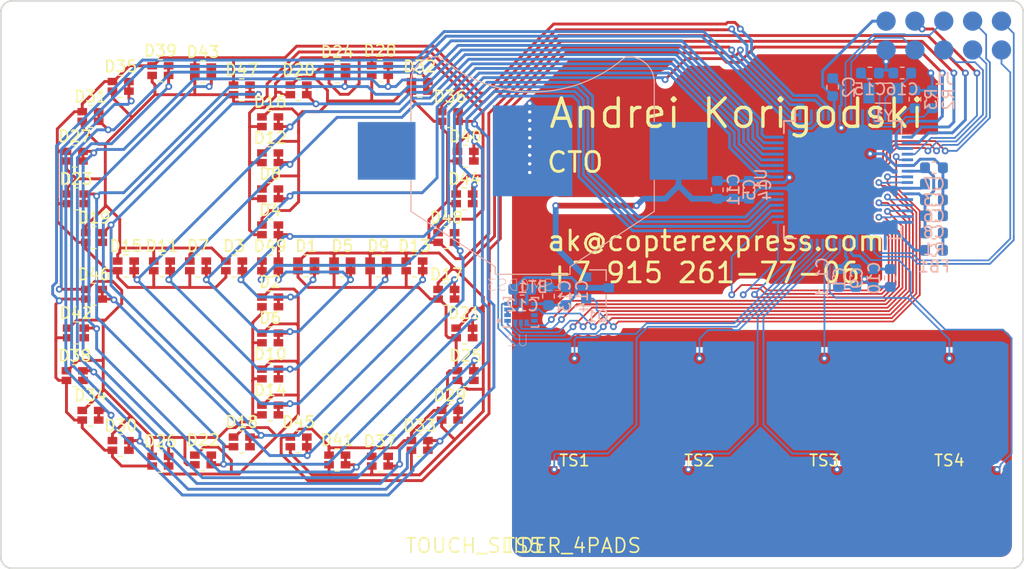
<source format=kicad_pcb>
(kicad_pcb (version 20171130) (host pcbnew 5.0.2+dfsg1-1~bpo9+1)
  (layers (0 F.Cu signal) (31 B.Cu signal) (34 B.Paste user hide) (35 F.Paste user hide) (36 B.SilkS user hide) (37 F.SilkS user) (38 B.Mask user hide) (39 F.Mask user hide) (44 Edge.Cuts user))
  (net 0 "")
  (net 1 LED_K0)
  (net 2 LED_K1)
  (net 3 LED_A0)
  (net 4 LED_K3)
  (net 5 LED_K2)
  (net 6 LED_K4)
  (net 7 LED_K5)
  (net 8 LED_K7)
  (net 9 LED_K6)
  (net 10 LED_K8)
  (net 11 LED_A1)
  (net 12 LED_A2)
  (net 13 LED_A3)
  (net 14 LED_A4)
  (net 15 LED_A5)
  (net 16 LED_A6)
  (net 17 LED_A7)
  (net 18 LED_A8)
  (net 19 VDD)
  (net 20 GND)
  (net 21 N$7)
  (net 22 N$6)
  (net 23 N$13)
  (net 24 N$14)
  (net 25 N$5)
  (net 26 N$19)
  (net 27 N$20)
  (net 28 N$16)
  (net 29 N$15)
  (net 30 N$17)
  (net 31 N$18)
  (net 32 N$12)
  (net 33 N$11)
  (net 34 TOUCH_PAD0)
  (net 35 N$1)
  (net 36 TOUCH_PAD1)
  (net 37 TOUCH_PAD2)
  (net 38 TOUCH_PAD3)
  (net 39 N$21)
  (net 40 N$22)
  (net 41 N$23)
  (net 42 N$8)
  (net 43 N$10)
  (net 44 N$9)
  (net 45 LED_K9)
  (net 46 LED_K10)
  (net 47 LED_K11)
  (net 48 LFXTAL_P)
  (net 49 LFXTAL_N)
  (net 50 IMU_VDD)
  (net 51 N$24)
  (net 52 MCU_AVDD)
  (net 53 N$2)
  (net 54 N$25)
  (module footprints:LED_DUAL_0606 (layer F.Cu) (at 123.709 103.351)
    (fp_text reference D49 (at 0 -1.75) (layer F.SilkS))
    (fp_text value LED_Dual_AACC)
    (pad 1 smd rect (at -0.725 -0.425) (size 0.85 0.65) (layers F.Cu F.Paste F.Mask) (net 18 LED_A8))
    (pad 2 smd rect (at -0.725 0.425) (size 0.85 0.65) (layers F.Cu F.Paste F.Mask) (net 18 LED_A8))
    (pad 4 smd rect (at 0.725 0.425) (size 0.85 0.65) (layers F.Cu F.Paste F.Mask) (net 2 LED_K1))
    (pad 3 smd rect (at 0.725 -0.425) (size 0.85 0.65) (layers F.Cu F.Paste F.Mask) (net 1 LED_K0))
  )
  (module footprints:LED_DUAL_0606 (layer F.Cu) (at 139.217852 100.851333)
    (fp_text reference D48 (at 0 -1.75) (layer F.SilkS))
    (fp_text value LED_Dual_AACC)
    (pad 1 smd rect (at -0.725 -0.425) (size 0.85 0.65) (layers F.Cu F.Paste F.Mask) (net 17 LED_A7))
    (pad 2 smd rect (at -0.725 0.425) (size 0.85 0.65) (layers F.Cu F.Paste F.Mask) (net 16 LED_A6))
    (pad 4 smd rect (at 0.725 0.425) (size 0.85 0.65) (layers F.Cu F.Paste F.Mask) (net 47 LED_K11))
    (pad 3 smd rect (at 0.725 -0.425) (size 0.85 0.65) (layers F.Cu F.Paste F.Mask) (net 47 LED_K11))
  )
  (module footprints:LED_DUAL_0606 (layer F.Cu) (at 121.209333 87.842147)
    (fp_text reference D47 (at 0 -1.75) (layer F.SilkS))
    (fp_text value LED_Dual_AACC)
    (pad 1 smd rect (at -0.725 -0.425) (size 0.85 0.65) (layers F.Cu F.Paste F.Mask) (net 15 LED_A5))
    (pad 2 smd rect (at -0.725 0.425) (size 0.85 0.65) (layers F.Cu F.Paste F.Mask) (net 14 LED_A4))
    (pad 4 smd rect (at 0.725 0.425) (size 0.85 0.65) (layers F.Cu F.Paste F.Mask) (net 47 LED_K11))
    (pad 3 smd rect (at 0.725 -0.425) (size 0.85 0.65) (layers F.Cu F.Paste F.Mask) (net 47 LED_K11))
  )
  (module footprints:LED_DUAL_0606 (layer F.Cu) (at 108.200147 105.850666)
    (fp_text reference D46 (at 0 -1.75) (layer F.SilkS))
    (fp_text value LED_Dual_AACC)
    (pad 1 smd rect (at -0.725 -0.425) (size 0.85 0.65) (layers F.Cu F.Paste F.Mask) (net 13 LED_A3))
    (pad 2 smd rect (at -0.725 0.425) (size 0.85 0.65) (layers F.Cu F.Paste F.Mask) (net 12 LED_A2))
    (pad 4 smd rect (at 0.725 0.425) (size 0.85 0.65) (layers F.Cu F.Paste F.Mask) (net 47 LED_K11))
    (pad 3 smd rect (at 0.725 -0.425) (size 0.85 0.65) (layers F.Cu F.Paste F.Mask) (net 47 LED_K11))
  )
  (module footprints:LED_DUAL_0606 (layer F.Cu) (at 126.208666 118.859852)
    (fp_text reference D45 (at 0 -1.75) (layer F.SilkS))
    (fp_text value LED_Dual_AACC)
    (pad 1 smd rect (at -0.725 -0.425) (size 0.85 0.65) (layers F.Cu F.Paste F.Mask) (net 11 LED_A1))
    (pad 2 smd rect (at -0.725 0.425) (size 0.85 0.65) (layers F.Cu F.Paste F.Mask) (net 3 LED_A0))
    (pad 4 smd rect (at 0.725 0.425) (size 0.85 0.65) (layers F.Cu F.Paste F.Mask) (net 47 LED_K11))
    (pad 3 smd rect (at 0.725 -0.425) (size 0.85 0.65) (layers F.Cu F.Paste F.Mask) (net 47 LED_K11))
  )
  (module footprints:LED_DUAL_0606 (layer F.Cu) (at 140.806919 97.443568)
    (fp_text reference D44 (at 0 -1.75) (layer F.SilkS))
    (fp_text value LED_Dual_AACC)
    (pad 1 smd rect (at -0.725 -0.425) (size 0.85 0.65) (layers F.Cu F.Paste F.Mask) (net 17 LED_A7))
    (pad 2 smd rect (at -0.725 0.425) (size 0.85 0.65) (layers F.Cu F.Paste F.Mask) (net 16 LED_A6))
    (pad 4 smd rect (at 0.725 0.425) (size 0.85 0.65) (layers F.Cu F.Paste F.Mask) (net 46 LED_K10))
    (pad 3 smd rect (at 0.725 -0.425) (size 0.85 0.65) (layers F.Cu F.Paste F.Mask) (net 46 LED_K10))
  )
  (module footprints:LED_DUAL_0606 (layer F.Cu) (at 117.801568 86.25308)
    (fp_text reference D43 (at 0 -1.75) (layer F.SilkS))
    (fp_text value LED_Dual_AACC)
    (pad 1 smd rect (at -0.725 -0.425) (size 0.85 0.65) (layers F.Cu F.Paste F.Mask) (net 15 LED_A5))
    (pad 2 smd rect (at -0.725 0.425) (size 0.85 0.65) (layers F.Cu F.Paste F.Mask) (net 14 LED_A4))
    (pad 4 smd rect (at 0.725 0.425) (size 0.85 0.65) (layers F.Cu F.Paste F.Mask) (net 46 LED_K10))
    (pad 3 smd rect (at 0.725 -0.425) (size 0.85 0.65) (layers F.Cu F.Paste F.Mask) (net 46 LED_K10))
  )
  (module footprints:LED_DUAL_0606 (layer F.Cu) (at 106.61108 109.258431)
    (fp_text reference D42 (at 0 -1.75) (layer F.SilkS))
    (fp_text value LED_Dual_AACC)
    (pad 1 smd rect (at -0.725 -0.425) (size 0.85 0.65) (layers F.Cu F.Paste F.Mask) (net 13 LED_A3))
    (pad 2 smd rect (at -0.725 0.425) (size 0.85 0.65) (layers F.Cu F.Paste F.Mask) (net 12 LED_A2))
    (pad 4 smd rect (at 0.725 0.425) (size 0.85 0.65) (layers F.Cu F.Paste F.Mask) (net 46 LED_K10))
    (pad 3 smd rect (at 0.725 -0.425) (size 0.85 0.65) (layers F.Cu F.Paste F.Mask) (net 46 LED_K10))
  )
  (module footprints:LED_DUAL_0606 (layer F.Cu) (at 129.616431 120.448919)
    (fp_text reference D41 (at 0 -1.75) (layer F.SilkS))
    (fp_text value LED_Dual_AACC)
    (pad 1 smd rect (at -0.725 -0.425) (size 0.85 0.65) (layers F.Cu F.Paste F.Mask) (net 11 LED_A1))
    (pad 2 smd rect (at -0.725 0.425) (size 0.85 0.65) (layers F.Cu F.Paste F.Mask) (net 3 LED_A0))
    (pad 4 smd rect (at 0.725 0.425) (size 0.85 0.65) (layers F.Cu F.Paste F.Mask) (net 46 LED_K10))
    (pad 3 smd rect (at 0.725 -0.425) (size 0.85 0.65) (layers F.Cu F.Paste F.Mask) (net 46 LED_K10))
  )
  (module footprints:LED_DUAL_0606 (layer F.Cu) (at 140.916279 93.685107)
    (fp_text reference D40 (at 0 -1.75) (layer F.SilkS))
    (fp_text value LED_Dual_AACC)
    (pad 1 smd rect (at -0.725 -0.425) (size 0.85 0.65) (layers F.Cu F.Paste F.Mask) (net 17 LED_A7))
    (pad 2 smd rect (at -0.725 0.425) (size 0.85 0.65) (layers F.Cu F.Paste F.Mask) (net 16 LED_A6))
    (pad 4 smd rect (at 0.725 0.425) (size 0.85 0.65) (layers F.Cu F.Paste F.Mask) (net 45 LED_K9))
    (pad 3 smd rect (at 0.725 -0.425) (size 0.85 0.65) (layers F.Cu F.Paste F.Mask) (net 45 LED_K9))
  )
  (module footprints:LED_DUAL_0606 (layer F.Cu) (at 114.043107 86.14372)
    (fp_text reference D39 (at 0 -1.75) (layer F.SilkS))
    (fp_text value LED_Dual_AACC)
    (pad 1 smd rect (at -0.725 -0.425) (size 0.85 0.65) (layers F.Cu F.Paste F.Mask) (net 15 LED_A5))
    (pad 2 smd rect (at -0.725 0.425) (size 0.85 0.65) (layers F.Cu F.Paste F.Mask) (net 14 LED_A4))
    (pad 4 smd rect (at 0.725 0.425) (size 0.85 0.65) (layers F.Cu F.Paste F.Mask) (net 45 LED_K9))
    (pad 3 smd rect (at 0.725 -0.425) (size 0.85 0.65) (layers F.Cu F.Paste F.Mask) (net 45 LED_K9))
  )
  (module footprints:LED_DUAL_0606 (layer F.Cu) (at 106.50172 113.016892)
    (fp_text reference D38 (at 0 -1.75) (layer F.SilkS))
    (fp_text value LED_Dual_AACC)
    (pad 1 smd rect (at -0.725 -0.425) (size 0.85 0.65) (layers F.Cu F.Paste F.Mask) (net 13 LED_A3))
    (pad 2 smd rect (at -0.725 0.425) (size 0.85 0.65) (layers F.Cu F.Paste F.Mask) (net 12 LED_A2))
    (pad 4 smd rect (at 0.725 0.425) (size 0.85 0.65) (layers F.Cu F.Paste F.Mask) (net 45 LED_K9))
    (pad 3 smd rect (at 0.725 -0.425) (size 0.85 0.65) (layers F.Cu F.Paste F.Mask) (net 45 LED_K9))
  )
  (module footprints:LED_DUAL_0606 (layer F.Cu) (at 133.374892 120.558279)
    (fp_text reference D37 (at 0 -1.75) (layer F.SilkS))
    (fp_text value LED_Dual_AACC)
    (pad 1 smd rect (at -0.725 -0.425) (size 0.85 0.65) (layers F.Cu F.Paste F.Mask) (net 11 LED_A1))
    (pad 2 smd rect (at -0.725 0.425) (size 0.85 0.65) (layers F.Cu F.Paste F.Mask) (net 3 LED_A0))
    (pad 4 smd rect (at 0.725 0.425) (size 0.85 0.65) (layers F.Cu F.Paste F.Mask) (net 45 LED_K9))
    (pad 3 smd rect (at 0.725 -0.425) (size 0.85 0.65) (layers F.Cu F.Paste F.Mask) (net 45 LED_K9))
  )
  (module footprints:LED_DUAL_0606 (layer F.Cu) (at 139.528045 90.190712)
    (fp_text reference D36 (at 0 -1.75) (layer F.SilkS))
    (fp_text value LED_Dual_AACC)
    (pad 1 smd rect (at -0.725 -0.425) (size 0.85 0.65) (layers F.Cu F.Paste F.Mask) (net 17 LED_A7))
    (pad 2 smd rect (at -0.725 0.425) (size 0.85 0.65) (layers F.Cu F.Paste F.Mask) (net 16 LED_A6))
    (pad 4 smd rect (at 0.725 0.425) (size 0.85 0.65) (layers F.Cu F.Paste F.Mask) (net 10 LED_K8))
    (pad 3 smd rect (at 0.725 -0.425) (size 0.85 0.65) (layers F.Cu F.Paste F.Mask) (net 10 LED_K8))
  )
  (module footprints:LED_DUAL_0606 (layer F.Cu) (at 110.548712 87.531954)
    (fp_text reference D35 (at 0 -1.75) (layer F.SilkS))
    (fp_text value LED_Dual_AACC)
    (pad 1 smd rect (at -0.725 -0.425) (size 0.85 0.65) (layers F.Cu F.Paste F.Mask) (net 15 LED_A5))
    (pad 2 smd rect (at -0.725 0.425) (size 0.85 0.65) (layers F.Cu F.Paste F.Mask) (net 14 LED_A4))
    (pad 4 smd rect (at 0.725 0.425) (size 0.85 0.65) (layers F.Cu F.Paste F.Mask) (net 10 LED_K8))
    (pad 3 smd rect (at 0.725 -0.425) (size 0.85 0.65) (layers F.Cu F.Paste F.Mask) (net 10 LED_K8))
  )
  (module footprints:LED_DUAL_0606 (layer F.Cu) (at 107.889954 116.511287)
    (fp_text reference D34 (at 0 -1.75) (layer F.SilkS))
    (fp_text value LED_Dual_AACC)
    (pad 1 smd rect (at -0.725 -0.425) (size 0.85 0.65) (layers F.Cu F.Paste F.Mask) (net 13 LED_A3))
    (pad 2 smd rect (at -0.725 0.425) (size 0.85 0.65) (layers F.Cu F.Paste F.Mask) (net 12 LED_A2))
    (pad 4 smd rect (at 0.725 0.425) (size 0.85 0.65) (layers F.Cu F.Paste F.Mask) (net 10 LED_K8))
    (pad 3 smd rect (at 0.725 -0.425) (size 0.85 0.65) (layers F.Cu F.Paste F.Mask) (net 10 LED_K8))
  )
  (module footprints:LED_DUAL_0606 (layer F.Cu) (at 136.869287 119.170045)
    (fp_text reference D33 (at 0 -1.75) (layer F.SilkS))
    (fp_text value LED_Dual_AACC)
    (pad 1 smd rect (at -0.725 -0.425) (size 0.85 0.65) (layers F.Cu F.Paste F.Mask) (net 11 LED_A1))
    (pad 2 smd rect (at -0.725 0.425) (size 0.85 0.65) (layers F.Cu F.Paste F.Mask) (net 3 LED_A0))
    (pad 4 smd rect (at 0.725 0.425) (size 0.85 0.65) (layers F.Cu F.Paste F.Mask) (net 10 LED_K8))
    (pad 3 smd rect (at 0.725 -0.425) (size 0.85 0.65) (layers F.Cu F.Paste F.Mask) (net 10 LED_K8))
  )
  (module footprints:LED_DUAL_0606 (layer F.Cu) (at 136.869287 87.531954)
    (fp_text reference D32 (at 0 -1.75) (layer F.SilkS))
    (fp_text value LED_Dual_AACC)
    (pad 1 smd rect (at -0.725 -0.425) (size 0.85 0.65) (layers F.Cu F.Paste F.Mask) (net 17 LED_A7))
    (pad 2 smd rect (at -0.725 0.425) (size 0.85 0.65) (layers F.Cu F.Paste F.Mask) (net 16 LED_A6))
    (pad 4 smd rect (at 0.725 0.425) (size 0.85 0.65) (layers F.Cu F.Paste F.Mask) (net 8 LED_K7))
    (pad 3 smd rect (at 0.725 -0.425) (size 0.85 0.65) (layers F.Cu F.Paste F.Mask) (net 8 LED_K7))
  )
  (module footprints:LED_DUAL_0606 (layer F.Cu) (at 107.889954 90.190712)
    (fp_text reference D31 (at 0 -1.75) (layer F.SilkS))
    (fp_text value LED_Dual_AACC)
    (pad 1 smd rect (at -0.725 -0.425) (size 0.85 0.65) (layers F.Cu F.Paste F.Mask) (net 15 LED_A5))
    (pad 2 smd rect (at -0.725 0.425) (size 0.85 0.65) (layers F.Cu F.Paste F.Mask) (net 14 LED_A4))
    (pad 4 smd rect (at 0.725 0.425) (size 0.85 0.65) (layers F.Cu F.Paste F.Mask) (net 8 LED_K7))
    (pad 3 smd rect (at 0.725 -0.425) (size 0.85 0.65) (layers F.Cu F.Paste F.Mask) (net 8 LED_K7))
  )
  (module footprints:LED_DUAL_0606 (layer F.Cu) (at 110.548712 119.170045)
    (fp_text reference D30 (at 0 -1.75) (layer F.SilkS))
    (fp_text value LED_Dual_AACC)
    (pad 1 smd rect (at -0.725 -0.425) (size 0.85 0.65) (layers F.Cu F.Paste F.Mask) (net 13 LED_A3))
    (pad 2 smd rect (at -0.725 0.425) (size 0.85 0.65) (layers F.Cu F.Paste F.Mask) (net 12 LED_A2))
    (pad 4 smd rect (at 0.725 0.425) (size 0.85 0.65) (layers F.Cu F.Paste F.Mask) (net 8 LED_K7))
    (pad 3 smd rect (at 0.725 -0.425) (size 0.85 0.65) (layers F.Cu F.Paste F.Mask) (net 8 LED_K7))
  )
  (module footprints:LED_DUAL_0606 (layer F.Cu) (at 139.528045 116.511287)
    (fp_text reference D29 (at 0 -1.75) (layer F.SilkS))
    (fp_text value LED_Dual_AACC)
    (pad 1 smd rect (at -0.725 -0.425) (size 0.85 0.65) (layers F.Cu F.Paste F.Mask) (net 11 LED_A1))
    (pad 2 smd rect (at -0.725 0.425) (size 0.85 0.65) (layers F.Cu F.Paste F.Mask) (net 3 LED_A0))
    (pad 4 smd rect (at 0.725 0.425) (size 0.85 0.65) (layers F.Cu F.Paste F.Mask) (net 8 LED_K7))
    (pad 3 smd rect (at 0.725 -0.425) (size 0.85 0.65) (layers F.Cu F.Paste F.Mask) (net 8 LED_K7))
  )
  (module footprints:LED_DUAL_0606 (layer F.Cu) (at 133.374892 86.14372)
    (fp_text reference D28 (at 0 -1.75) (layer F.SilkS))
    (fp_text value LED_Dual_AACC)
    (pad 1 smd rect (at -0.725 -0.425) (size 0.85 0.65) (layers F.Cu F.Paste F.Mask) (net 17 LED_A7))
    (pad 2 smd rect (at -0.725 0.425) (size 0.85 0.65) (layers F.Cu F.Paste F.Mask) (net 16 LED_A6))
    (pad 4 smd rect (at 0.725 0.425) (size 0.85 0.65) (layers F.Cu F.Paste F.Mask) (net 9 LED_K6))
    (pad 3 smd rect (at 0.725 -0.425) (size 0.85 0.65) (layers F.Cu F.Paste F.Mask) (net 9 LED_K6))
  )
  (module footprints:LED_DUAL_0606 (layer F.Cu) (at 106.50172 93.685107)
    (fp_text reference D27 (at 0 -1.75) (layer F.SilkS))
    (fp_text value LED_Dual_AACC)
    (pad 1 smd rect (at -0.725 -0.425) (size 0.85 0.65) (layers F.Cu F.Paste F.Mask) (net 15 LED_A5))
    (pad 2 smd rect (at -0.725 0.425) (size 0.85 0.65) (layers F.Cu F.Paste F.Mask) (net 14 LED_A4))
    (pad 4 smd rect (at 0.725 0.425) (size 0.85 0.65) (layers F.Cu F.Paste F.Mask) (net 9 LED_K6))
    (pad 3 smd rect (at 0.725 -0.425) (size 0.85 0.65) (layers F.Cu F.Paste F.Mask) (net 9 LED_K6))
  )
  (module footprints:LED_DUAL_0606 (layer F.Cu) (at 114.043107 120.558279)
    (fp_text reference D26 (at 0 -1.75) (layer F.SilkS))
    (fp_text value LED_Dual_AACC)
    (pad 1 smd rect (at -0.725 -0.425) (size 0.85 0.65) (layers F.Cu F.Paste F.Mask) (net 13 LED_A3))
    (pad 2 smd rect (at -0.725 0.425) (size 0.85 0.65) (layers F.Cu F.Paste F.Mask) (net 12 LED_A2))
    (pad 4 smd rect (at 0.725 0.425) (size 0.85 0.65) (layers F.Cu F.Paste F.Mask) (net 9 LED_K6))
    (pad 3 smd rect (at 0.725 -0.425) (size 0.85 0.65) (layers F.Cu F.Paste F.Mask) (net 9 LED_K6))
  )
  (module footprints:LED_DUAL_0606 (layer F.Cu) (at 140.916279 113.016892)
    (fp_text reference D25 (at 0 -1.75) (layer F.SilkS))
    (fp_text value LED_Dual_AACC)
    (pad 1 smd rect (at -0.725 -0.425) (size 0.85 0.65) (layers F.Cu F.Paste F.Mask) (net 11 LED_A1))
    (pad 2 smd rect (at -0.725 0.425) (size 0.85 0.65) (layers F.Cu F.Paste F.Mask) (net 3 LED_A0))
    (pad 4 smd rect (at 0.725 0.425) (size 0.85 0.65) (layers F.Cu F.Paste F.Mask) (net 9 LED_K6))
    (pad 3 smd rect (at 0.725 -0.425) (size 0.85 0.65) (layers F.Cu F.Paste F.Mask) (net 9 LED_K6))
  )
  (module footprints:LED_DUAL_0606 (layer F.Cu) (at 129.616431 86.25308)
    (fp_text reference D24 (at 0 -1.75) (layer F.SilkS))
    (fp_text value LED_Dual_AACC)
    (pad 1 smd rect (at -0.725 -0.425) (size 0.85 0.65) (layers F.Cu F.Paste F.Mask) (net 16 LED_A6))
    (pad 2 smd rect (at -0.725 0.425) (size 0.85 0.65) (layers F.Cu F.Paste F.Mask) (net 17 LED_A7))
    (pad 4 smd rect (at 0.725 0.425) (size 0.85 0.65) (layers F.Cu F.Paste F.Mask) (net 7 LED_K5))
    (pad 3 smd rect (at 0.725 -0.425) (size 0.85 0.65) (layers F.Cu F.Paste F.Mask) (net 7 LED_K5))
  )
  (module footprints:LED_DUAL_0606 (layer F.Cu) (at 106.61108 97.443568)
    (fp_text reference D23 (at 0 -1.75) (layer F.SilkS))
    (fp_text value LED_Dual_AACC)
    (pad 1 smd rect (at -0.725 -0.425) (size 0.85 0.65) (layers F.Cu F.Paste F.Mask) (net 14 LED_A4))
    (pad 2 smd rect (at -0.725 0.425) (size 0.85 0.65) (layers F.Cu F.Paste F.Mask) (net 15 LED_A5))
    (pad 4 smd rect (at 0.725 0.425) (size 0.85 0.65) (layers F.Cu F.Paste F.Mask) (net 7 LED_K5))
    (pad 3 smd rect (at 0.725 -0.425) (size 0.85 0.65) (layers F.Cu F.Paste F.Mask) (net 7 LED_K5))
  )
  (module footprints:LED_DUAL_0606 (layer F.Cu) (at 117.801568 120.448919)
    (fp_text reference D22 (at 0 -1.75) (layer F.SilkS))
    (fp_text value LED_Dual_AACC)
    (pad 1 smd rect (at -0.725 -0.425) (size 0.85 0.65) (layers F.Cu F.Paste F.Mask) (net 12 LED_A2))
    (pad 2 smd rect (at -0.725 0.425) (size 0.85 0.65) (layers F.Cu F.Paste F.Mask) (net 13 LED_A3))
    (pad 4 smd rect (at 0.725 0.425) (size 0.85 0.65) (layers F.Cu F.Paste F.Mask) (net 7 LED_K5))
    (pad 3 smd rect (at 0.725 -0.425) (size 0.85 0.65) (layers F.Cu F.Paste F.Mask) (net 7 LED_K5))
  )
  (module footprints:LED_DUAL_0606 (layer F.Cu) (at 140.806919 109.258431)
    (fp_text reference D21 (at 0 -1.75) (layer F.SilkS))
    (fp_text value LED_Dual_AACC)
    (pad 1 smd rect (at -0.725 -0.425) (size 0.85 0.65) (layers F.Cu F.Paste F.Mask) (net 3 LED_A0))
    (pad 2 smd rect (at -0.725 0.425) (size 0.85 0.65) (layers F.Cu F.Paste F.Mask) (net 11 LED_A1))
    (pad 4 smd rect (at 0.725 0.425) (size 0.85 0.65) (layers F.Cu F.Paste F.Mask) (net 7 LED_K5))
    (pad 3 smd rect (at 0.725 -0.425) (size 0.85 0.65) (layers F.Cu F.Paste F.Mask) (net 7 LED_K5))
  )
  (module footprints:LED_DUAL_0606 (layer F.Cu) (at 126.208666 87.842147)
    (fp_text reference D20 (at 0 -1.75) (layer F.SilkS))
    (fp_text value LED_Dual_AACC)
    (pad 1 smd rect (at -0.725 -0.425) (size 0.85 0.65) (layers F.Cu F.Paste F.Mask) (net 16 LED_A6))
    (pad 2 smd rect (at -0.725 0.425) (size 0.85 0.65) (layers F.Cu F.Paste F.Mask) (net 17 LED_A7))
    (pad 4 smd rect (at 0.725 0.425) (size 0.85 0.65) (layers F.Cu F.Paste F.Mask) (net 6 LED_K4))
    (pad 3 smd rect (at 0.725 -0.425) (size 0.85 0.65) (layers F.Cu F.Paste F.Mask) (net 6 LED_K4))
  )
  (module footprints:LED_DUAL_0606 (layer F.Cu) (at 108.200147 100.851333)
    (fp_text reference D19 (at 0 -1.75) (layer F.SilkS))
    (fp_text value LED_Dual_AACC)
    (pad 1 smd rect (at -0.725 -0.425) (size 0.85 0.65) (layers F.Cu F.Paste F.Mask) (net 14 LED_A4))
    (pad 2 smd rect (at -0.725 0.425) (size 0.85 0.65) (layers F.Cu F.Paste F.Mask) (net 15 LED_A5))
    (pad 4 smd rect (at 0.725 0.425) (size 0.85 0.65) (layers F.Cu F.Paste F.Mask) (net 6 LED_K4))
    (pad 3 smd rect (at 0.725 -0.425) (size 0.85 0.65) (layers F.Cu F.Paste F.Mask) (net 6 LED_K4))
  )
  (module footprints:LED_DUAL_0606 (layer F.Cu) (at 121.209333 118.859852)
    (fp_text reference D18 (at 0 -1.75) (layer F.SilkS))
    (fp_text value LED_Dual_AACC)
    (pad 1 smd rect (at -0.725 -0.425) (size 0.85 0.65) (layers F.Cu F.Paste F.Mask) (net 12 LED_A2))
    (pad 2 smd rect (at -0.725 0.425) (size 0.85 0.65) (layers F.Cu F.Paste F.Mask) (net 13 LED_A3))
    (pad 4 smd rect (at 0.725 0.425) (size 0.85 0.65) (layers F.Cu F.Paste F.Mask) (net 6 LED_K4))
    (pad 3 smd rect (at 0.725 -0.425) (size 0.85 0.65) (layers F.Cu F.Paste F.Mask) (net 6 LED_K4))
  )
  (module footprints:LED_DUAL_0606 (layer F.Cu) (at 139.217852 105.850666)
    (fp_text reference D17 (at 0 -1.75) (layer F.SilkS))
    (fp_text value LED_Dual_AACC)
    (pad 1 smd rect (at -0.725 -0.425) (size 0.85 0.65) (layers F.Cu F.Paste F.Mask) (net 3 LED_A0))
    (pad 2 smd rect (at -0.725 0.425) (size 0.85 0.65) (layers F.Cu F.Paste F.Mask) (net 11 LED_A1))
    (pad 4 smd rect (at 0.725 0.425) (size 0.85 0.65) (layers F.Cu F.Paste F.Mask) (net 6 LED_K4))
    (pad 3 smd rect (at 0.725 -0.425) (size 0.85 0.65) (layers F.Cu F.Paste F.Mask) (net 6 LED_K4))
  )
  (module footprints:LED_DUAL_0606 (layer F.Cu) (at 123.709 90.651)
    (fp_text reference D16 (at 0 -1.75) (layer F.SilkS))
    (fp_text value LED_Dual_AACC)
    (pad 1 smd rect (at -0.725 -0.425) (size 0.85 0.65) (layers F.Cu F.Paste F.Mask) (net 16 LED_A6))
    (pad 2 smd rect (at -0.725 0.425) (size 0.85 0.65) (layers F.Cu F.Paste F.Mask) (net 17 LED_A7))
    (pad 4 smd rect (at 0.725 0.425) (size 0.85 0.65) (layers F.Cu F.Paste F.Mask) (net 4 LED_K3))
    (pad 3 smd rect (at 0.725 -0.425) (size 0.85 0.65) (layers F.Cu F.Paste F.Mask) (net 4 LED_K3))
  )
  (module footprints:LED_DUAL_0606 (layer F.Cu) (at 111.009 103.351)
    (fp_text reference D15 (at 0 -1.75) (layer F.SilkS))
    (fp_text value LED_Dual_AACC)
    (pad 1 smd rect (at -0.725 -0.425) (size 0.85 0.65) (layers F.Cu F.Paste F.Mask) (net 14 LED_A4))
    (pad 2 smd rect (at -0.725 0.425) (size 0.85 0.65) (layers F.Cu F.Paste F.Mask) (net 15 LED_A5))
    (pad 4 smd rect (at 0.725 0.425) (size 0.85 0.65) (layers F.Cu F.Paste F.Mask) (net 4 LED_K3))
    (pad 3 smd rect (at 0.725 -0.425) (size 0.85 0.65) (layers F.Cu F.Paste F.Mask) (net 4 LED_K3))
  )
  (module footprints:LED_DUAL_0606 (layer F.Cu) (at 123.709 116.051)
    (fp_text reference D14 (at 0 -1.75) (layer F.SilkS))
    (fp_text value LED_Dual_AACC)
    (pad 1 smd rect (at -0.725 -0.425) (size 0.85 0.65) (layers F.Cu F.Paste F.Mask) (net 12 LED_A2))
    (pad 2 smd rect (at -0.725 0.425) (size 0.85 0.65) (layers F.Cu F.Paste F.Mask) (net 13 LED_A3))
    (pad 4 smd rect (at 0.725 0.425) (size 0.85 0.65) (layers F.Cu F.Paste F.Mask) (net 4 LED_K3))
    (pad 3 smd rect (at 0.725 -0.425) (size 0.85 0.65) (layers F.Cu F.Paste F.Mask) (net 4 LED_K3))
  )
  (module footprints:LED_DUAL_0606 (layer F.Cu) (at 136.409 103.351)
    (fp_text reference D13 (at 0 -1.75) (layer F.SilkS))
    (fp_text value LED_Dual_AACC)
    (pad 1 smd rect (at -0.725 -0.425) (size 0.85 0.65) (layers F.Cu F.Paste F.Mask) (net 3 LED_A0))
    (pad 2 smd rect (at -0.725 0.425) (size 0.85 0.65) (layers F.Cu F.Paste F.Mask) (net 11 LED_A1))
    (pad 4 smd rect (at 0.725 0.425) (size 0.85 0.65) (layers F.Cu F.Paste F.Mask) (net 4 LED_K3))
    (pad 3 smd rect (at 0.725 -0.425) (size 0.85 0.65) (layers F.Cu F.Paste F.Mask) (net 4 LED_K3))
  )
  (module footprints:LED_DUAL_0606 (layer F.Cu) (at 123.709 93.826)
    (fp_text reference D12 (at 0 -1.75) (layer F.SilkS))
    (fp_text value LED_Dual_AACC)
    (pad 1 smd rect (at -0.725 -0.425) (size 0.85 0.65) (layers F.Cu F.Paste F.Mask) (net 16 LED_A6))
    (pad 2 smd rect (at -0.725 0.425) (size 0.85 0.65) (layers F.Cu F.Paste F.Mask) (net 17 LED_A7))
    (pad 4 smd rect (at 0.725 0.425) (size 0.85 0.65) (layers F.Cu F.Paste F.Mask) (net 5 LED_K2))
    (pad 3 smd rect (at 0.725 -0.425) (size 0.85 0.65) (layers F.Cu F.Paste F.Mask) (net 5 LED_K2))
  )
  (module footprints:LED_DUAL_0606 (layer F.Cu) (at 114.184 103.351)
    (fp_text reference D11 (at 0 -1.75) (layer F.SilkS))
    (fp_text value LED_Dual_AACC)
    (pad 1 smd rect (at -0.725 -0.425) (size 0.85 0.65) (layers F.Cu F.Paste F.Mask) (net 14 LED_A4))
    (pad 2 smd rect (at -0.725 0.425) (size 0.85 0.65) (layers F.Cu F.Paste F.Mask) (net 15 LED_A5))
    (pad 4 smd rect (at 0.725 0.425) (size 0.85 0.65) (layers F.Cu F.Paste F.Mask) (net 5 LED_K2))
    (pad 3 smd rect (at 0.725 -0.425) (size 0.85 0.65) (layers F.Cu F.Paste F.Mask) (net 5 LED_K2))
  )
  (module footprints:LED_DUAL_0606 (layer F.Cu) (at 123.709 112.875999)
    (fp_text reference D10 (at 0 -1.75) (layer F.SilkS))
    (fp_text value LED_Dual_AACC)
    (pad 1 smd rect (at -0.725 -0.425) (size 0.85 0.65) (layers F.Cu F.Paste F.Mask) (net 12 LED_A2))
    (pad 2 smd rect (at -0.725 0.425) (size 0.85 0.65) (layers F.Cu F.Paste F.Mask) (net 13 LED_A3))
    (pad 4 smd rect (at 0.725 0.425) (size 0.85 0.65) (layers F.Cu F.Paste F.Mask) (net 5 LED_K2))
    (pad 3 smd rect (at 0.725 -0.425) (size 0.85 0.65) (layers F.Cu F.Paste F.Mask) (net 5 LED_K2))
  )
  (module footprints:LED_DUAL_0606 (layer F.Cu) (at 133.234 103.351)
    (fp_text reference D9 (at 0 -1.75) (layer F.SilkS))
    (fp_text value LED_Dual_AACC)
    (pad 1 smd rect (at -0.725 -0.425) (size 0.85 0.65) (layers F.Cu F.Paste F.Mask) (net 3 LED_A0))
    (pad 2 smd rect (at -0.725 0.425) (size 0.85 0.65) (layers F.Cu F.Paste F.Mask) (net 11 LED_A1))
    (pad 4 smd rect (at 0.725 0.425) (size 0.85 0.65) (layers F.Cu F.Paste F.Mask) (net 5 LED_K2))
    (pad 3 smd rect (at 0.725 -0.425) (size 0.85 0.65) (layers F.Cu F.Paste F.Mask) (net 5 LED_K2))
  )
  (module footprints:LED_DUAL_0606 (layer F.Cu) (at 123.709 97.001)
    (fp_text reference D8 (at 0 -1.75) (layer F.SilkS))
    (fp_text value LED_Dual_AACC)
    (pad 1 smd rect (at -0.725 -0.425) (size 0.85 0.65) (layers F.Cu F.Paste F.Mask) (net 16 LED_A6))
    (pad 2 smd rect (at -0.725 0.425) (size 0.85 0.65) (layers F.Cu F.Paste F.Mask) (net 17 LED_A7))
    (pad 4 smd rect (at 0.725 0.425) (size 0.85 0.65) (layers F.Cu F.Paste F.Mask) (net 2 LED_K1))
    (pad 3 smd rect (at 0.725 -0.425) (size 0.85 0.65) (layers F.Cu F.Paste F.Mask) (net 2 LED_K1))
  )
  (module footprints:LED_DUAL_0606 (layer F.Cu) (at 117.359 103.351)
    (fp_text reference D7 (at 0 -1.75) (layer F.SilkS))
    (fp_text value LED_Dual_AACC)
    (pad 1 smd rect (at -0.725 -0.425) (size 0.85 0.65) (layers F.Cu F.Paste F.Mask) (net 14 LED_A4))
    (pad 2 smd rect (at -0.725 0.425) (size 0.85 0.65) (layers F.Cu F.Paste F.Mask) (net 15 LED_A5))
    (pad 4 smd rect (at 0.725 0.425) (size 0.85 0.65) (layers F.Cu F.Paste F.Mask) (net 2 LED_K1))
    (pad 3 smd rect (at 0.725 -0.425) (size 0.85 0.65) (layers F.Cu F.Paste F.Mask) (net 2 LED_K1))
  )
  (module footprints:LED_DUAL_0606 (layer F.Cu) (at 123.709 109.701)
    (fp_text reference D6 (at 0 -1.75) (layer F.SilkS))
    (fp_text value LED_Dual_AACC)
    (pad 1 smd rect (at -0.725 -0.425) (size 0.85 0.65) (layers F.Cu F.Paste F.Mask) (net 12 LED_A2))
    (pad 2 smd rect (at -0.725 0.425) (size 0.85 0.65) (layers F.Cu F.Paste F.Mask) (net 13 LED_A3))
    (pad 4 smd rect (at 0.725 0.425) (size 0.85 0.65) (layers F.Cu F.Paste F.Mask) (net 2 LED_K1))
    (pad 3 smd rect (at 0.725 -0.425) (size 0.85 0.65) (layers F.Cu F.Paste F.Mask) (net 2 LED_K1))
  )
  (module footprints:LED_DUAL_0606 (layer F.Cu) (at 130.059 103.351)
    (fp_text reference D5 (at 0 -1.75) (layer F.SilkS))
    (fp_text value LED_Dual_AACC)
    (pad 1 smd rect (at -0.725 -0.425) (size 0.85 0.65) (layers F.Cu F.Paste F.Mask) (net 3 LED_A0))
    (pad 2 smd rect (at -0.725 0.425) (size 0.85 0.65) (layers F.Cu F.Paste F.Mask) (net 11 LED_A1))
    (pad 4 smd rect (at 0.725 0.425) (size 0.85 0.65) (layers F.Cu F.Paste F.Mask) (net 2 LED_K1))
    (pad 3 smd rect (at 0.725 -0.425) (size 0.85 0.65) (layers F.Cu F.Paste F.Mask) (net 2 LED_K1))
  )
  (module footprints:LED_DUAL_0606 (layer F.Cu) (at 123.709 100.176)
    (fp_text reference D4 (at 0 -1.75) (layer F.SilkS))
    (fp_text value LED_Dual_AACC)
    (pad 1 smd rect (at -0.725 -0.425) (size 0.85 0.65) (layers F.Cu F.Paste F.Mask) (net 16 LED_A6))
    (pad 2 smd rect (at -0.725 0.425) (size 0.85 0.65) (layers F.Cu F.Paste F.Mask) (net 17 LED_A7))
    (pad 4 smd rect (at 0.725 0.425) (size 0.85 0.65) (layers F.Cu F.Paste F.Mask) (net 1 LED_K0))
    (pad 3 smd rect (at 0.725 -0.425) (size 0.85 0.65) (layers F.Cu F.Paste F.Mask) (net 1 LED_K0))
  )
  (module footprints:LED_DUAL_0606 (layer F.Cu) (at 120.534 103.351)
    (fp_text reference D3 (at 0 -1.75) (layer F.SilkS))
    (fp_text value LED_Dual_AACC)
    (pad 1 smd rect (at -0.725 -0.425) (size 0.85 0.65) (layers F.Cu F.Paste F.Mask) (net 14 LED_A4))
    (pad 2 smd rect (at -0.725 0.425) (size 0.85 0.65) (layers F.Cu F.Paste F.Mask) (net 15 LED_A5))
    (pad 4 smd rect (at 0.725 0.425) (size 0.85 0.65) (layers F.Cu F.Paste F.Mask) (net 1 LED_K0))
    (pad 3 smd rect (at 0.725 -0.425) (size 0.85 0.65) (layers F.Cu F.Paste F.Mask) (net 1 LED_K0))
  )
  (module footprints:LED_DUAL_0606 (layer F.Cu) (at 123.709 106.526)
    (fp_text reference D2 (at 0 -1.75) (layer F.SilkS))
    (fp_text value LED_Dual_AACC)
    (pad 1 smd rect (at -0.725 -0.425) (size 0.85 0.65) (layers F.Cu F.Paste F.Mask) (net 12 LED_A2))
    (pad 2 smd rect (at -0.725 0.425) (size 0.85 0.65) (layers F.Cu F.Paste F.Mask) (net 13 LED_A3))
    (pad 4 smd rect (at 0.725 0.425) (size 0.85 0.65) (layers F.Cu F.Paste F.Mask) (net 1 LED_K0))
    (pad 3 smd rect (at 0.725 -0.425) (size 0.85 0.65) (layers F.Cu F.Paste F.Mask) (net 1 LED_K0))
  )
  (module footprints:LED_DUAL_0606 (layer F.Cu) (at 126.884 103.351)
    (fp_text reference D1 (at 0 -1.75) (layer F.SilkS))
    (fp_text value LED_Dual_AACC)
    (pad 1 smd rect (at -0.725 -0.425) (size 0.85 0.65) (layers F.Cu F.Paste F.Mask) (net 3 LED_A0))
    (pad 2 smd rect (at -0.725 0.425) (size 0.85 0.65) (layers F.Cu F.Paste F.Mask) (net 11 LED_A1))
    (pad 4 smd rect (at 0.725 0.425) (size 0.85 0.65) (layers F.Cu F.Paste F.Mask) (net 1 LED_K0))
    (pad 3 smd rect (at 0.725 -0.425) (size 0.85 0.65) (layers F.Cu F.Paste F.Mask) (net 1 LED_K0))
  )
  (module Capacitor_SMD:C_0603_1608Metric (layer B.Cu) (at 173.736 104.4195 270)
    (fp_text reference C1_1 (at 0 1.43 270) (layer B.SilkS) (effects (justify mirror)))
    (fp_text value 10uF)
    (pad 1 smd roundrect (at -0.7875 0 270) (size 0.875 0.95) (layers B.Cu B.Paste B.Mask) (net 35 N$1))
    (pad 2 smd roundrect (at 0.7875 0 270) (size 0.875 0.95) (layers B.Cu B.Paste B.Mask) (net 20 GND))
  )
  (module Resistor_SMD:R_0603_1608Metric (layer B.Cu) (at 180.467 88.6715 90)
    (fp_text reference R3 (at 0 1.43 90) (layer B.SilkS) (effects (justify mirror)))
    (fp_text value 0)
    (pad 1 smd roundrect (at -0.7875 0 90) (size 0.875 0.95) (layers B.Cu B.Paste B.Mask) (net 54 N$25))
    (pad 2 smd roundrect (at 0.7875 0 90) (size 0.875 0.95) (layers B.Cu B.Paste B.Mask) (net 20 GND))
  )
  (module Inductor_SMD:L_0603_1608Metric (layer B.Cu) (at 182.1435 101.981)
    (fp_text reference FB1 (at 0 1.43) (layer B.SilkS) (effects (justify mirror)))
    (fp_text value Ferrite_Bead_Small)
    (pad 1 smd roundrect (at -0.7875 0) (size 0.875 0.95) (layers B.Cu B.Paste B.Mask) (net 19 VDD))
    (pad 2 smd roundrect (at 0.7875 0) (size 0.875 0.95) (layers B.Cu B.Paste B.Mask) (net 53 N$2))
  )
  (module Package_TO_SOT_SMD:SOT-23 (layer B.Cu) (at 152.527 105.283)
    (fp_text reference Q1 (at 0 2.5) (layer B.SilkS) (effects (justify mirror)))
    (fp_text value Q_PMOS_GSD)
    (pad 1 smd rect (at -1 0.95) (size 0.9 0.8) (layers B.Cu B.Paste B.Mask) (net 23 N$13))
    (pad 2 smd rect (at -1 -0.95) (size 0.9 0.8) (layers B.Cu B.Paste B.Mask) (net 19 VDD))
    (pad 3 smd rect (at 1 0) (size 0.9 0.8) (layers B.Cu B.Paste B.Mask) (net 50 IMU_VDD))
  )
  (module Capacitor_SMD:C_0603_1608Metric (layer B.Cu) (at 179.3495 86.36)
    (fp_text reference C16 (at 0 1.43) (layer B.SilkS) (effects (justify mirror)))
    (fp_text value 22pF)
    (pad 2 smd roundrect (at -0.7875 0) (size 0.875 0.95) (layers B.Cu B.Paste B.Mask) (net 20 GND))
    (pad 1 smd roundrect (at 0.7875 0) (size 0.875 0.95) (layers B.Cu B.Paste B.Mask) (net 49 LFXTAL_N))
  )
  (module Capacitor_SMD:C_0603_1608Metric (layer B.Cu) (at 176.5045 86.36)
    (fp_text reference C15 (at 0 1.43) (layer B.SilkS) (effects (justify mirror)))
    (fp_text value 22pF)
    (pad 2 smd roundrect (at 0.7875 0) (size 0.875 0.95) (layers B.Cu B.Paste B.Mask) (net 20 GND))
    (pad 1 smd roundrect (at -0.7875 0) (size 0.875 0.95) (layers B.Cu B.Paste B.Mask) (net 48 LFXTAL_P))
  )
  (module Capacitor_SMD:C_0603_1608Metric (layer B.Cu) (at 149.733 106.0195 90)
    (fp_text reference C14 (at 0 1.43 90) (layer B.SilkS) (effects (justify mirror)))
    (fp_text value 10uF)
    (pad 1 smd roundrect (at -0.7875 0 90) (size 0.875 0.95) (layers B.Cu B.Paste B.Mask) (net 50 IMU_VDD))
    (pad 2 smd roundrect (at 0.7875 0 90) (size 0.875 0.95) (layers B.Cu B.Paste B.Mask) (net 20 GND))
  )
  (module Capacitor_SMD:C_0603_1608Metric (layer B.Cu) (at 173.228 87.6045 90)
    (fp_text reference C2 (at 0 1.43 90) (layer B.SilkS) (effects (justify mirror)))
    (fp_text value 0.1uF)
    (pad 2 smd roundrect (at 0.7875 0 90) (size 0.875 0.95) (layers B.Cu B.Paste B.Mask) (net 20 GND))
    (pad 1 smd roundrect (at -0.7875 0 90) (size 0.875 0.95) (layers B.Cu B.Paste B.Mask) (net 19 VDD))
  )
  (module footprints:TouchSlider-4_42x7mm (layer F.Cu) (at 146 128)
    (fp_text reference TS5 (at 0 0) (layer F.SilkS) (effects (font (size 1.27 1.27))))
    (fp_text value TOUCH_SLIDER_4PADS (at 0 0) (layer F.SilkS) (effects (font (size 1.27 1.27))))
    (pad 1 smd custom (at 1.5 -3.5) (size 2.333333 2.333333) (layers F.Cu) (net 27 N$20) (options (clearance outline) (anchor circle)) (primitives (gr_poly (pts (xy -1.5 -3.5) (xy 1.5 -3.5) (xy 1.5 -3.270579) (xy 11.140237 -2.333333) (xy 1.5 -1.396088) (xy 1.5 -0.937245) (xy 11.140237 0) (xy 1.5 0.937245) (xy 1.5 1.396088) (xy 11.140237 2.333333) (xy 1.5 3.270579) (xy 1.5 3.5) (xy -1.5 3.5)) (width 0))))
    (pad 2 smd custom (at 14.476341 -3.5) (size 2.333333 2.333333) (layers F.Cu) (net 39 N$21) (options (clearance outline) (anchor circle)) (primitives (gr_poly (pts (xy -11.211214 -3.5) (xy -1.570978 -2.562755) (xy -1.570978 -2.103912) (xy -11.211214 -1.166667) (xy -1.570978 -0.229421) (xy -1.570978 0.229421) (xy -11.211214 1.166667) (xy -1.570978 2.103912) (xy -1.570978 2.562755) (xy -11.211214 3.5) (xy 1.570978 3.5) (xy 1.570978 3.270579) (xy 11.211214 2.333333) (xy 1.570978 1.396088) (xy 1.570978 0.937245) (xy 11.211214 0) (xy 1.570978 -0.937245) (xy 1.570978 -1.396088) (xy 11.211214 -2.333333) (xy 1.570978 -3.270579) (xy 1.570978 -3.5)) (width 0))))
    (pad 3 smd custom (at 27.523659 -3.5) (size 2.333333 2.333333) (layers F.Cu) (net 40 N$22) (options (clearance outline) (anchor circle)) (primitives (gr_poly (pts (xy -11.211214 -3.5) (xy -1.570978 -2.562755) (xy -1.570978 -2.103912) (xy -11.211214 -1.166667) (xy -1.570978 -0.229421) (xy -1.570978 0.229421) (xy -11.211214 1.166667) (xy -1.570978 2.103912) (xy -1.570978 2.562755) (xy -11.211214 3.5) (xy 1.570978 3.5) (xy 1.570978 3.270579) (xy 11.211214 2.333333) (xy 1.570978 1.396088) (xy 1.570978 0.937245) (xy 11.211214 0) (xy 1.570978 -0.937245) (xy 1.570978 -1.396088) (xy 11.211214 -2.333333) (xy 1.570978 -3.270579) (xy 1.570978 -3.5)) (width 0))))
    (pad 4 smd custom (at 40.5 -3.5) (size 2.333333 2.333333) (layers F.Cu) (net 41 N$23) (options (clearance outline) (anchor circle)) (primitives (gr_poly (pts (xy -11.140237 -3.5) (xy -1.5 -2.562755) (xy -1.5 -2.103912) (xy -11.140237 -1.166667) (xy -1.5 -0.229421) (xy -1.5 0.229421) (xy -11.140237 1.166667) (xy -1.5 2.103912) (xy -1.5 2.562755) (xy -11.140237 3.5) (xy 1.5 3.5) (xy 1.5 -3.5)) (width 0))))
  )
  (module footprints:BatteryHolder_Keystone_3026_1x2016 (layer B.Cu) (at 146.812 93.218)
    (fp_text reference BT1 (at 0 12) (layer B.SilkS) (effects (justify mirror)))
    (fp_text value Battery_Cell)
    (pad 2 smd rect (at 0 0) (size 7 8) (layers B.Cu B.Mask) (net 20 GND))
    (pad 1 smd rect (at 12.85 0) (size 5.08 5.08) (layers B.Cu B.Paste B.Mask) (net 19 VDD))
    (pad 1 smd rect (at -12.85 0) (size 5.08 5.08) (layers B.Cu B.Paste B.Mask))
  )
  (module footprints:TestPoints_2x05_P2.54_D1.7 (layer B.Cu) (at 183.007 83.058)
    (fp_text reference J1 (at 0 3.81) (layer B.SilkS) (effects (justify mirror)))
    (fp_text value POGO_10PADS)
    (pad 5 smd circle (at 0 -1.27) (size 1.7 1.7) (layers B.Cu B.Mask) (net 21 N$7))
    (pad 4 smd circle (at -2.54 1.27) (size 1.7 1.7) (layers B.Cu B.Mask) (net 22 N$6))
    (pad 3 smd circle (at -2.54 -1.27) (size 1.7 1.7) (layers B.Cu B.Mask) (net 25 N$5))
    (pad 2 smd circle (at -5.08 1.27) (size 1.7 1.7) (layers B.Cu B.Mask) (net 20 GND))
    (pad 1 smd circle (at -5.08 -1.27) (size 1.7 1.7) (layers B.Cu B.Mask) (net 19 VDD))
    (pad 10 smd circle (at 5.08 1.27) (size 1.7 1.7) (layers B.Cu B.Mask) (net 32 N$12))
    (pad 9 smd circle (at 5.08 -1.27) (size 1.7 1.7) (layers B.Cu B.Mask) (net 33 N$11))
    (pad 8 smd circle (at 2.54 1.27) (size 1.7 1.7) (layers B.Cu B.Mask) (net 43 N$10))
    (pad 7 smd circle (at 2.54 -1.27) (size 1.7 1.7) (layers B.Cu B.Mask) (net 44 N$9))
    (pad 6 smd circle (at 0 1.27) (size 1.7 1.7) (layers B.Cu B.Mask) (net 42 N$8))
  )
  (module footprints:TouchPad_D8.0mm (layer F.Cu) (at 183.5 115)
    (fp_text reference TS4 (at 0 5.5) (layer F.SilkS))
    (fp_text value TOUCH_PAD)
    (pad 1 smd circle (at 0 0) (size 8 8) (layers F.Cu) (net 38 TOUCH_PAD3))
  )
  (module footprints:TouchPad_D8.0mm (layer F.Cu) (at 172.5 115)
    (fp_text reference TS3 (at 0 5.5) (layer F.SilkS))
    (fp_text value TOUCH_PAD)
    (pad 1 smd circle (at 0 0) (size 8 8) (layers F.Cu) (net 37 TOUCH_PAD2))
  )
  (module footprints:TouchPad_D8.0mm (layer F.Cu) (at 161.5 115)
    (fp_text reference TS2 (at 0 5.5) (layer F.SilkS))
    (fp_text value TOUCH_PAD)
    (pad 1 smd circle (at 0 0) (size 8 8) (layers F.Cu) (net 36 TOUCH_PAD1))
  )
  (module footprints:TouchPad_D8.0mm (layer F.Cu) (at 150.5 115)
    (fp_text reference TS1 (at 0 5.5) (layer F.SilkS))
    (fp_text value TOUCH_PAD)
    (pad 1 smd circle (at 0 0) (size 8 8) (layers F.Cu) (net 34 TOUCH_PAD0))
  )
  (module footprints:LSM6DS3 (layer B.Cu) (at 145.7844 107.4416)
    (fp_text reference U2 (at -0.31031 2.48754) (layer B.SilkS) (effects (font (size 1.00102 1.00102) (thickness 0.05)) (justify mirror)))
    (fp_text value LSM6DS3 (at 0.325055 -2.39047) (layer B.SilkS) (effects (font (size 1.0002 1.0002) (thickness 0.05)) (justify mirror)))
    (pad 4 smd rect (at -1.175 -0.75 180) (size 0.58 0.35) (layers B.Cu B.Paste B.Mask) (net 31 N$18))
    (pad 3 smd rect (at -1.175 -0.25 180) (size 0.58 0.35) (layers B.Cu B.Paste B.Mask) (net 20 GND))
    (pad 2 smd rect (at -1.175 0.25 180) (size 0.58 0.35) (layers B.Cu B.Paste B.Mask) (net 20 GND))
    (pad 1 smd rect (at -1.175 0.75 180) (size 0.58 0.35) (layers B.Cu B.Paste B.Mask) (net 24 N$14))
    (pad 7 smd rect (at 0.5 -0.925 270) (size 0.58 0.35) (layers B.Cu B.Paste B.Mask) (net 20 GND))
    (pad 6 smd rect (at 0 -0.925 270) (size 0.58 0.35) (layers B.Cu B.Paste B.Mask) (net 20 GND))
    (pad 5 smd rect (at -0.5 -0.925 270) (size 0.58 0.35) (layers B.Cu B.Paste B.Mask) (net 50 IMU_VDD))
    (pad 8 smd rect (at 1.175 -0.75 180) (size 0.58 0.35) (layers B.Cu B.Paste B.Mask) (net 50 IMU_VDD))
    (pad 9 smd rect (at 1.175 -0.25 180) (size 0.58 0.35) (layers B.Cu B.Paste B.Mask) (net 26 N$19))
    (pad 10 smd rect (at 1.175 0.25 180) (size 0.58 0.35) (layers B.Cu B.Paste B.Mask))
    (pad 11 smd rect (at 1.175 0.75 180) (size 0.58 0.35) (layers B.Cu B.Paste B.Mask))
    (pad 12 smd rect (at 0.5 0.925 270) (size 0.58 0.35) (layers B.Cu B.Paste B.Mask) (net 30 N$17))
    (pad 13 smd rect (at 0 0.925 270) (size 0.58 0.35) (layers B.Cu B.Paste B.Mask) (net 28 N$16))
    (pad 14 smd rect (at -0.5 0.925 270) (size 0.58 0.35) (layers B.Cu B.Paste B.Mask) (net 29 N$15))
  )
  (module Resistor_SMD:R_0603_1608Metric (layer B.Cu) (at 181.991 88.6715 90)
    (fp_text reference R2 (at 0 1.43 90) (layer B.SilkS) (effects (justify mirror)))
    (fp_text value 0)
    (pad 2 smd roundrect (at 0.7875 0 90) (size 0.875 0.95) (layers B.Cu B.Paste B.Mask) (net 20 GND))
    (pad 1 smd roundrect (at -0.7875 0 90) (size 0.875 0.95) (layers B.Cu B.Paste B.Mask) (net 51 N$24))
  )
  (module Capacitor_SMD:C_0603_1608Metric (layer B.Cu) (at 148.209 106.0195 90)
    (fp_text reference C13 (at 0 1.43 90) (layer B.SilkS) (effects (justify mirror)))
    (fp_text value 0.1uF)
    (pad 2 smd roundrect (at 0.7875 0 90) (size 0.875 0.95) (layers B.Cu B.Paste B.Mask) (net 20 GND))
    (pad 1 smd roundrect (at -0.7875 0 90) (size 0.875 0.95) (layers B.Cu B.Paste B.Mask) (net 50 IMU_VDD))
  )
  (module Capacitor_SMD:C_0603_1608Metric (layer B.Cu) (at 145.8975 105.41)
    (fp_text reference C12 (at 0 1.43) (layer B.SilkS) (effects (justify mirror)))
    (fp_text value 0.1uF)
    (pad 2 smd roundrect (at 0.7875 0) (size 0.875 0.95) (layers B.Cu B.Paste B.Mask) (net 20 GND))
    (pad 1 smd roundrect (at -0.7875 0) (size 0.875 0.95) (layers B.Cu B.Paste B.Mask) (net 50 IMU_VDD))
  )
  (module Capacitor_SMD:C_0603_1608Metric (layer B.Cu) (at 178.308 104.4195 270)
    (fp_text reference C10 (at 0 1.43 270) (layer B.SilkS) (effects (justify mirror)))
    (fp_text value 10uF)
    (pad 2 smd roundrect (at 0.7875 0 270) (size 0.875 0.95) (layers B.Cu B.Paste B.Mask) (net 20 GND))
    (pad 1 smd roundrect (at -0.7875 0 270) (size 0.875 0.95) (layers B.Cu B.Paste B.Mask) (net 19 VDD))
  )
  (module Capacitor_SMD:C_0603_1608Metric (layer B.Cu) (at 176.784 104.4195 270)
    (fp_text reference C9 (at 0 1.43 270) (layer B.SilkS) (effects (justify mirror)))
    (fp_text value 0.1uF)
    (pad 2 smd roundrect (at 0.7875 0 270) (size 0.875 0.95) (layers B.Cu B.Paste B.Mask) (net 20 GND))
    (pad 1 smd roundrect (at -0.7875 0 270) (size 0.875 0.95) (layers B.Cu B.Paste B.Mask) (net 19 VDD))
  )
  (module Capacitor_SMD:C_0603_1608Metric (layer B.Cu) (at 182.1435 98.933)
    (fp_text reference C8 (at 0 1.43) (layer B.SilkS) (effects (justify mirror)))
    (fp_text value 10uF)
    (pad 2 smd roundrect (at 0.7875 0) (size 0.875 0.95) (layers B.Cu B.Paste B.Mask) (net 20 GND))
    (pad 1 smd roundrect (at -0.7875 0) (size 0.875 0.95) (layers B.Cu B.Paste B.Mask) (net 52 MCU_AVDD))
  )
  (module Capacitor_SMD:C_0603_1608Metric (layer B.Cu) (at 182.1435 94.7039)
    (fp_text reference C7 (at 0 1.43) (layer B.SilkS) (effects (justify mirror)))
    (fp_text value 10nF)
    (pad 2 smd roundrect (at 0.7875 0) (size 0.875 0.95) (layers B.Cu B.Paste B.Mask) (net 20 GND))
    (pad 1 smd roundrect (at -0.7875 0) (size 0.875 0.95) (layers B.Cu B.Paste B.Mask) (net 52 MCU_AVDD))
  )
  (module Capacitor_SMD:C_0603_1608Metric (layer B.Cu) (at 182.1435 97.536)
    (fp_text reference C6 (at 0 1.43) (layer B.SilkS) (effects (justify mirror)))
    (fp_text value 10nF)
    (pad 1 smd roundrect (at -0.7875 0) (size 0.875 0.95) (layers B.Cu B.Paste B.Mask) (net 52 MCU_AVDD))
    (pad 2 smd roundrect (at 0.7875 0) (size 0.875 0.95) (layers B.Cu B.Paste B.Mask) (net 20 GND))
  )
  (module Capacitor_SMD:C_0603_1608Metric (layer B.Cu) (at 164.465 96.647 90)
    (fp_text reference C5 (at 0 1.43 90) (layer B.SilkS) (effects (justify mirror)))
    (fp_text value 1uF)
    (pad 2 smd roundrect (at 0.7875 0 90) (size 0.875 0.95) (layers B.Cu B.Paste B.Mask) (net 20 GND))
    (pad 1 smd roundrect (at -0.7875 0 90) (size 0.875 0.95) (layers B.Cu B.Paste B.Mask) (net 19 VDD))
  )
  (module Capacitor_SMD:C_0603_1608Metric (layer B.Cu) (at 165.862 96.647 90)
    (fp_text reference C4 (at 0 1.43 90) (layer B.SilkS) (effects (justify mirror)))
    (fp_text value 0.1uF)
    (pad 2 smd roundrect (at 0.7875 0 90) (size 0.875 0.95) (layers B.Cu B.Paste B.Mask) (net 20 GND))
    (pad 1 smd roundrect (at -0.7875 0 90) (size 0.875 0.95) (layers B.Cu B.Paste B.Mask) (net 19 VDD))
  )
  (module Capacitor_SMD:C_0603_1608Metric (layer B.Cu) (at 182.1435 96.139)
    (fp_text reference C3 (at 0 1.43) (layer B.SilkS) (effects (justify mirror)))
    (fp_text value 0.1uF)
    (pad 2 smd roundrect (at 0.7875 0) (size 0.875 0.95) (layers B.Cu B.Paste B.Mask) (net 20 GND))
    (pad 1 smd roundrect (at -0.7875 0) (size 0.875 0.95) (layers B.Cu B.Paste B.Mask) (net 19 VDD))
  )
  (module Capacitor_SMD:C_0603_1608Metric (layer B.Cu) (at 175.26 104.4195 270)
    (fp_text reference C1 (at 0 1.43 270) (layer B.SilkS) (effects (justify mirror)))
    (fp_text value 1uF)
    (pad 2 smd roundrect (at 0.7875 0 270) (size 0.875 0.95) (layers B.Cu B.Paste B.Mask) (net 20 GND))
    (pad 1 smd roundrect (at -0.7875 0 270) (size 0.875 0.95) (layers B.Cu B.Paste B.Mask) (net 35 N$1))
  )
  (module Crystal:Crystal_SMD_3215-2Pin_3.2x1.5mm (layer B.Cu) (at 177.673 88.138)
    (fp_text reference Y1 (at 0 2) (layer B.SilkS) (effects (justify mirror)))
    (fp_text value 32768Hz)
    (pad 1 smd rect (at -1.25 0) (size 1 1.8) (layers B.Cu B.Paste B.Mask) (net 48 LFXTAL_P))
    (pad 2 smd rect (at 1.25 0) (size 1 1.8) (layers B.Cu B.Paste B.Mask) (net 49 LFXTAL_N))
  )
  (module Package_QFP:LQFP-64_10x10mm_P0.5mm (layer B.Cu) (at 174.10708 95.75756 270)
    (fp_text reference U1 (at 0 7.2 270) (layer B.SilkS) (effects (justify mirror)))
    (fp_text value EFM32LG232F64)
    (pad 64 smd rect (at -3.75 5.7 180) (size 1 0.25) (layers B.Cu B.Paste B.Mask) (net 8 LED_K7))
    (pad 63 smd rect (at -3.25 5.7 180) (size 1 0.25) (layers B.Cu B.Paste B.Mask) (net 9 LED_K6))
    (pad 62 smd rect (at -2.75 5.7 180) (size 1 0.25) (layers B.Cu B.Paste B.Mask) (net 7 LED_K5))
    (pad 61 smd rect (at -2.25 5.7 180) (size 1 0.25) (layers B.Cu B.Paste B.Mask) (net 6 LED_K4))
    (pad 60 smd rect (at -1.75 5.7 180) (size 1 0.25) (layers B.Cu B.Paste B.Mask) (net 4 LED_K3))
    (pad 59 smd rect (at -1.25 5.7 180) (size 1 0.25) (layers B.Cu B.Paste B.Mask) (net 5 LED_K2))
    (pad 58 smd rect (at -0.75 5.7 180) (size 1 0.25) (layers B.Cu B.Paste B.Mask) (net 2 LED_K1))
    (pad 57 smd rect (at -0.25 5.7 180) (size 1 0.25) (layers B.Cu B.Paste B.Mask) (net 1 LED_K0))
    (pad 56 smd rect (at 0.25 5.7 180) (size 1 0.25) (layers B.Cu B.Paste B.Mask) (net 20 GND))
    (pad 55 smd rect (at 0.75 5.7 180) (size 1 0.25) (layers B.Cu B.Paste B.Mask) (net 19 VDD))
    (pad 54 smd rect (at 1.25 5.7 180) (size 1 0.25) (layers B.Cu B.Paste B.Mask) (net 47 LED_K11))
    (pad 53 smd rect (at 1.75 5.7 180) (size 1 0.25) (layers B.Cu B.Paste B.Mask) (net 46 LED_K10))
    (pad 52 smd rect (at 2.25 5.7 180) (size 1 0.25) (layers B.Cu B.Paste B.Mask) (net 45 LED_K9))
    (pad 51 smd rect (at 2.75 5.7 180) (size 1 0.25) (layers B.Cu B.Paste B.Mask) (net 10 LED_K8))
    (pad 50 smd rect (at 3.25 5.7 180) (size 1 0.25) (layers B.Cu B.Paste B.Mask) (net 44 N$9))
    (pad 49 smd rect (at 3.75 5.7 180) (size 1 0.25) (layers B.Cu B.Paste B.Mask) (net 43 N$10))
    (pad 48 smd rect (at 5.7 3.75 270) (size 1 0.25) (layers B.Cu B.Paste B.Mask) (net 42 N$8))
    (pad 47 smd rect (at 5.7 3.25 270) (size 1 0.25) (layers B.Cu B.Paste B.Mask) (net 34 TOUCH_PAD0))
    (pad 46 smd rect (at 5.7 2.75 270) (size 1 0.25) (layers B.Cu B.Paste B.Mask) (net 27 N$20))
    (pad 45 smd rect (at 5.7 2.25 270) (size 1 0.25) (layers B.Cu B.Paste B.Mask) (net 36 TOUCH_PAD1))
    (pad 44 smd rect (at 5.7 1.75 270) (size 1 0.25) (layers B.Cu B.Paste B.Mask) (net 39 N$21))
    (pad 43 smd rect (at 5.7 1.25 270) (size 1 0.25) (layers B.Cu B.Paste B.Mask) (net 40 N$22))
    (pad 42 smd rect (at 5.7 0.75 270) (size 1 0.25) (layers B.Cu B.Paste B.Mask) (net 37 TOUCH_PAD2))
    (pad 41 smd rect (at 5.7 0.25 270) (size 1 0.25) (layers B.Cu B.Paste B.Mask) (net 38 TOUCH_PAD3))
    (pad 40 smd rect (at 5.7 -0.25 270) (size 1 0.25) (layers B.Cu B.Paste B.Mask) (net 35 N$1))
    (pad 39 smd rect (at 5.7 -0.75 270) (size 1 0.25) (layers B.Cu B.Paste B.Mask) (net 19 VDD))
    (pad 38 smd rect (at 5.7 -1.25 270) (size 1 0.25) (layers B.Cu B.Paste B.Mask) (net 19 VDD))
    (pad 37 smd rect (at 5.7 -1.75 270) (size 1 0.25) (layers B.Cu B.Paste B.Mask) (net 41 N$23))
    (pad 36 smd rect (at 5.7 -2.25 270) (size 1 0.25) (layers B.Cu B.Paste B.Mask) (net 19 VDD))
    (pad 35 smd rect (at 5.7 -2.75 270) (size 1 0.25) (layers B.Cu B.Paste B.Mask) (net 33 N$11))
    (pad 34 smd rect (at 5.7 -3.25 270) (size 1 0.25) (layers B.Cu B.Paste B.Mask) (net 32 N$12))
    (pad 33 smd rect (at 5.7 -3.75 270) (size 1 0.25) (layers B.Cu B.Paste B.Mask) (net 19 VDD))
    (pad 32 smd rect (at 3.75 -5.7 180) (size 1 0.25) (layers B.Cu B.Paste B.Mask) (net 19 VDD))
    (pad 31 smd rect (at 3.25 -5.7 180) (size 1 0.25) (layers B.Cu B.Paste B.Mask) (net 30 N$17))
    (pad 30 smd rect (at 2.75 -5.7 180) (size 1 0.25) (layers B.Cu B.Paste B.Mask) (net 28 N$16))
    (pad 29 smd rect (at 2.25 -5.7 180) (size 1 0.25) (layers B.Cu B.Paste B.Mask) (net 24 N$14))
    (pad 28 smd rect (at 1.75 -5.7 180) (size 1 0.25) (layers B.Cu B.Paste B.Mask) (net 29 N$15))
    (pad 27 smd rect (at 1.25 -5.7 180) (size 1 0.25) (layers B.Cu B.Paste B.Mask) (net 52 MCU_AVDD))
    (pad 26 smd rect (at 0.75 -5.7 180) (size 1 0.25) (layers B.Cu B.Paste B.Mask) (net 19 VDD))
    (pad 25 smd rect (at 0.25 -5.7 180) (size 1 0.25) (layers B.Cu B.Paste B.Mask) (net 26 N$19))
    (pad 24 smd rect (at -0.25 -5.7 180) (size 1 0.25) (layers B.Cu B.Paste B.Mask) (net 31 N$18))
    (pad 23 smd rect (at -0.75 -5.7 180) (size 1 0.25) (layers B.Cu B.Paste B.Mask) (net 52 MCU_AVDD))
    (pad 22 smd rect (at -1.25 -5.7 180) (size 1 0.25) (layers B.Cu B.Paste B.Mask) (net 20 GND))
    (pad 21 smd rect (at -1.75 -5.7 180) (size 1 0.25) (layers B.Cu B.Paste B.Mask) (net 23 N$13))
    (pad 20 smd rect (at -2.25 -5.7 180) (size 1 0.25) (layers B.Cu B.Paste B.Mask) (net 25 N$5))
    (pad 19 smd rect (at -2.75 -5.7 180) (size 1 0.25) (layers B.Cu B.Paste B.Mask) (net 18 LED_A8))
    (pad 18 smd rect (at -3.25 -5.7 180) (size 1 0.25) (layers B.Cu B.Paste B.Mask) (net 17 LED_A7))
    (pad 17 smd rect (at -3.75 -5.7 180) (size 1 0.25) (layers B.Cu B.Paste B.Mask) (net 16 LED_A6))
    (pad 16 smd rect (at -5.7 -3.75 270) (size 1 0.25) (layers B.Cu B.Paste B.Mask) (net 49 LFXTAL_N))
    (pad 15 smd rect (at -5.7 -3.25 270) (size 1 0.25) (layers B.Cu B.Paste B.Mask) (net 48 LFXTAL_P))
    (pad 14 smd rect (at -5.7 -2.75 270) (size 1 0.25) (layers B.Cu B.Paste B.Mask) (net 54 N$25))
    (pad 13 smd rect (at -5.7 -2.25 270) (size 1 0.25) (layers B.Cu B.Paste B.Mask) (net 51 N$24))
    (pad 12 smd rect (at -5.7 -1.75 270) (size 1 0.25) (layers B.Cu B.Paste B.Mask) (net 19 VDD))
    (pad 11 smd rect (at -5.7 -1.25 270) (size 1 0.25) (layers B.Cu B.Paste B.Mask) (net 19 VDD))
    (pad 10 smd rect (at -5.7 -0.75 270) (size 1 0.25) (layers B.Cu B.Paste B.Mask) (net 22 N$6))
    (pad 9 smd rect (at -5.7 -0.25 270) (size 1 0.25) (layers B.Cu B.Paste B.Mask) (net 21 N$7))
    (pad 8 smd rect (at -5.7 0.25 270) (size 1 0.25) (layers B.Cu B.Paste B.Mask) (net 20 GND))
    (pad 7 smd rect (at -5.7 0.75 270) (size 1 0.25) (layers B.Cu B.Paste B.Mask) (net 19 VDD))
    (pad 6 smd rect (at -5.7 1.25 270) (size 1 0.25) (layers B.Cu B.Paste B.Mask) (net 15 LED_A5))
    (pad 5 smd rect (at -5.7 1.75 270) (size 1 0.25) (layers B.Cu B.Paste B.Mask) (net 14 LED_A4))
    (pad 4 smd rect (at -5.7 2.25 270) (size 1 0.25) (layers B.Cu B.Paste B.Mask) (net 13 LED_A3))
    (pad 3 smd rect (at -5.7 2.75 270) (size 1 0.25) (layers B.Cu B.Paste B.Mask) (net 12 LED_A2))
    (pad 2 smd rect (at -5.7 3.25 270) (size 1 0.25) (layers B.Cu B.Paste B.Mask) (net 11 LED_A1))
    (pad 1 smd rect (at -5.7 3.75 270) (size 1 0.25) (layers B.Cu B.Paste B.Mask) (net 3 LED_A0))
  )
  (module Resistor_SMD:R_0603_1608Metric (layer B.Cu) (at 182.1435 100.457)
    (fp_text reference R1 (at 0 1.43) (layer B.SilkS) (effects (justify mirror)))
    (fp_text value 1)
    (pad 1 smd roundrect (at 0.7875 0) (size 0.875 0.95) (layers B.Cu B.Paste B.Mask) (net 53 N$2))
    (pad 2 smd roundrect (at -0.7875 0) (size 0.875 0.95) (layers B.Cu B.Paste B.Mask) (net 52 MCU_AVDD))
  )
  (module Capacitor_SMD:C_0603_1608Metric (layer B.Cu) (at 163.068 96.647 90)
    (fp_text reference C11 (at 0 1.43 90) (layer B.SilkS) (effects (justify mirror)))
    (fp_text value 47uF)
    (pad 2 smd roundrect (at 0.7875 0 90) (size 0.875 0.95) (layers B.Cu B.Paste B.Mask) (net 20 GND))
    (pad 1 smd roundrect (at -0.7875 0 90) (size 0.875 0.95) (layers B.Cu B.Paste B.Mask) (net 19 VDD))
  )
  (gr_arc (start 101 129) (end 100 129) (angle -90) (layer Edge.Cuts) (width 0.15))
  (gr_arc (start 101 81) (end 101 80) (angle -90) (layer Edge.Cuts) (width 0.15))
  (gr_arc (start 189 81) (end 190 81) (angle -90) (layer Edge.Cuts) (width 0.15))
  (gr_arc (start 189 129) (end 189 130) (angle -90) (layer Edge.Cuts) (width 0.15))
  (gr_text CTO (at 150.5585 94.234) (layer F.SilkS) (effects (font (size 1.75 1.75) (thickness 0.25))))
  (gr_line (start 100 129) (end 100 81) (layer Edge.Cuts) (width 0.15))
  (gr_line (start 189 130) (end 101 130) (layer Edge.Cuts) (width 0.15))
  (gr_line (start 190 81) (end 190 129) (layer Edge.Cuts) (width 0.15))
  (gr_line (start 101 80) (end 189 80) (layer Edge.Cuts) (width 0.15))
  (gr_text "ak@copterexpress.com\n+7 915 261-77-06" (at 147.955 102.5525) (layer F.SilkS) (effects (font (size 1.75 1.75) (thickness 0.25)) (justify left)))
  (gr_text "Andrei Korigodski" (at 148.082 89.916) (layer F.SilkS) (effects (font (size 2.5 2.5) (thickness 0.3)) (justify left)))
  (segment (start 124.434 99.751) (end 124.434 100.601) (width 0.254) (layer F.Cu) (net 1))
  (segment (start 121.259 102.926) (end 121.259 103.776) (width 0.254) (layer F.Cu) (net 1))
  (segment (start 127.609 102.926) (end 127.609 103.776) (width 0.254) (layer F.Cu) (net 1))
  (segment (start 124.434 106.101) (end 124.434 106.951) (width 0.254) (layer F.Cu) (net 1))
  (segment (start 125.4958 106.101) (end 125.5018 106.095) (width 0.254) (layer F.Cu) (net 1))
  (via (at 125.5018 106.095) (size 0.6) (drill 0.3) (layers F.Cu B.Cu) (net 1))
  (segment (start 124.434 106.101) (end 125.4958 106.101) (width 0.254) (layer F.Cu) (net 1))
  (segment (start 125.291 100.601) (end 125.451 100.761) (width 0.254) (layer F.Cu) (net 1))
  (via (at 125.451 100.761) (size 0.6) (drill 0.3) (layers F.Cu B.Cu) (net 1))
  (segment (start 124.434 100.601) (end 125.291 100.601) (width 0.254) (layer F.Cu) (net 1))
  (via (at 121.133 104.571) (size 0.6) (drill 0.3) (layers F.Cu B.Cu) (net 1))
  (segment (start 121.259 104.445) (end 121.133 104.571) (width 0.254) (layer F.Cu) (net 1))
  (segment (start 121.259 103.776) (end 121.259 104.445) (width 0.254) (layer F.Cu) (net 1))
  (via (at 127.483 104.571) (size 0.6) (drill 0.3) (layers F.Cu B.Cu) (net 1))
  (segment (start 127.609 104.445) (end 127.483 104.571) (width 0.254) (layer F.Cu) (net 1))
  (segment (start 127.609 103.776) (end 127.609 104.445) (width 0.254) (layer F.Cu) (net 1))
  (segment (start 124.434 102.926) (end 124.434 100.601) (width 0.254) (layer F.Cu) (net 1))
  (segment (start 125.959 106.095) (end 127.483 104.571) (width 0.254) (layer B.Cu) (net 1))
  (segment (start 125.5018 106.095) (end 125.959 106.095) (width 0.254) (layer B.Cu) (net 1))
  (segment (start 122.657 106.095) (end 121.133 104.571) (width 0.254) (layer B.Cu) (net 1))
  (segment (start 125.5018 106.095) (end 122.657 106.095) (width 0.254) (layer B.Cu) (net 1))
  (segment (start 124.943 100.761) (end 125.451 100.761) (width 0.254) (layer B.Cu) (net 1))
  (segment (start 121.133 104.571) (end 124.943 100.761) (width 0.254) (layer B.Cu) (net 1))
  (segment (start 168.417 95.508) (end 167.663 95.508) (width 0.254) (layer B.Cu) (net 1))
  (segment (start 167.663 95.508) (end 167.56901 95.41401) (width 0.254) (layer B.Cu) (net 1))
  (segment (start 167.56901 95.41401) (end 166.644722 95.41401) (width 0.254) (layer B.Cu) (net 1))
  (segment (start 166.644722 95.41401) (end 164.15793 92.927218) (width 0.254) (layer B.Cu) (net 1))
  (segment (start 158.76988 86.36195) (end 164.15793 91.75) (width 0.254) (layer B.Cu) (net 1))
  (segment (start 142.120536 86.36195) (end 158.76988 86.36195) (width 0.254) (layer B.Cu) (net 1))
  (segment (start 138.91298 89.569506) (end 142.120536 86.36195) (width 0.254) (layer B.Cu) (net 1))
  (segment (start 138.91298 99.08702) (end 138.91298 89.569506) (width 0.254) (layer B.Cu) (net 1))
  (segment (start 137.239 100.761) (end 138.91298 99.08702) (width 0.254) (layer B.Cu) (net 1))
  (segment (start 125.451 100.761) (end 137.239 100.761) (width 0.254) (layer B.Cu) (net 1))
  (segment (start 164.15793 92.927218) (end 164.15793 91.75) (width 0.254) (layer B.Cu) (net 1))
  (segment (start 130.784 102.926) (end 130.784 103.776) (width 0.254) (layer F.Cu) (net 2))
  (via (at 130.785 104.571) (size 0.6) (drill 0.3) (layers F.Cu B.Cu) (net 2))
  (segment (start 130.784 104.57) (end 130.785 104.571) (width 0.254) (layer F.Cu) (net 2))
  (segment (start 130.784 103.776) (end 130.784 104.57) (width 0.254) (layer F.Cu) (net 2))
  (segment (start 124.434 110.126) (end 124.434 109.276) (width 0.254) (layer F.Cu) (net 2))
  (via (at 125.451 109.143) (size 0.6) (drill 0.3) (layers F.Cu B.Cu) (net 2))
  (segment (start 125.318 109.276) (end 125.451 109.143) (width 0.254) (layer F.Cu) (net 2))
  (segment (start 124.434 109.276) (end 125.318 109.276) (width 0.254) (layer F.Cu) (net 2))
  (segment (start 124.434 96.576) (end 124.434 97.426) (width 0.254) (layer F.Cu) (net 2))
  (segment (start 118.084 102.926) (end 118.084 103.776) (width 0.254) (layer F.Cu) (net 2))
  (via (at 118.085 104.571) (size 0.6) (drill 0.3) (layers F.Cu B.Cu) (net 2))
  (segment (start 118.084 104.57) (end 118.085 104.571) (width 0.254) (layer F.Cu) (net 2))
  (segment (start 118.084 103.776) (end 118.084 104.57) (width 0.254) (layer F.Cu) (net 2))
  (via (at 124.435 104.571) (size 0.6) (drill 0.3) (layers F.Cu B.Cu) (net 2))
  (segment (start 124.434 104.57) (end 124.435 104.571) (width 0.254) (layer F.Cu) (net 2))
  (segment (start 124.434 103.776) (end 124.434 104.57) (width 0.254) (layer F.Cu) (net 2))
  (segment (start 122.657 109.143) (end 125.451 109.143) (width 0.254) (layer B.Cu) (net 2))
  (segment (start 118.085 104.571) (end 122.657 109.143) (width 0.254) (layer B.Cu) (net 2))
  (segment (start 126.213 109.143) (end 130.785 104.571) (width 0.254) (layer B.Cu) (net 2))
  (segment (start 125.451 109.143) (end 126.213 109.143) (width 0.254) (layer B.Cu) (net 2))
  (segment (start 130.485001 104.271001) (end 130.785 104.571) (width 0.254) (layer B.Cu) (net 2))
  (segment (start 130.103999 103.889999) (end 130.485001 104.271001) (width 0.254) (layer B.Cu) (net 2))
  (segment (start 125.116001 103.889999) (end 130.103999 103.889999) (width 0.254) (layer B.Cu) (net 2))
  (segment (start 124.435 104.571) (end 125.116001 103.889999) (width 0.254) (layer B.Cu) (net 2))
  (via (at 125.451 97.205) (size 0.6) (drill 0.3) (layers F.Cu B.Cu) (net 2))
  (segment (start 125.23 97.426) (end 125.451 97.205) (width 0.254) (layer F.Cu) (net 2))
  (segment (start 124.434 97.426) (end 125.23 97.426) (width 0.254) (layer F.Cu) (net 2))
  (segment (start 125.151001 97.504999) (end 118.085 104.571) (width 0.254) (layer B.Cu) (net 2))
  (segment (start 125.451 97.205) (end 125.151001 97.504999) (width 0.254) (layer B.Cu) (net 2))
  (segment (start 166.812896 95.008) (end 164.56394 92.759044) (width 0.254) (layer B.Cu) (net 2))
  (segment (start 168.417 95.008) (end 166.812896 95.008) (width 0.254) (layer B.Cu) (net 2))
  (segment (start 138.40497 95.59503) (end 138.40497 89.359082) (width 0.254) (layer B.Cu) (net 2))
  (segment (start 158.938054 85.95594) (end 164.56394 91.581826) (width 0.254) (layer B.Cu) (net 2))
  (segment (start 138.40497 89.359082) (end 141.808112 85.95594) (width 0.254) (layer B.Cu) (net 2))
  (segment (start 137.094999 96.905001) (end 138.40497 95.59503) (width 0.254) (layer B.Cu) (net 2))
  (segment (start 125.750999 96.905001) (end 137.094999 96.905001) (width 0.254) (layer B.Cu) (net 2))
  (segment (start 125.451 97.205) (end 125.750999 96.905001) (width 0.254) (layer B.Cu) (net 2))
  (segment (start 141.808112 85.95594) (end 158.938054 85.95594) (width 0.254) (layer B.Cu) (net 2))
  (segment (start 164.56394 92.759044) (end 164.56394 92) (width 0.254) (layer B.Cu) (net 2))
  (segment (start 164.56394 91.581826) (end 164.56394 92) (width 0.254) (layer B.Cu) (net 2))
  (segment (start 126.159 102.926) (end 126.259 102.926) (width 0.254) (layer F.Cu) (net 3))
  (segment (start 126.259 102.926) (end 126.965001 102.219999) (width 0.254) (layer F.Cu) (net 3))
  (segment (start 129.461001 102.219999) (end 129.515 102.219999) (width 0.254) (layer F.Cu) (net 3))
  (segment (start 129.334 102.347) (end 129.461001 102.219999) (width 0.254) (layer F.Cu) (net 3))
  (segment (start 132.563 102.293) (end 132.563 102.219999) (width 0.254) (layer F.Cu) (net 3))
  (segment (start 132.509 102.347) (end 132.563 102.293) (width 0.254) (layer F.Cu) (net 3))
  (segment (start 132.381999 102.219999) (end 132.309 102.219999) (width 0.254) (layer F.Cu) (net 3))
  (segment (start 132.509 102.347) (end 132.381999 102.219999) (width 0.254) (layer F.Cu) (net 3))
  (segment (start 129.515 102.219999) (end 132.309 102.219999) (width 0.254) (layer F.Cu) (net 3))
  (segment (start 132.309 102.219999) (end 132.563 102.219999) (width 0.254) (layer F.Cu) (net 3))
  (segment (start 129.206999 102.219999) (end 129.007 102.219999) (width 0.254) (layer F.Cu) (net 3))
  (segment (start 129.334 102.347) (end 129.206999 102.219999) (width 0.254) (layer F.Cu) (net 3))
  (segment (start 126.965001 102.219999) (end 129.007 102.219999) (width 0.254) (layer F.Cu) (net 3))
  (segment (start 129.334 102.926) (end 129.334 102.347) (width 0.254) (layer F.Cu) (net 3))
  (segment (start 129.007 102.219999) (end 129.515 102.219999) (width 0.254) (layer F.Cu) (net 3))
  (segment (start 132.509 102.347) (end 132.636001 102.219999) (width 0.254) (layer F.Cu) (net 3))
  (segment (start 132.509 102.926) (end 132.509 102.347) (width 0.254) (layer F.Cu) (net 3))
  (segment (start 132.563 102.219999) (end 132.817 102.219999) (width 0.254) (layer F.Cu) (net 3))
  (segment (start 132.636001 102.219999) (end 132.817 102.219999) (width 0.254) (layer F.Cu) (net 3))
  (segment (start 135.611 102.274) (end 135.611 102.219999) (width 0.254) (layer F.Cu) (net 3))
  (segment (start 135.684 102.347) (end 135.611 102.274) (width 0.254) (layer F.Cu) (net 3))
  (segment (start 132.817 102.219999) (end 135.611 102.219999) (width 0.254) (layer F.Cu) (net 3))
  (segment (start 135.811001 102.219999) (end 135.865 102.219999) (width 0.254) (layer F.Cu) (net 3))
  (segment (start 135.684 102.347) (end 135.811001 102.219999) (width 0.254) (layer F.Cu) (net 3))
  (segment (start 135.684 102.926) (end 135.684 102.347) (width 0.254) (layer F.Cu) (net 3))
  (segment (start 135.611 102.219999) (end 135.865 102.219999) (width 0.254) (layer F.Cu) (net 3))
  (segment (start 135.865 102.219999) (end 138.585881 102.219999) (width 0.254) (layer F.Cu) (net 3))
  (segment (start 139.784518 103.555) (end 139.920882 103.555) (width 0.254) (layer F.Cu) (net 3))
  (segment (start 138.492852 105.425666) (end 138.492852 104.846666) (width 0.254) (layer F.Cu) (net 3))
  (segment (start 141.023909 107.548209) (end 141.461118 107.111) (width 0.254) (layer F.Cu) (net 3))
  (segment (start 141.023909 107.991441) (end 141.023909 107.548209) (width 0.254) (layer F.Cu) (net 3))
  (segment (start 140.081919 108.833431) (end 140.181919 108.833431) (width 0.254) (layer F.Cu) (net 3))
  (segment (start 140.181919 108.833431) (end 141.023909 107.991441) (width 0.254) (layer F.Cu) (net 3))
  (segment (start 142.215 107.111) (end 142.469 106.857) (width 0.254) (layer F.Cu) (net 3))
  (segment (start 141.961 107.111) (end 142.215 107.111) (width 0.254) (layer F.Cu) (net 3))
  (segment (start 142.469 106.857) (end 142.469 107.111) (width 0.254) (layer F.Cu) (net 3))
  (segment (start 141.461118 107.111) (end 141.961 107.111) (width 0.254) (layer F.Cu) (net 3))
  (segment (start 141.961 107.111) (end 142.469 107.111) (width 0.254) (layer F.Cu) (net 3))
  (segment (start 142.469 106.103118) (end 142.469 106.857) (width 0.254) (layer F.Cu) (net 3))
  (segment (start 142.469 107.365) (end 142.215 107.111) (width 0.254) (layer F.Cu) (net 3))
  (segment (start 142.469 107.111) (end 142.469 107.365) (width 0.254) (layer F.Cu) (net 3))
  (segment (start 139.675 103.664518) (end 139.675 103.309118) (width 0.254) (layer F.Cu) (net 3))
  (segment (start 139.675 103.664518) (end 139.784518 103.555) (width 0.254) (layer F.Cu) (net 3))
  (segment (start 138.492852 104.846666) (end 139.675 103.664518) (width 0.254) (layer F.Cu) (net 3))
  (segment (start 138.585881 102.219999) (end 139.675 103.309118) (width 0.254) (layer F.Cu) (net 3))
  (segment (start 139.675 103.309118) (end 139.920882 103.555) (width 0.254) (layer F.Cu) (net 3))
  (segment (start 140.0304 103.664518) (end 140.183 103.817118) (width 0.254) (layer F.Cu) (net 3))
  (segment (start 139.675 103.664518) (end 140.0304 103.664518) (width 0.254) (layer F.Cu) (net 3))
  (segment (start 140.183 103.817118) (end 142.469 106.103118) (width 0.254) (layer F.Cu) (net 3))
  (segment (start 139.920882 103.555) (end 140.183 103.817118) (width 0.254) (layer F.Cu) (net 3))
  (segment (start 127.381815 121.762001) (end 125.483666 119.863852) (width 0.254) (layer F.Cu) (net 3))
  (segment (start 125.483666 119.863852) (end 125.483666 119.284852) (width 0.254) (layer F.Cu) (net 3))
  (segment (start 141.072387 114.223) (end 142.469 114.223) (width 0.254) (layer F.Cu) (net 3))
  (segment (start 140.291279 113.441892) (end 141.072387 114.223) (width 0.254) (layer F.Cu) (net 3))
  (segment (start 140.191279 113.441892) (end 140.291279 113.441892) (width 0.254) (layer F.Cu) (net 3))
  (segment (start 142.469 107.365) (end 142.469 114.223) (width 0.254) (layer F.Cu) (net 3))
  (segment (start 142.469 114.223) (end 142.469 116.156134) (width 0.254) (layer F.Cu) (net 3))
  (segment (start 139.929 118.641242) (end 139.929 118.696134) (width 0.254) (layer F.Cu) (net 3))
  (segment (start 138.803045 117.515287) (end 139.929 118.641242) (width 0.254) (layer F.Cu) (net 3))
  (segment (start 138.803045 116.936287) (end 138.803045 117.515287) (width 0.254) (layer F.Cu) (net 3))
  (segment (start 139.929 118.696134) (end 136.863133 121.762001) (width 0.254) (layer F.Cu) (net 3))
  (segment (start 142.469 116.156134) (end 139.929 118.696134) (width 0.254) (layer F.Cu) (net 3))
  (segment (start 136.144287 119.595045) (end 136.144287 121.736714) (width 0.254) (layer F.Cu) (net 3))
  (segment (start 136.144287 121.736714) (end 136.119 121.762001) (width 0.254) (layer F.Cu) (net 3))
  (segment (start 136.863133 121.762001) (end 136.119 121.762001) (width 0.254) (layer F.Cu) (net 3))
  (segment (start 132.649892 120.983279) (end 132.649892 121.562279) (width 0.254) (layer F.Cu) (net 3))
  (segment (start 132.649892 121.562279) (end 132.649892 121.594893) (width 0.254) (layer F.Cu) (net 3))
  (segment (start 132.817 121.762001) (end 132.563 121.762001) (width 0.254) (layer F.Cu) (net 3))
  (segment (start 136.119 121.762001) (end 132.817 121.762001) (width 0.254) (layer F.Cu) (net 3))
  (segment (start 132.649892 121.675109) (end 132.563 121.762001) (width 0.254) (layer F.Cu) (net 3))
  (segment (start 132.649892 121.562279) (end 132.649892 121.675109) (width 0.254) (layer F.Cu) (net 3))
  (segment (start 128.891431 121.646432) (end 129.007 121.762001) (width 0.254) (layer F.Cu) (net 3))
  (segment (start 128.891431 120.873919) (end 128.891431 121.646432) (width 0.254) (layer F.Cu) (net 3))
  (segment (start 129.007 121.762001) (end 127.381815 121.762001) (width 0.254) (layer F.Cu) (net 3))
  (segment (start 132.563 121.762001) (end 129.007 121.762001) (width 0.254) (layer F.Cu) (net 3))
  (segment (start 170.35708 90.05756) (end 169.803908 90.05756) (width 0.254) (layer B.Cu) (net 3))
  (segment (start 169.803908 90.05756) (end 164.455497 84.709149) (width 0.254) (layer B.Cu) (net 3))
  (segment (start 164.455497 84.445497) (end 164.338 84.328) (width 0.254) (layer B.Cu) (net 3))
  (via (at 164.338 84.328) (size 0.6) (drill 0.3) (layers F.Cu B.Cu) (net 3))
  (segment (start 164.455497 84.709149) (end 164.455497 84.445497) (width 0.254) (layer B.Cu) (net 3))
  (segment (start 164.33796 84.328) (end 164.338 84.328) (width 0.254) (layer F.Cu) (net 3))
  (segment (start 164.08398 84.07402) (end 164.33796 84.328) (width 0.254) (layer F.Cu) (net 3))
  (segment (start 140.183 103.817118) (end 140.377198 103.817118) (width 0.254) (layer F.Cu) (net 3))
  (segment (start 140.377198 103.817118) (end 143.4633 100.731016) (width 0.254) (layer F.Cu) (net 3))
  (segment (start 143.4633 100.731016) (end 143.4633 90.129568) (width 0.254) (layer F.Cu) (net 3))
  (segment (start 149.518848 84.07402) (end 164.08398 84.07402) (width 0.254) (layer F.Cu) (net 3))
  (segment (start 143.4633 90.129568) (end 149.518848 84.07402) (width 0.254) (layer F.Cu) (net 3))
  (segment (start 137.134 102.926) (end 137.134 103.776) (width 0.254) (layer F.Cu) (net 4))
  (via (at 137.135 104.571) (size 0.6) (drill 0.3) (layers F.Cu B.Cu) (net 4))
  (segment (start 137.134 104.57) (end 137.135 104.571) (width 0.254) (layer F.Cu) (net 4))
  (segment (start 137.134 103.776) (end 137.134 104.57) (width 0.254) (layer F.Cu) (net 4))
  (segment (start 124.434 116.476) (end 124.434 115.626) (width 0.254) (layer F.Cu) (net 4))
  (via (at 125.451 115.493) (size 0.6) (drill 0.3) (layers F.Cu B.Cu) (net 4))
  (segment (start 125.318 115.626) (end 125.451 115.493) (width 0.254) (layer F.Cu) (net 4))
  (segment (start 124.434 115.626) (end 125.318 115.626) (width 0.254) (layer F.Cu) (net 4))
  (segment (start 124.434 90.226) (end 124.434 91.076) (width 0.254) (layer F.Cu) (net 4))
  (segment (start 125.418 91.076) (end 125.451 91.109) (width 0.254) (layer F.Cu) (net 4))
  (via (at 125.451 91.109) (size 0.6) (drill 0.3) (layers F.Cu B.Cu) (net 4))
  (segment (start 124.434 91.076) (end 125.418 91.076) (width 0.254) (layer F.Cu) (net 4))
  (segment (start 111.734 102.926) (end 111.734 103.776) (width 0.254) (layer F.Cu) (net 4))
  (segment (start 126.213 115.493) (end 137.135 104.571) (width 0.254) (layer B.Cu) (net 4))
  (segment (start 125.451 115.493) (end 126.213 115.493) (width 0.254) (layer B.Cu) (net 4))
  (segment (start 111.734 104.316) (end 111.989 104.571) (width 0.254) (layer F.Cu) (net 4))
  (via (at 111.989 104.571) (size 0.6) (drill 0.3) (layers F.Cu B.Cu) (net 4))
  (segment (start 111.734 103.776) (end 111.734 104.316) (width 0.254) (layer F.Cu) (net 4))
  (segment (start 111.989 104.571) (end 125.451 91.109) (width 0.254) (layer B.Cu) (net 4))
  (segment (start 122.911 115.493) (end 111.989 104.571) (width 0.254) (layer B.Cu) (net 4))
  (segment (start 125.451 115.493) (end 122.911 115.493) (width 0.254) (layer B.Cu) (net 4))
  (segment (start 166.961264 94.008) (end 165.37596 92.422696) (width 0.254) (layer B.Cu) (net 4))
  (segment (start 168.417 94.008) (end 166.961264 94.008) (width 0.254) (layer B.Cu) (net 4))
  (segment (start 165.37596 91.245478) (end 165.37596 91.75) (width 0.254) (layer B.Cu) (net 4))
  (segment (start 159.274402 85.14392) (end 165.37596 91.245478) (width 0.254) (layer B.Cu) (net 4))
  (segment (start 137.758166 88.569018) (end 141.183264 85.14392) (width 0.254) (layer B.Cu) (net 4))
  (segment (start 136.285848 88.56902) (end 137.758166 88.569018) (width 0.254) (layer B.Cu) (net 4))
  (segment (start 125.451 91.109) (end 126.801999 89.758001) (width 0.254) (layer B.Cu) (net 4))
  (segment (start 141.183264 85.14392) (end 159.274402 85.14392) (width 0.254) (layer B.Cu) (net 4))
  (segment (start 135.096867 89.758001) (end 136.285848 88.56902) (width 0.254) (layer B.Cu) (net 4))
  (segment (start 126.801999 89.758001) (end 135.096867 89.758001) (width 0.254) (layer B.Cu) (net 4))
  (segment (start 165.37596 92.422696) (end 165.37596 91.75) (width 0.254) (layer B.Cu) (net 4))
  (segment (start 133.959 102.926) (end 133.959 103.776) (width 0.254) (layer F.Cu) (net 5))
  (via (at 133.833 104.571) (size 0.6) (drill 0.3) (layers F.Cu B.Cu) (net 5))
  (segment (start 133.959 104.445) (end 133.833 104.571) (width 0.254) (layer F.Cu) (net 5))
  (segment (start 133.959 103.776) (end 133.959 104.445) (width 0.254) (layer F.Cu) (net 5))
  (segment (start 124.434 113.300999) (end 124.434 112.450999) (width 0.254) (layer F.Cu) (net 5))
  (via (at 125.451 112.445) (size 0.6) (drill 0.3) (layers F.Cu B.Cu) (net 5))
  (segment (start 125.445001 112.450999) (end 125.451 112.445) (width 0.254) (layer F.Cu) (net 5))
  (segment (start 124.434 112.450999) (end 125.445001 112.450999) (width 0.254) (layer F.Cu) (net 5))
  (segment (start 124.434 93.401) (end 124.434 94.251) (width 0.254) (layer F.Cu) (net 5))
  (via (at 125.451 94.411) (size 0.6) (drill 0.3) (layers F.Cu B.Cu) (net 5))
  (segment (start 125.291 94.251) (end 125.451 94.411) (width 0.254) (layer F.Cu) (net 5))
  (segment (start 124.434 94.251) (end 125.291 94.251) (width 0.254) (layer F.Cu) (net 5))
  (segment (start 114.909 102.926) (end 114.909 103.776) (width 0.254) (layer F.Cu) (net 5))
  (via (at 114.783 104.571) (size 0.6) (drill 0.3) (layers F.Cu B.Cu) (net 5))
  (segment (start 114.909 104.445) (end 114.783 104.571) (width 0.254) (layer F.Cu) (net 5))
  (segment (start 114.909 103.776) (end 114.909 104.445) (width 0.254) (layer F.Cu) (net 5))
  (segment (start 125.959 112.445) (end 133.833 104.571) (width 0.254) (layer B.Cu) (net 5))
  (segment (start 125.451 112.445) (end 125.959 112.445) (width 0.254) (layer B.Cu) (net 5))
  (segment (start 122.657 112.445) (end 114.783 104.571) (width 0.254) (layer B.Cu) (net 5))
  (segment (start 125.451 112.445) (end 122.657 112.445) (width 0.254) (layer B.Cu) (net 5))
  (segment (start 124.943 94.411) (end 114.783 104.571) (width 0.254) (layer B.Cu) (net 5))
  (segment (start 125.451 94.411) (end 124.943 94.411) (width 0.254) (layer B.Cu) (net 5))
  (segment (start 166.88708 94.508) (end 164.96995 92.59087) (width 0.254) (layer B.Cu) (net 5))
  (segment (start 168.417 94.508) (end 166.88708 94.508) (width 0.254) (layer B.Cu) (net 5))
  (segment (start 159.106228 85.54993) (end 164.96995 91.413652) (width 0.254) (layer B.Cu) (net 5))
  (segment (start 141.495688 85.54993) (end 159.106228 85.54993) (width 0.254) (layer B.Cu) (net 5))
  (segment (start 137.968588 89.07703) (end 141.495688 85.54993) (width 0.254) (layer B.Cu) (net 5))
  (segment (start 164.96995 91.413652) (end 164.96995 92.25) (width 0.254) (layer B.Cu) (net 5))
  (segment (start 136.496272 89.07703) (end 137.968588 89.07703) (width 0.254) (layer B.Cu) (net 5))
  (segment (start 135.307292 90.26601) (end 136.496272 89.07703) (width 0.254) (layer B.Cu) (net 5))
  (segment (start 129.595989 90.266011) (end 135.307292 90.26601) (width 0.254) (layer B.Cu) (net 5))
  (segment (start 125.451 94.411) (end 129.595989 90.266011) (width 0.254) (layer B.Cu) (net 5))
  (segment (start 164.96995 92.59087) (end 164.96995 92.25) (width 0.254) (layer B.Cu) (net 5))
  (segment (start 139.942852 106.275666) (end 139.942852 105.425666) (width 0.254) (layer F.Cu) (net 6))
  (via (at 139.929 104.571) (size 0.6) (drill 0.3) (layers F.Cu B.Cu) (net 6))
  (segment (start 139.942852 104.584852) (end 139.929 104.571) (width 0.254) (layer F.Cu) (net 6))
  (segment (start 139.942852 105.425666) (end 139.942852 104.584852) (width 0.254) (layer F.Cu) (net 6))
  (segment (start 126.933666 87.417147) (end 126.933666 88.267147) (width 0.254) (layer F.Cu) (net 6))
  (via (at 127.737 89.077) (size 0.6) (drill 0.3) (layers F.Cu B.Cu) (net 6))
  (segment (start 126.933666 88.273666) (end 127.737 89.077) (width 0.254) (layer F.Cu) (net 6))
  (segment (start 126.933666 88.267147) (end 126.933666 88.273666) (width 0.254) (layer F.Cu) (net 6))
  (segment (start 121.934333 118.434852) (end 121.934333 119.284852) (width 0.254) (layer F.Cu) (net 6))
  (segment (start 108.925147 101.276333) (end 108.925147 100.426333) (width 0.254) (layer F.Cu) (net 6))
  (via (at 109.703 99.745) (size 0.6) (drill 0.3) (layers F.Cu B.Cu) (net 6))
  (segment (start 109.021667 100.426333) (end 109.703 99.745) (width 0.254) (layer F.Cu) (net 6))
  (segment (start 108.925147 100.426333) (end 109.021667 100.426333) (width 0.254) (layer F.Cu) (net 6))
  (via (at 122.911 118.287) (size 0.6) (drill 0.3) (layers F.Cu B.Cu) (net 6))
  (segment (start 122.763148 118.434852) (end 122.911 118.287) (width 0.254) (layer F.Cu) (net 6))
  (segment (start 121.934333 118.434852) (end 122.763148 118.434852) (width 0.254) (layer F.Cu) (net 6))
  (segment (start 126.213 118.287) (end 122.911 118.287) (width 0.254) (layer B.Cu) (net 6))
  (segment (start 139.929 104.571) (end 126.213 118.287) (width 0.254) (layer B.Cu) (net 6))
  (segment (start 109.703 105.079) (end 109.703 99.745) (width 0.254) (layer B.Cu) (net 6))
  (segment (start 122.911 118.287) (end 109.703 105.079) (width 0.254) (layer B.Cu) (net 6))
  (segment (start 120.371 89.077) (end 127.737 89.077) (width 0.254) (layer B.Cu) (net 6))
  (segment (start 109.703 99.745) (end 120.371 89.077) (width 0.254) (layer B.Cu) (net 6))
  (segment (start 167.035448 93.508) (end 165.78197 92.254522) (width 0.254) (layer B.Cu) (net 6))
  (segment (start 168.417 93.508) (end 167.035448 93.508) (width 0.254) (layer B.Cu) (net 6))
  (segment (start 159.442576 84.73791) (end 165.78197 91.077304) (width 0.254) (layer B.Cu) (net 6))
  (segment (start 165.78197 91.077304) (end 165.78197 91.5) (width 0.254) (layer B.Cu) (net 6))
  (segment (start 140.87084 84.73791) (end 159.442576 84.73791) (width 0.254) (layer B.Cu) (net 6))
  (segment (start 137.547741 88.061009) (end 140.87084 84.73791) (width 0.254) (layer B.Cu) (net 6))
  (segment (start 135.059434 89.077) (end 136.075424 88.06101) (width 0.254) (layer B.Cu) (net 6))
  (segment (start 136.075424 88.06101) (end 137.547741 88.061009) (width 0.254) (layer B.Cu) (net 6))
  (segment (start 165.78197 92.254522) (end 165.78197 91.5) (width 0.254) (layer B.Cu) (net 6))
  (segment (start 127.737 89.077) (end 135.059434 89.077) (width 0.254) (layer B.Cu) (net 6))
  (segment (start 130.341431 85.82808) (end 130.341431 86.67808) (width 0.254) (layer F.Cu) (net 7))
  (segment (start 141.531919 109.683431) (end 141.531919 108.833431) (width 0.254) (layer F.Cu) (net 7))
  (segment (start 118.526568 120.023919) (end 118.526568 120.873919) (width 0.254) (layer F.Cu) (net 7))
  (segment (start 141.531919 108.048081) (end 141.707 107.873) (width 0.254) (layer F.Cu) (net 7))
  (segment (start 141.531919 108.833431) (end 141.531919 108.048081) (width 0.254) (layer F.Cu) (net 7))
  (via (at 130.277 87.553) (size 0.6) (drill 0.3) (layers F.Cu B.Cu) (net 7))
  (via (at 141.707 107.873) (size 0.6) (drill 0.3) (layers F.Cu B.Cu) (net 7))
  (segment (start 130.341431 87.488569) (end 130.277 87.553) (width 0.254) (layer F.Cu) (net 7))
  (segment (start 130.341431 86.67808) (end 130.341431 87.488569) (width 0.254) (layer F.Cu) (net 7))
  (segment (start 107.33608 97.868568) (end 107.33608 97.018568) (width 0.254) (layer F.Cu) (net 7))
  (via (at 108.433 97.205) (size 0.6) (drill 0.3) (layers F.Cu B.Cu) (net 7))
  (segment (start 108.246568 97.018568) (end 108.433 97.205) (width 0.254) (layer F.Cu) (net 7))
  (segment (start 107.33608 97.018568) (end 108.246568 97.018568) (width 0.254) (layer F.Cu) (net 7))
  (segment (start 119.562081 120.873919) (end 119.609 120.827) (width 0.254) (layer F.Cu) (net 7))
  (via (at 119.609 120.827) (size 0.6) (drill 0.3) (layers F.Cu B.Cu) (net 7))
  (segment (start 118.526568 120.873919) (end 119.562081 120.873919) (width 0.254) (layer F.Cu) (net 7))
  (segment (start 128.753 120.827) (end 119.609 120.827) (width 0.254) (layer B.Cu) (net 7))
  (segment (start 141.707 107.873) (end 128.753 120.827) (width 0.254) (layer B.Cu) (net 7))
  (segment (start 108.433 97.629264) (end 108.433 97.205) (width 0.254) (layer B.Cu) (net 7))
  (segment (start 108.433 107.881118) (end 108.433 97.629264) (width 0.254) (layer B.Cu) (net 7))
  (segment (start 119.609 119.057118) (end 108.433 107.881118) (width 0.254) (layer B.Cu) (net 7))
  (segment (start 119.609 120.827) (end 119.609 119.057118) (width 0.254) (layer B.Cu) (net 7))
  (segment (start 129.852736 87.553) (end 130.277 87.553) (width 0.254) (layer B.Cu) (net 7))
  (segment (start 120.168684 87.553) (end 129.852736 87.553) (width 0.254) (layer B.Cu) (net 7))
  (segment (start 110.816683 96.905001) (end 120.168684 87.553) (width 0.254) (layer B.Cu) (net 7))
  (segment (start 108.732999 96.905001) (end 110.816683 96.905001) (width 0.254) (layer B.Cu) (net 7))
  (segment (start 108.433 97.205) (end 108.732999 96.905001) (width 0.254) (layer B.Cu) (net 7))
  (segment (start 167.109632 93.008) (end 166.18798 92.086348) (width 0.254) (layer B.Cu) (net 7))
  (segment (start 168.417 93.008) (end 167.109632 93.008) (width 0.254) (layer B.Cu) (net 7))
  (segment (start 166.18798 90.90913) (end 166.18798 91.5) (width 0.254) (layer B.Cu) (net 7))
  (segment (start 132.309 87.553) (end 132.990001 88.234001) (width 0.254) (layer B.Cu) (net 7))
  (segment (start 166.18798 92.086348) (end 166.18798 91.5) (width 0.254) (layer B.Cu) (net 7))
  (segment (start 132.990001 88.234001) (end 135.183999 88.234001) (width 0.254) (layer B.Cu) (net 7))
  (segment (start 135.183999 88.234001) (end 135.865 87.553) (width 0.254) (layer B.Cu) (net 7))
  (segment (start 130.277 87.553) (end 132.309 87.553) (width 0.254) (layer B.Cu) (net 7))
  (segment (start 159.61075 84.3319) (end 166.18798 90.90913) (width 0.254) (layer B.Cu) (net 7))
  (segment (start 135.865 87.553) (end 137.337316 87.553) (width 0.254) (layer B.Cu) (net 7))
  (segment (start 137.337316 87.553) (end 140.558416 84.3319) (width 0.254) (layer B.Cu) (net 7))
  (segment (start 140.558416 84.3319) (end 159.61075 84.3319) (width 0.254) (layer B.Cu) (net 7))
  (segment (start 137.594287 87.106954) (end 137.594287 87.956954) (width 0.254) (layer F.Cu) (net 8))
  (segment (start 140.253045 116.936287) (end 140.253045 116.086287) (width 0.254) (layer F.Cu) (net 8))
  (via (at 140.437 115.239) (size 0.6) (drill 0.3) (layers F.Cu B.Cu) (net 8))
  (segment (start 140.253045 115.422955) (end 140.437 115.239) (width 0.254) (layer F.Cu) (net 8))
  (segment (start 140.253045 116.086287) (end 140.253045 115.422955) (width 0.254) (layer F.Cu) (net 8))
  (segment (start 111.273712 118.745045) (end 111.273712 119.595045) (width 0.254) (layer F.Cu) (net 8))
  (via (at 109.449 91.363) (size 0.6) (drill 0.3) (layers F.Cu B.Cu) (net 8))
  (segment (start 108.701712 90.615712) (end 109.449 91.363) (width 0.254) (layer F.Cu) (net 8))
  (segment (start 108.614954 90.615712) (end 108.701712 90.615712) (width 0.254) (layer F.Cu) (net 8))
  (via (at 112.243 118.795) (size 0.6) (drill 0.3) (layers F.Cu B.Cu) (net 8))
  (segment (start 112.193045 118.745045) (end 112.243 118.795) (width 0.254) (layer F.Cu) (net 8))
  (segment (start 111.273712 118.745045) (end 112.193045 118.745045) (width 0.254) (layer F.Cu) (net 8))
  (segment (start 112.542999 119.094999) (end 112.243 118.795) (width 0.254) (layer B.Cu) (net 8))
  (segment (start 116.480031 123.032031) (end 112.542999 119.094999) (width 0.254) (layer B.Cu) (net 8))
  (segment (start 133.905851 123.032031) (end 116.480031 123.032031) (width 0.254) (layer B.Cu) (net 8))
  (segment (start 135.784001 121.153881) (end 133.905851 123.032031) (width 0.254) (layer B.Cu) (net 8))
  (segment (start 135.784001 119.891999) (end 135.784001 121.153881) (width 0.254) (layer B.Cu) (net 8))
  (segment (start 140.437 115.239) (end 135.784001 119.891999) (width 0.254) (layer B.Cu) (net 8))
  (segment (start 109.024736 91.363) (end 109.449 91.363) (width 0.254) (layer B.Cu) (net 8))
  (segment (start 108.484684 91.363) (end 109.024736 91.363) (width 0.254) (layer B.Cu) (net 8))
  (segment (start 106.227971 93.619713) (end 108.484684 91.363) (width 0.254) (layer B.Cu) (net 8))
  (segment (start 106.22797 112.026088) (end 106.227971 93.619713) (width 0.254) (layer B.Cu) (net 8))
  (segment (start 112.243 118.041118) (end 106.22797 112.026088) (width 0.254) (layer B.Cu) (net 8))
  (segment (start 112.243 118.795) (end 112.243 118.041118) (width 0.254) (layer B.Cu) (net 8))
  (via (at 136.881 86.283) (size 0.6) (drill 0.3) (layers F.Cu B.Cu) (net 8))
  (segment (start 137.594287 86.996287) (end 136.881 86.283) (width 0.254) (layer F.Cu) (net 8))
  (segment (start 137.594287 87.106954) (end 137.594287 86.996287) (width 0.254) (layer F.Cu) (net 8))
  (segment (start 109.873264 91.363) (end 109.449 91.363) (width 0.254) (layer B.Cu) (net 8))
  (segment (start 109.948882 91.363) (end 109.873264 91.363) (width 0.254) (layer B.Cu) (net 8))
  (segment (start 115.028882 86.283) (end 109.948882 91.363) (width 0.254) (layer B.Cu) (net 8))
  (segment (start 136.881 86.283) (end 115.028882 86.283) (width 0.254) (layer B.Cu) (net 8))
  (segment (start 108.614954 89.765712) (end 108.614954 90.615712) (width 0.254) (layer F.Cu) (net 8))
  (segment (start 168.417 92.008) (end 167.258 92.008) (width 0.254) (layer B.Cu) (net 8))
  (segment (start 167.258 92.008) (end 167 91.75) (width 0.254) (layer B.Cu) (net 8))
  (segment (start 159.947098 83.51988) (end 167 90.572782) (width 0.254) (layer B.Cu) (net 8))
  (segment (start 167 90.572782) (end 167 91.25) (width 0.254) (layer B.Cu) (net 8))
  (segment (start 139.64412 83.51988) (end 159.947098 83.51988) (width 0.254) (layer B.Cu) (net 8))
  (segment (start 167 91.75) (end 167 91.25) (width 0.254) (layer B.Cu) (net 8))
  (segment (start 136.881 86.283) (end 139.64412 83.51988) (width 0.254) (layer B.Cu) (net 8))
  (segment (start 134.099892 85.71872) (end 134.099892 86.56872) (width 0.254) (layer F.Cu) (net 9))
  (via (at 134.087 87.553) (size 0.6) (drill 0.3) (layers F.Cu B.Cu) (net 9))
  (segment (start 134.099892 87.540108) (end 134.087 87.553) (width 0.254) (layer F.Cu) (net 9))
  (segment (start 134.099892 86.56872) (end 134.099892 87.540108) (width 0.254) (layer F.Cu) (net 9))
  (segment (start 141.641279 113.441892) (end 141.641279 112.591892) (width 0.254) (layer F.Cu) (net 9))
  (via (at 141.707 111.683) (size 0.6) (drill 0.3) (layers F.Cu B.Cu) (net 9))
  (segment (start 141.641279 111.748721) (end 141.707 111.683) (width 0.254) (layer F.Cu) (net 9))
  (segment (start 141.641279 112.591892) (end 141.641279 111.748721) (width 0.254) (layer F.Cu) (net 9))
  (segment (start 114.768107 120.133279) (end 114.768107 120.983279) (width 0.254) (layer F.Cu) (net 9))
  (segment (start 107.22672 94.110107) (end 107.22672 93.260107) (width 0.254) (layer F.Cu) (net 9))
  (segment (start 108.044107 93.260107) (end 108.179 93.395) (width 0.254) (layer F.Cu) (net 9))
  (via (at 108.179 93.395) (size 0.6) (drill 0.3) (layers F.Cu B.Cu) (net 9))
  (segment (start 107.22672 93.260107) (end 108.044107 93.260107) (width 0.254) (layer F.Cu) (net 9))
  (via (at 114.783 119.049) (size 0.6) (drill 0.3) (layers F.Cu B.Cu) (net 9))
  (segment (start 114.768107 119.063893) (end 114.783 119.049) (width 0.254) (layer F.Cu) (net 9))
  (segment (start 114.768107 120.133279) (end 114.768107 119.063893) (width 0.254) (layer F.Cu) (net 9))
  (segment (start 115.082999 119.348999) (end 114.783 119.049) (width 0.254) (layer B.Cu) (net 9))
  (segment (start 117.750011 122.016011) (end 115.082999 119.348999) (width 0.254) (layer B.Cu) (net 9))
  (segment (start 131.373989 122.016011) (end 117.750011 122.016011) (width 0.254) (layer B.Cu) (net 9))
  (segment (start 141.707 111.683) (end 131.373989 122.016011) (width 0.254) (layer B.Cu) (net 9))
  (segment (start 107.879001 93.694999) (end 108.179 93.395) (width 0.254) (layer B.Cu) (net 9))
  (segment (start 107.243989 94.330011) (end 107.879001 93.694999) (width 0.254) (layer B.Cu) (net 9))
  (segment (start 107.243989 110.756107) (end 107.243989 94.330011) (width 0.254) (layer B.Cu) (net 9))
  (segment (start 114.783 118.295118) (end 107.243989 110.756107) (width 0.254) (layer B.Cu) (net 9))
  (segment (start 114.783 119.049) (end 114.783 118.295118) (width 0.254) (layer B.Cu) (net 9))
  (segment (start 167.183816 92.508) (end 166.59399 91.918174) (width 0.254) (layer B.Cu) (net 9))
  (segment (start 168.417 92.508) (end 167.183816 92.508) (width 0.254) (layer B.Cu) (net 9))
  (segment (start 137.207881 86.964001) (end 140.245992 83.92589) (width 0.254) (layer B.Cu) (net 9))
  (segment (start 166.59399 90.740956) (end 166.59399 91.25) (width 0.254) (layer B.Cu) (net 9))
  (segment (start 133.325 87.553) (end 134.768001 87.553) (width 0.254) (layer B.Cu) (net 9))
  (segment (start 166.59399 91.918174) (end 166.59399 91.25) (width 0.254) (layer B.Cu) (net 9))
  (segment (start 132.643999 86.871999) (end 133.325 87.553) (width 0.254) (layer B.Cu) (net 9))
  (segment (start 159.778924 83.92589) (end 166.59399 90.740956) (width 0.254) (layer B.Cu) (net 9))
  (segment (start 108.478999 93.095001) (end 110.816683 93.095001) (width 0.254) (layer B.Cu) (net 9))
  (segment (start 108.179 93.395) (end 108.478999 93.095001) (width 0.254) (layer B.Cu) (net 9))
  (segment (start 110.816683 93.095001) (end 117.039685 86.871999) (width 0.254) (layer B.Cu) (net 9))
  (segment (start 117.039685 86.871999) (end 132.643999 86.871999) (width 0.254) (layer B.Cu) (net 9))
  (segment (start 135.357 86.964001) (end 137.207881 86.964001) (width 0.254) (layer B.Cu) (net 9))
  (segment (start 140.245992 83.92589) (end 159.778924 83.92589) (width 0.254) (layer B.Cu) (net 9))
  (segment (start 134.768001 87.553) (end 135.357 86.964001) (width 0.254) (layer B.Cu) (net 9))
  (segment (start 140.253045 89.765712) (end 140.253045 90.615712) (width 0.254) (layer F.Cu) (net 10))
  (segment (start 137.594287 119.595045) (end 137.594287 118.745045) (width 0.254) (layer F.Cu) (net 10))
  (segment (start 108.614954 116.086287) (end 108.614954 116.936287) (width 0.254) (layer F.Cu) (net 10))
  (segment (start 111.273712 87.106954) (end 111.273712 87.956954) (width 0.254) (layer F.Cu) (net 10))
  (via (at 111.481 88.823) (size 0.6) (drill 0.3) (layers F.Cu B.Cu) (net 10))
  (segment (start 111.273712 88.615712) (end 111.481 88.823) (width 0.254) (layer F.Cu) (net 10))
  (segment (start 111.273712 87.956954) (end 111.273712 88.615712) (width 0.254) (layer F.Cu) (net 10))
  (via (at 138.659 118.795) (size 0.6) (drill 0.3) (layers F.Cu B.Cu) (net 10))
  (segment (start 138.609045 118.745045) (end 138.659 118.795) (width 0.254) (layer F.Cu) (net 10))
  (segment (start 137.594287 118.745045) (end 138.609045 118.745045) (width 0.254) (layer F.Cu) (net 10))
  (via (at 109.703 116.509) (size 0.6) (drill 0.3) (layers F.Cu B.Cu) (net 10))
  (segment (start 109.280287 116.086287) (end 109.703 116.509) (width 0.254) (layer F.Cu) (net 10))
  (segment (start 108.614954 116.086287) (end 109.280287 116.086287) (width 0.254) (layer F.Cu) (net 10))
  (segment (start 109.703 116.933264) (end 109.703 116.509) (width 0.254) (layer B.Cu) (net 10))
  (segment (start 109.703 117.262882) (end 109.703 116.933264) (width 0.254) (layer B.Cu) (net 10))
  (segment (start 115.980159 123.540041) (end 109.703 117.262882) (width 0.254) (layer B.Cu) (net 10))
  (segment (start 109.403001 116.209001) (end 109.703 116.509) (width 0.254) (layer B.Cu) (net 10))
  (segment (start 105.719961 112.525961) (end 109.403001 116.209001) (width 0.254) (layer B.Cu) (net 10))
  (segment (start 105.719961 93.409289) (end 105.719961 112.525961) (width 0.254) (layer B.Cu) (net 10))
  (segment (start 110.006251 89.122999) (end 105.719961 93.409289) (width 0.254) (layer B.Cu) (net 10))
  (segment (start 111.181001 89.122999) (end 110.006251 89.122999) (width 0.254) (layer B.Cu) (net 10))
  (segment (start 111.481 88.823) (end 111.181001 89.122999) (width 0.254) (layer B.Cu) (net 10))
  (segment (start 134.116275 123.540041) (end 115.980159 123.540041) (width 0.254) (layer B.Cu) (net 10))
  (segment (start 136.29201 121.364306) (end 134.116275 123.540041) (width 0.254) (layer B.Cu) (net 10))
  (segment (start 136.292011 121.161989) (end 136.29201 121.364306) (width 0.254) (layer B.Cu) (net 10))
  (segment (start 138.659 118.795) (end 136.292011 121.161989) (width 0.254) (layer B.Cu) (net 10))
  (via (at 141.707 90.855) (size 0.6) (drill 0.3) (layers F.Cu B.Cu) (net 10))
  (segment (start 141.467712 90.615712) (end 141.707 90.855) (width 0.254) (layer F.Cu) (net 10))
  (segment (start 140.253045 90.615712) (end 141.467712 90.615712) (width 0.254) (layer F.Cu) (net 10))
  (segment (start 143.404021 114.049979) (end 143.40402 106.819586) (width 0.254) (layer B.Cu) (net 10))
  (segment (start 138.659 118.795) (end 143.404021 114.049979) (width 0.254) (layer B.Cu) (net 10))
  (segment (start 142.006999 91.154999) (end 141.707 90.855) (width 0.254) (layer B.Cu) (net 10))
  (segment (start 142.896011 92.044011) (end 142.006999 91.154999) (width 0.254) (layer B.Cu) (net 10))
  (segment (start 142.896011 106.311577) (end 142.896011 92.044011) (width 0.254) (layer B.Cu) (net 10))
  (segment (start 143.40402 106.819586) (end 142.896011 106.311577) (width 0.254) (layer B.Cu) (net 10))
  (segment (start 141.707 90.426736) (end 141.707 90.855) (width 0.254) (layer B.Cu) (net 10))
  (segment (start 155.64165 100.26965) (end 150.876 95.504) (width 0.254) (layer B.Cu) (net 10))
  (segment (start 168.417 98.508) (end 167.811368 98.508) (width 0.254) (layer B.Cu) (net 10))
  (segment (start 143.217001 88.938999) (end 143.194737 88.938999) (width 0.254) (layer B.Cu) (net 10))
  (segment (start 150.876 88.9) (end 150.368 88.392) (width 0.254) (layer B.Cu) (net 10))
  (segment (start 167.811368 98.508) (end 166.049718 100.26965) (width 0.254) (layer B.Cu) (net 10))
  (segment (start 150.876 95.504) (end 150.876 88.9) (width 0.254) (layer B.Cu) (net 10))
  (segment (start 143.764 88.392) (end 143.217001 88.938999) (width 0.254) (layer B.Cu) (net 10))
  (segment (start 150.368 88.392) (end 143.764 88.392) (width 0.254) (layer B.Cu) (net 10))
  (segment (start 143.194737 88.938999) (end 141.707 90.426736) (width 0.254) (layer B.Cu) (net 10))
  (segment (start 155.64165 100.26965) (end 166.049718 100.26965) (width 0.254) (layer B.Cu) (net 10))
  (segment (start 126.159 104.355) (end 127.056001 105.252001) (width 0.254) (layer F.Cu) (net 11))
  (segment (start 126.159 103.776) (end 126.159 104.355) (width 0.254) (layer F.Cu) (net 11))
  (segment (start 140.081919 112.482532) (end 140.191279 112.591892) (width 0.254) (layer F.Cu) (net 11))
  (segment (start 140.081919 109.683431) (end 140.081919 112.482532) (width 0.254) (layer F.Cu) (net 11))
  (segment (start 136.790187 105.252001) (end 135.865 105.252001) (width 0.254) (layer F.Cu) (net 11))
  (segment (start 138.492852 106.275666) (end 137.813852 106.275666) (width 0.254) (layer F.Cu) (net 11))
  (segment (start 135.865 105.252001) (end 136.199999 105.252001) (width 0.254) (layer F.Cu) (net 11))
  (segment (start 137.813852 106.275666) (end 136.790187 105.252001) (width 0.254) (layer F.Cu) (net 11))
  (segment (start 136.144287 118.166045) (end 136.144287 118.745045) (width 0.254) (layer F.Cu) (net 11))
  (segment (start 136.144287 118.066045) (end 136.144287 118.166045) (width 0.254) (layer F.Cu) (net 11))
  (segment (start 138.124045 116.086287) (end 136.144287 118.066045) (width 0.254) (layer F.Cu) (net 11))
  (segment (start 138.803045 116.086287) (end 138.124045 116.086287) (width 0.254) (layer F.Cu) (net 11))
  (segment (start 129.334 103.776) (end 129.334 105.179001) (width 0.254) (layer F.Cu) (net 11))
  (segment (start 129.334 105.179001) (end 129.261 105.252001) (width 0.254) (layer F.Cu) (net 11))
  (segment (start 127.056001 105.252001) (end 129.261 105.252001) (width 0.254) (layer F.Cu) (net 11))
  (segment (start 132.509 105.198001) (end 132.563 105.252001) (width 0.254) (layer F.Cu) (net 11))
  (segment (start 132.509 103.776) (end 132.509 105.198001) (width 0.254) (layer F.Cu) (net 11))
  (segment (start 129.261 105.252001) (end 132.563 105.252001) (width 0.254) (layer F.Cu) (net 11))
  (segment (start 135.684 103.776) (end 135.684 105.179001) (width 0.254) (layer F.Cu) (net 11))
  (segment (start 135.611 105.252001) (end 135.865 105.252001) (width 0.254) (layer F.Cu) (net 11))
  (segment (start 135.684 105.179001) (end 135.611 105.252001) (width 0.254) (layer F.Cu) (net 11))
  (segment (start 132.563 105.252001) (end 135.611 105.252001) (width 0.254) (layer F.Cu) (net 11))
  (segment (start 135.509 118.745045) (end 136.144287 118.745045) (width 0.254) (layer F.Cu) (net 11))
  (segment (start 132.649892 119.38) (end 132.649892 120.133279) (width 0.254) (layer F.Cu) (net 11))
  (segment (start 134.874045 119.38) (end 135.382045 118.872) (width 0.254) (layer F.Cu) (net 11))
  (segment (start 135.382045 118.872) (end 135.509 118.745045) (width 0.254) (layer F.Cu) (net 11))
  (segment (start 132.649892 119.38) (end 134.874045 119.38) (width 0.254) (layer F.Cu) (net 11))
  (segment (start 132.649892 119.38) (end 128.891431 119.38) (width 0.254) (layer F.Cu) (net 11))
  (segment (start 128.891431 119.507) (end 128.891431 120.023919) (width 0.254) (layer F.Cu) (net 11))
  (segment (start 128.891431 119.38) (end 128.891431 119.507) (width 0.254) (layer F.Cu) (net 11))
  (segment (start 128.891431 120.023919) (end 128.891431 119.239282) (width 0.254) (layer F.Cu) (net 11))
  (segment (start 127.381 117.728851) (end 126.289667 117.728851) (width 0.254) (layer F.Cu) (net 11))
  (segment (start 128.891431 119.239282) (end 127.381 117.728851) (width 0.254) (layer F.Cu) (net 11))
  (segment (start 125.583666 118.434852) (end 125.483666 118.434852) (width 0.254) (layer F.Cu) (net 11))
  (segment (start 126.289667 117.728851) (end 125.583666 118.434852) (width 0.254) (layer F.Cu) (net 11))
  (segment (start 138.803045 116.086287) (end 138.803045 116.085955) (width 0.254) (layer F.Cu) (net 11))
  (segment (start 138.803045 116.085955) (end 139.319 115.57) (width 0.254) (layer F.Cu) (net 11))
  (segment (start 139.319 112.785171) (end 139.319 115.57) (width 0.254) (layer F.Cu) (net 11))
  (segment (start 139.512279 112.591892) (end 139.319 112.785171) (width 0.254) (layer F.Cu) (net 11))
  (segment (start 140.191279 112.591892) (end 139.512279 112.591892) (width 0.254) (layer F.Cu) (net 11))
  (segment (start 139.402919 109.683431) (end 140.081919 109.683431) (width 0.254) (layer F.Cu) (net 11))
  (segment (start 138.492852 106.275666) (end 138.592852 106.275666) (width 0.254) (layer F.Cu) (net 11))
  (segment (start 139.192 106.874814) (end 139.192 109.472512) (width 0.254) (layer F.Cu) (net 11))
  (segment (start 138.592852 106.275666) (end 139.192 106.874814) (width 0.254) (layer F.Cu) (net 11))
  (segment (start 139.192 109.472512) (end 139.402919 109.683431) (width 0.254) (layer F.Cu) (net 11))
  (segment (start 170.581442 89.154) (end 169.475098 89.154) (width 0.254) (layer B.Cu) (net 11))
  (segment (start 170.85708 89.429638) (end 170.581442 89.154) (width 0.254) (layer B.Cu) (net 11))
  (segment (start 170.85708 90.05756) (end 170.85708 89.429638) (width 0.254) (layer B.Cu) (net 11))
  (via (at 165.1 84.328) (size 0.6) (drill 0.3) (layers F.Cu B.Cu) (net 11))
  (segment (start 165.1 84.328) (end 165.1 84.778902) (width 0.254) (layer B.Cu) (net 11))
  (segment (start 165.1 84.778902) (end 169.475098 89.154) (width 0.254) (layer B.Cu) (net 11))
  (segment (start 165.1 84.423514) (end 165.1 84.328) (width 0.254) (layer F.Cu) (net 11))
  (segment (start 149.729272 84.58203) (end 163.758629 84.58203) (width 0.254) (layer F.Cu) (net 11))
  (segment (start 163.758629 84.58203) (end 164.084 84.907401) (width 0.254) (layer F.Cu) (net 11))
  (segment (start 143.97131 100.94144) (end 143.97131 90.339992) (width 0.254) (layer F.Cu) (net 11))
  (segment (start 124.677665 118.561853) (end 124.677665 119.914653) (width 0.254) (layer F.Cu) (net 11))
  (segment (start 124.804666 118.434852) (end 124.677665 118.561853) (width 0.254) (layer F.Cu) (net 11))
  (segment (start 124.677665 119.914653) (end 127.033023 122.270011) (width 0.254) (layer F.Cu) (net 11))
  (segment (start 125.483666 118.434852) (end 124.804666 118.434852) (width 0.254) (layer F.Cu) (net 11))
  (segment (start 127.033023 122.270011) (end 137.073558 122.27001) (width 0.254) (layer F.Cu) (net 11))
  (segment (start 164.084 84.907401) (end 164.616113 84.907401) (width 0.254) (layer F.Cu) (net 11))
  (segment (start 143.97131 90.339992) (end 149.729272 84.58203) (width 0.254) (layer F.Cu) (net 11))
  (segment (start 137.073558 122.27001) (end 142.97701 116.366558) (width 0.254) (layer F.Cu) (net 11))
  (segment (start 164.616113 84.907401) (end 165.1 84.423514) (width 0.254) (layer F.Cu) (net 11))
  (segment (start 142.97701 116.366558) (end 142.97701 103.86101) (width 0.254) (layer F.Cu) (net 11))
  (segment (start 143.002 101.91075) (end 143.97131 100.94144) (width 0.254) (layer F.Cu) (net 11))
  (segment (start 142.97701 103.86101) (end 143.002 103.83602) (width 0.254) (layer F.Cu) (net 11))
  (segment (start 143.002 103.83602) (end 143.002 101.91075) (width 0.254) (layer F.Cu) (net 11))
  (segment (start 119.609 119.811) (end 119.617118 119.811) (width 0.254) (layer F.Cu) (net 12))
  (segment (start 117.076568 120.023919) (end 117.176568 120.023919) (width 0.254) (layer F.Cu) (net 12))
  (segment (start 117.176568 120.023919) (end 117.882569 119.317918) (width 0.254) (layer F.Cu) (net 12))
  (segment (start 117.882569 119.317918) (end 119.115918 119.317918) (width 0.254) (layer F.Cu) (net 12))
  (segment (start 119.115918 119.317918) (end 119.609 119.811) (width 0.254) (layer F.Cu) (net 12))
  (segment (start 122.984 106.101) (end 123.084 106.101) (width 0.254) (layer F.Cu) (net 12))
  (segment (start 125.809681 105.394999) (end 126.182801 105.768119) (width 0.254) (layer F.Cu) (net 12))
  (segment (start 123.084 106.101) (end 123.790001 105.394999) (width 0.254) (layer F.Cu) (net 12))
  (segment (start 123.790001 105.394999) (end 125.809681 105.394999) (width 0.254) (layer F.Cu) (net 12))
  (segment (start 126.0098 108.461999) (end 126.182801 108.635) (width 0.254) (layer F.Cu) (net 12))
  (segment (start 123.084 109.276) (end 123.898001 108.461999) (width 0.254) (layer F.Cu) (net 12))
  (segment (start 122.984 109.276) (end 123.084 109.276) (width 0.254) (layer F.Cu) (net 12))
  (segment (start 123.898001 108.461999) (end 126.0098 108.461999) (width 0.254) (layer F.Cu) (net 12))
  (segment (start 126.182801 105.768119) (end 126.182801 108.635) (width 0.254) (layer F.Cu) (net 12))
  (segment (start 123.790001 111.744998) (end 125.990799 111.744998) (width 0.254) (layer F.Cu) (net 12))
  (segment (start 123.084 112.450999) (end 123.790001 111.744998) (width 0.254) (layer F.Cu) (net 12))
  (segment (start 125.990799 111.744998) (end 126.182801 111.937) (width 0.254) (layer F.Cu) (net 12))
  (segment (start 126.182801 108.635) (end 126.182801 111.937) (width 0.254) (layer F.Cu) (net 12))
  (segment (start 122.984 112.450999) (end 123.084 112.450999) (width 0.254) (layer F.Cu) (net 12))
  (segment (start 123.084 115.626) (end 123.979 114.731) (width 0.254) (layer F.Cu) (net 12))
  (segment (start 122.984 115.626) (end 123.084 115.626) (width 0.254) (layer F.Cu) (net 12))
  (segment (start 126.182801 111.937) (end 126.182801 114.731) (width 0.254) (layer F.Cu) (net 12))
  (segment (start 123.979 114.731) (end 126.182801 114.731) (width 0.254) (layer F.Cu) (net 12))
  (segment (start 109.144712 119.595045) (end 109.823712 119.595045) (width 0.254) (layer F.Cu) (net 12))
  (segment (start 107.164954 117.615287) (end 109.144712 119.595045) (width 0.254) (layer F.Cu) (net 12))
  (segment (start 107.164954 116.936287) (end 107.164954 117.615287) (width 0.254) (layer F.Cu) (net 12))
  (segment (start 113.418107 120.983279) (end 113.318107 120.983279) (width 0.254) (layer F.Cu) (net 12))
  (segment (start 114.124108 121.68928) (end 113.418107 120.983279) (width 0.254) (layer F.Cu) (net 12))
  (segment (start 109.823712 120.174045) (end 109.823712 119.595045) (width 0.254) (layer F.Cu) (net 12))
  (segment (start 110.632946 120.983279) (end 109.823712 120.174045) (width 0.254) (layer F.Cu) (net 12))
  (segment (start 113.318107 120.983279) (end 110.632946 120.983279) (width 0.254) (layer F.Cu) (net 12))
  (segment (start 120.290001 121.608281) (end 120.371 121.68928) (width 0.254) (layer F.Cu) (net 12))
  (segment (start 119.609 119.811) (end 120.290001 120.492001) (width 0.254) (layer F.Cu) (net 12))
  (segment (start 120.965707 121.68928) (end 120.371 121.68928) (width 0.254) (layer F.Cu) (net 12))
  (segment (start 120.290001 120.492001) (end 120.290001 121.608281) (width 0.254) (layer F.Cu) (net 12))
  (segment (start 120.371 121.68928) (end 114.124108 121.68928) (width 0.254) (layer F.Cu) (net 12))
  (segment (start 105.77672 116.227053) (end 105.77672 114.020892) (width 0.254) (layer F.Cu) (net 12))
  (segment (start 105.77672 114.020892) (end 105.77672 113.441892) (width 0.254) (layer F.Cu) (net 12))
  (segment (start 106.485954 116.936287) (end 105.77672 116.227053) (width 0.254) (layer F.Cu) (net 12))
  (segment (start 107.164954 116.936287) (end 106.485954 116.936287) (width 0.254) (layer F.Cu) (net 12))
  (segment (start 105.09772 113.441892) (end 104.840562 113.184734) (width 0.254) (layer F.Cu) (net 12))
  (segment (start 105.77672 113.441892) (end 105.09772 113.441892) (width 0.254) (layer F.Cu) (net 12))
  (segment (start 104.885131 109.683431) (end 104.840562 109.728) (width 0.254) (layer F.Cu) (net 12))
  (segment (start 105.88608 109.683431) (end 104.885131 109.683431) (width 0.254) (layer F.Cu) (net 12))
  (segment (start 105.290895 106.275666) (end 105.140561 106.426) (width 0.254) (layer F.Cu) (net 12))
  (via (at 105.140561 106.426) (size 0.6) (drill 0.3) (layers F.Cu B.Cu) (net 12))
  (segment (start 107.475147 106.275666) (end 105.290895 106.275666) (width 0.254) (layer F.Cu) (net 12))
  (segment (start 105.140561 106.426) (end 104.840562 106.725999) (width 0.254) (layer F.Cu) (net 12))
  (segment (start 104.840562 106.725999) (end 104.840562 109.982) (width 0.254) (layer F.Cu) (net 12))
  (segment (start 104.840562 109.982) (end 104.840562 109.728) (width 0.254) (layer F.Cu) (net 12))
  (segment (start 104.840562 113.184734) (end 104.840562 109.982) (width 0.254) (layer F.Cu) (net 12))
  (segment (start 171.35708 90.05756) (end 171.35708 90.685482) (width 0.254) (layer B.Cu) (net 12))
  (segment (start 170.008559 90.836961) (end 161.878658 82.70706) (width 0.254) (layer B.Cu) (net 12))
  (segment (start 171.205601 90.836961) (end 170.008559 90.836961) (width 0.254) (layer B.Cu) (net 12))
  (segment (start 161.878658 82.70706) (end 139.02224 82.70706) (width 0.254) (layer B.Cu) (net 12))
  (segment (start 104.56116 105.846599) (end 105.140561 106.426) (width 0.254) (layer B.Cu) (net 12))
  (segment (start 139.02224 82.70706) (end 136.5123 85.217) (width 0.254) (layer B.Cu) (net 12))
  (segment (start 104.902 92.7862) (end 104.902 104.791047) (width 0.254) (layer B.Cu) (net 12))
  (segment (start 171.35708 90.685482) (end 171.205601 90.836961) (width 0.254) (layer B.Cu) (net 12))
  (segment (start 112.4712 85.217) (end 104.902 92.7862) (width 0.254) (layer B.Cu) (net 12))
  (segment (start 104.56116 105.131887) (end 104.56116 105.846599) (width 0.254) (layer B.Cu) (net 12))
  (segment (start 136.5123 85.217) (end 112.4712 85.217) (width 0.254) (layer B.Cu) (net 12))
  (segment (start 104.902 104.791047) (end 104.56116 105.131887) (width 0.254) (layer B.Cu) (net 12))
  (segment (start 123.274987 119.38) (end 120.965707 121.68928) (width 0.254) (layer F.Cu) (net 12))
  (segment (start 123.514715 119.140272) (end 123.274987 119.38) (width 0.254) (layer F.Cu) (net 12))
  (segment (start 126.182801 114.731) (end 126.182801 115.824) (width 0.254) (layer F.Cu) (net 12))
  (segment (start 126.182801 116.472186) (end 126.182801 115.824) (width 0.254) (layer F.Cu) (net 12))
  (segment (start 126.182801 115.824) (end 126.182801 116.299915) (width 0.254) (layer F.Cu) (net 12))
  (segment (start 123.528987 117.602) (end 124.290987 118.364) (width 0.254) (layer F.Cu) (net 12))
  (segment (start 121.417185 117.602) (end 123.528987 117.602) (width 0.254) (layer F.Cu) (net 12))
  (segment (start 123.274987 119.38) (end 124.290987 118.364) (width 0.254) (layer F.Cu) (net 12))
  (segment (start 120.484333 118.434852) (end 120.584333 118.434852) (width 0.254) (layer F.Cu) (net 12))
  (segment (start 124.290987 118.364) (end 126.182801 116.472186) (width 0.254) (layer F.Cu) (net 12))
  (segment (start 120.584333 118.434852) (end 121.417185 117.602) (width 0.254) (layer F.Cu) (net 12))
  (segment (start 136.381118 85.775) (end 136.381118 85.766882) (width 0.254) (layer B.Cu) (net 13))
  (segment (start 135.865 85.775) (end 136.381118 85.775) (width 0.254) (layer B.Cu) (net 13))
  (segment (start 112.635816 85.775) (end 105.31348 93.097336) (width 0.254) (layer B.Cu) (net 13))
  (segment (start 135.865 85.775) (end 112.635816 85.775) (width 0.254) (layer B.Cu) (net 13))
  (segment (start 108.281148 104.719665) (end 109.851665 104.719665) (width 0.254) (layer F.Cu) (net 13))
  (segment (start 107.575147 105.425666) (end 108.281148 104.719665) (width 0.254) (layer F.Cu) (net 13))
  (segment (start 107.475147 105.425666) (end 107.575147 105.425666) (width 0.254) (layer F.Cu) (net 13))
  (segment (start 110.638001 105.506001) (end 110.638001 106.683999) (width 0.254) (layer F.Cu) (net 13))
  (segment (start 109.851665 104.719665) (end 110.638001 105.506001) (width 0.254) (layer F.Cu) (net 13))
  (segment (start 110.638001 106.683999) (end 109.195 108.127) (width 0.254) (layer F.Cu) (net 13))
  (segment (start 105.98608 108.833431) (end 106.692511 108.127) (width 0.254) (layer F.Cu) (net 13))
  (segment (start 105.88608 108.833431) (end 105.98608 108.833431) (width 0.254) (layer F.Cu) (net 13))
  (segment (start 105.87672 112.591892) (end 106.785612 111.683) (width 0.254) (layer F.Cu) (net 13))
  (segment (start 105.77672 112.591892) (end 105.87672 112.591892) (width 0.254) (layer F.Cu) (net 13))
  (segment (start 122.305 113.300999) (end 122.144999 113.461) (width 0.254) (layer F.Cu) (net 13))
  (segment (start 122.984 113.300999) (end 122.305 113.300999) (width 0.254) (layer F.Cu) (net 13))
  (segment (start 113.318107 120.133279) (end 113.318107 118.481893) (width 0.254) (layer F.Cu) (net 13))
  (segment (start 106.692511 108.127) (end 108.839 108.127) (width 0.254) (layer F.Cu) (net 13))
  (segment (start 108.962001 111.683) (end 109.012001 111.633) (width 0.254) (layer F.Cu) (net 13))
  (segment (start 106.785612 111.683) (end 108.962001 111.683) (width 0.254) (layer F.Cu) (net 13))
  (segment (start 109.012001 111.633) (end 109.012001 113.931117) (width 0.254) (layer F.Cu) (net 13))
  (segment (start 109.012001 108.611079) (end 109.012001 111.633) (width 0.254) (layer F.Cu) (net 13))
  (segment (start 109.012001 108.173001) (end 108.966 108.127) (width 0.254) (layer F.Cu) (net 13))
  (segment (start 109.012001 108.611079) (end 109.012001 108.173001) (width 0.254) (layer F.Cu) (net 13))
  (segment (start 108.966 108.127) (end 109.195 108.127) (width 0.254) (layer F.Cu) (net 13))
  (segment (start 108.839 108.127) (end 108.966 108.127) (width 0.254) (layer F.Cu) (net 13))
  (segment (start 122.174 108.34) (end 122.174 110.126) (width 0.254) (layer F.Cu) (net 13))
  (segment (start 122.984 107.53) (end 122.174 108.34) (width 0.254) (layer F.Cu) (net 13))
  (segment (start 122.984 106.951) (end 122.984 107.53) (width 0.254) (layer F.Cu) (net 13))
  (segment (start 122.984 110.126) (end 122.174 110.126) (width 0.254) (layer F.Cu) (net 13))
  (segment (start 122.174 113.431999) (end 122.144999 113.461) (width 0.254) (layer F.Cu) (net 13))
  (segment (start 122.174 110.126) (end 122.174 113.431999) (width 0.254) (layer F.Cu) (net 13))
  (segment (start 122.174 113.431999) (end 122.174 116.476) (width 0.254) (layer F.Cu) (net 13))
  (segment (start 122.984 116.476) (end 122.174 116.476) (width 0.254) (layer F.Cu) (net 13))
  (segment (start 113.318107 118.481893) (end 113.330001 118.469999) (width 0.254) (layer F.Cu) (net 13))
  (segment (start 116.205 120.681351) (end 116.205 118.469999) (width 0.254) (layer F.Cu) (net 13))
  (segment (start 116.397568 120.873919) (end 116.205 120.681351) (width 0.254) (layer F.Cu) (net 13))
  (segment (start 117.076568 120.873919) (end 116.397568 120.873919) (width 0.254) (layer F.Cu) (net 13))
  (segment (start 113.330001 118.469999) (end 116.205 118.469999) (width 0.254) (layer F.Cu) (net 13))
  (segment (start 119.147001 118.469999) (end 116.205 118.469999) (width 0.254) (layer F.Cu) (net 13))
  (segment (start 120.015 117.602) (end 119.147001 118.469999) (width 0.254) (layer F.Cu) (net 13))
  (segment (start 122.174 116.476) (end 122.174 116.84) (width 0.254) (layer F.Cu) (net 13))
  (segment (start 122.174 116.84) (end 121.92 117.094) (width 0.254) (layer F.Cu) (net 13))
  (segment (start 121.92 117.094) (end 121.158 117.094) (width 0.254) (layer F.Cu) (net 13))
  (segment (start 120.65 117.602) (end 120.015 117.602) (width 0.254) (layer F.Cu) (net 13))
  (segment (start 121.158 117.094) (end 120.65 117.602) (width 0.254) (layer F.Cu) (net 13))
  (segment (start 109.012001 114.175787) (end 109.012001 113.931117) (width 0.254) (layer F.Cu) (net 13))
  (segment (start 111.403757 116.586) (end 111.422214 116.586) (width 0.254) (layer F.Cu) (net 13))
  (segment (start 109.823712 118.745045) (end 109.823712 118.166045) (width 0.254) (layer F.Cu) (net 13))
  (segment (start 111.422214 116.586) (end 109.012001 114.175787) (width 0.254) (layer F.Cu) (net 13))
  (segment (start 109.823712 118.166045) (end 111.403757 116.586) (width 0.254) (layer F.Cu) (net 13))
  (segment (start 113.318107 118.481893) (end 111.422214 116.586) (width 0.254) (layer F.Cu) (net 13))
  (segment (start 107.264954 116.086287) (end 107.164954 116.086287) (width 0.254) (layer F.Cu) (net 13))
  (segment (start 109.012001 114.33924) (end 107.264954 116.086287) (width 0.254) (layer F.Cu) (net 13))
  (segment (start 109.012001 114.175787) (end 109.012001 114.33924) (width 0.254) (layer F.Cu) (net 13))
  (segment (start 107.293945 105.244464) (end 107.475147 105.425666) (width 0.254) (layer F.Cu) (net 13))
  (via (at 105.140561 105.41) (size 0.6) (drill 0.3) (layers F.Cu B.Cu) (net 13))
  (segment (start 105.31348 105.237081) (end 105.140561 105.41) (width 0.254) (layer B.Cu) (net 13))
  (segment (start 105.31348 93.097336) (end 105.31348 105.237081) (width 0.254) (layer B.Cu) (net 13))
  (segment (start 107.459481 105.41) (end 107.475147 105.425666) (width 0.254) (layer F.Cu) (net 13))
  (segment (start 105.140561 105.41) (end 107.459481 105.41) (width 0.254) (layer F.Cu) (net 13))
  (segment (start 136.531486 85.775) (end 135.865 85.775) (width 0.254) (layer B.Cu) (net 13))
  (segment (start 139.193016 83.11347) (end 136.531486 85.775) (width 0.254) (layer B.Cu) (net 13))
  (segment (start 161.710318 83.11347) (end 139.193016 83.11347) (width 0.254) (layer B.Cu) (net 13))
  (segment (start 171.85708 90.760232) (end 171.373941 91.243371) (width 0.254) (layer B.Cu) (net 13))
  (segment (start 171.373941 91.243371) (end 169.840219 91.243371) (width 0.254) (layer B.Cu) (net 13))
  (segment (start 171.85708 90.05756) (end 171.85708 90.760232) (width 0.254) (layer B.Cu) (net 13))
  (segment (start 169.840219 91.243371) (end 161.710318 83.11347) (width 0.254) (layer B.Cu) (net 13))
  (segment (start 119.147001 118.62652) (end 119.147001 118.469999) (width 0.254) (layer F.Cu) (net 13))
  (segment (start 119.805333 119.284852) (end 119.147001 118.62652) (width 0.254) (layer F.Cu) (net 13))
  (segment (start 120.484333 119.284852) (end 119.805333 119.284852) (width 0.254) (layer F.Cu) (net 13))
  (segment (start 110.284 102.347) (end 110.284 102.926) (width 0.254) (layer F.Cu) (net 14))
  (segment (start 110.465 102.166) (end 110.284 102.347) (width 0.254) (layer F.Cu) (net 14))
  (segment (start 109.195 97.967) (end 110.465 99.237) (width 0.254) (layer F.Cu) (net 14))
  (segment (start 110.465 99.237) (end 110.465 101.777) (width 0.254) (layer F.Cu) (net 14))
  (segment (start 110.465 101.777) (end 110.465 102.166) (width 0.254) (layer F.Cu) (net 14))
  (segment (start 119.709 102.926) (end 119.809 102.926) (width 0.254) (layer F.Cu) (net 14))
  (segment (start 118.56 101.777) (end 119.709 102.926) (width 0.254) (layer F.Cu) (net 14))
  (segment (start 116.815 102.166) (end 116.815 101.777) (width 0.254) (layer F.Cu) (net 14))
  (segment (start 116.634 102.347) (end 116.815 102.166) (width 0.254) (layer F.Cu) (net 14))
  (segment (start 116.634 102.926) (end 116.634 102.347) (width 0.254) (layer F.Cu) (net 14))
  (segment (start 116.815 101.777) (end 118.56 101.777) (width 0.254) (layer F.Cu) (net 14))
  (segment (start 113.459 101.831) (end 113.513 101.777) (width 0.254) (layer F.Cu) (net 14))
  (segment (start 113.459 102.926) (end 113.459 101.831) (width 0.254) (layer F.Cu) (net 14))
  (segment (start 113.513 101.777) (end 116.815 101.777) (width 0.254) (layer F.Cu) (net 14))
  (segment (start 110.465 101.777) (end 113.513 101.777) (width 0.254) (layer F.Cu) (net 14))
  (segment (start 109.195 98.12748) (end 109.195 97.967) (width 0.254) (layer F.Cu) (net 14))
  (segment (start 107.475147 99.847333) (end 109.195 98.12748) (width 0.254) (layer F.Cu) (net 14))
  (segment (start 107.475147 100.426333) (end 107.475147 99.847333) (width 0.254) (layer F.Cu) (net 14))
  (segment (start 105.88608 96.439568) (end 106.644648 95.681) (width 0.254) (layer F.Cu) (net 14))
  (segment (start 109.195 92.633) (end 109.195 95.681) (width 0.254) (layer F.Cu) (net 14))
  (segment (start 106.644648 95.681) (end 109.195 95.681) (width 0.254) (layer F.Cu) (net 14))
  (segment (start 105.88608 97.018568) (end 105.88608 96.439568) (width 0.254) (layer F.Cu) (net 14))
  (segment (start 109.195 95.681) (end 109.195 97.967) (width 0.254) (layer F.Cu) (net 14))
  (segment (start 105.77672 94.813072) (end 106.644648 95.681) (width 0.254) (layer F.Cu) (net 14))
  (segment (start 105.77672 94.110107) (end 105.77672 94.813072) (width 0.254) (layer F.Cu) (net 14))
  (segment (start 108.603242 92.633) (end 109.195 92.633) (width 0.254) (layer F.Cu) (net 14))
  (segment (start 107.164954 91.194712) (end 108.603242 92.633) (width 0.254) (layer F.Cu) (net 14))
  (segment (start 107.164954 90.615712) (end 107.164954 91.194712) (width 0.254) (layer F.Cu) (net 14))
  (segment (start 111.481 90.193242) (end 111.481 90.347) (width 0.254) (layer F.Cu) (net 14))
  (segment (start 109.823712 88.535954) (end 111.481 90.193242) (width 0.254) (layer F.Cu) (net 14))
  (segment (start 109.823712 87.956954) (end 109.823712 88.535954) (width 0.254) (layer F.Cu) (net 14))
  (segment (start 113.560853 88.267147) (end 111.481 90.347) (width 0.254) (layer F.Cu) (net 14))
  (segment (start 111.481 90.347) (end 109.195 92.633) (width 0.254) (layer F.Cu) (net 14))
  (segment (start 113.560853 87.390466) (end 113.560853 88.267147) (width 0.254) (layer F.Cu) (net 14))
  (segment (start 113.318107 87.14772) (end 113.560853 87.390466) (width 0.254) (layer F.Cu) (net 14))
  (segment (start 113.318107 86.56872) (end 113.318107 87.14772) (width 0.254) (layer F.Cu) (net 14))
  (segment (start 117.069 87.264648) (end 117.069 88.267147) (width 0.254) (layer F.Cu) (net 14))
  (segment (start 117.076568 87.25708) (end 117.069 87.264648) (width 0.254) (layer F.Cu) (net 14))
  (segment (start 117.076568 86.67808) (end 117.076568 87.25708) (width 0.254) (layer F.Cu) (net 14))
  (segment (start 120.484333 88.267147) (end 117.069 88.267147) (width 0.254) (layer F.Cu) (net 14))
  (segment (start 117.069 88.267147) (end 113.560853 88.267147) (width 0.254) (layer F.Cu) (net 14))
  (segment (start 120.557334 88.919148) (end 122.924814 88.919148) (width 0.254) (layer F.Cu) (net 14))
  (segment (start 120.484333 88.846147) (end 120.557334 88.919148) (width 0.254) (layer F.Cu) (net 14))
  (segment (start 122.924814 88.919148) (end 123.444 88.399962) (width 0.254) (layer F.Cu) (net 14))
  (segment (start 120.484333 88.267147) (end 120.484333 88.846147) (width 0.254) (layer F.Cu) (net 14))
  (segment (start 123.444 87.302577) (end 126.241868 84.504709) (width 0.254) (layer F.Cu) (net 14))
  (segment (start 123.444 88.399962) (end 123.444 87.302577) (width 0.254) (layer F.Cu) (net 14))
  (segment (start 148.887566 82.55) (end 163.068 82.55) (width 0.254) (layer F.Cu) (net 14))
  (via (at 164.338 82.4786) (size 0.6) (drill 0.3) (layers F.Cu B.Cu) (net 14))
  (segment (start 164.2666 82.55) (end 164.338 82.4786) (width 0.254) (layer F.Cu) (net 14))
  (segment (start 163.068 82.55) (end 164.2666 82.55) (width 0.254) (layer F.Cu) (net 14))
  (segment (start 165.679401 83.915515) (end 165.679401 84.764599) (width 0.254) (layer B.Cu) (net 14))
  (segment (start 164.338 82.574114) (end 165.679401 83.915515) (width 0.254) (layer B.Cu) (net 14))
  (segment (start 164.338 82.4786) (end 164.338 82.574114) (width 0.254) (layer B.Cu) (net 14))
  (segment (start 165.862 84.947198) (end 165.862 84.966152) (width 0.254) (layer B.Cu) (net 14))
  (segment (start 165.679401 84.764599) (end 165.862 84.947198) (width 0.254) (layer B.Cu) (net 14))
  (segment (start 165.862 84.966152) (end 169.643438 88.74759) (width 0.254) (layer B.Cu) (net 14))
  (segment (start 171.675032 88.74759) (end 169.643438 88.74759) (width 0.254) (layer B.Cu) (net 14))
  (segment (start 172.35708 89.429638) (end 171.675032 88.74759) (width 0.254) (layer B.Cu) (net 14))
  (segment (start 172.35708 90.05756) (end 172.35708 89.429638) (width 0.254) (layer B.Cu) (net 14))
  (segment (start 147.109566 84.328) (end 148.887566 82.55) (width 0.254) (layer F.Cu) (net 14))
  (segment (start 146.932857 84.504709) (end 147.109566 84.328) (width 0.254) (layer F.Cu) (net 14))
  (segment (start 136.147356 84.501353) (end 136.144 84.504709) (width 0.254) (layer F.Cu) (net 14))
  (segment (start 137.841669 84.501353) (end 136.147356 84.501353) (width 0.254) (layer F.Cu) (net 14))
  (segment (start 126.241868 84.504709) (end 136.144 84.504709) (width 0.254) (layer F.Cu) (net 14))
  (segment (start 142.53725 88.899684) (end 142.537566 88.9) (width 0.254) (layer F.Cu) (net 14))
  (segment (start 142.24 88.899684) (end 142.53725 88.899684) (width 0.254) (layer F.Cu) (net 14))
  (segment (start 142.24 88.899684) (end 137.841669 84.501353) (width 0.254) (layer F.Cu) (net 14))
  (segment (start 142.537566 88.9) (end 147.109566 84.328) (width 0.254) (layer F.Cu) (net 14))
  (segment (start 119.809 104.355) (end 119.809 103.776) (width 0.254) (layer F.Cu) (net 15))
  (segment (start 118.911999 105.252001) (end 119.809 104.355) (width 0.254) (layer F.Cu) (net 15))
  (segment (start 110.284 104.355) (end 111.181001 105.252001) (width 0.254) (layer F.Cu) (net 15))
  (segment (start 110.284 103.776) (end 110.284 104.355) (width 0.254) (layer F.Cu) (net 15))
  (segment (start 116.634 105.179001) (end 116.561 105.252001) (width 0.254) (layer F.Cu) (net 15))
  (segment (start 116.634 103.776) (end 116.634 105.179001) (width 0.254) (layer F.Cu) (net 15))
  (segment (start 116.561 105.252001) (end 118.911999 105.252001) (width 0.254) (layer F.Cu) (net 15))
  (segment (start 113.459 105.198001) (end 113.513 105.252001) (width 0.254) (layer F.Cu) (net 15))
  (segment (start 113.459 103.776) (end 113.459 105.198001) (width 0.254) (layer F.Cu) (net 15))
  (segment (start 113.513 105.252001) (end 116.561 105.252001) (width 0.254) (layer F.Cu) (net 15))
  (segment (start 111.181001 105.252001) (end 113.513 105.252001) (width 0.254) (layer F.Cu) (net 15))
  (segment (start 109.605 103.776) (end 110.284 103.776) (width 0.254) (layer F.Cu) (net 15))
  (segment (start 109.395814 103.776) (end 109.605 103.776) (width 0.254) (layer F.Cu) (net 15))
  (segment (start 107.475147 101.855333) (end 109.395814 103.776) (width 0.254) (layer F.Cu) (net 15))
  (segment (start 107.475147 101.276333) (end 107.475147 101.855333) (width 0.254) (layer F.Cu) (net 15))
  (segment (start 109.144712 87.106954) (end 109.823712 87.106954) (width 0.254) (layer F.Cu) (net 15))
  (segment (start 107.164954 89.086712) (end 109.144712 87.106954) (width 0.254) (layer F.Cu) (net 15))
  (segment (start 107.164954 89.765712) (end 107.164954 89.086712) (width 0.254) (layer F.Cu) (net 15))
  (segment (start 112.639107 85.71872) (end 113.318107 85.71872) (width 0.254) (layer F.Cu) (net 15))
  (segment (start 111.311946 85.71872) (end 112.639107 85.71872) (width 0.254) (layer F.Cu) (net 15))
  (segment (start 109.923712 87.106954) (end 111.311946 85.71872) (width 0.254) (layer F.Cu) (net 15))
  (segment (start 109.823712 87.106954) (end 109.923712 87.106954) (width 0.254) (layer F.Cu) (net 15))
  (segment (start 113.418107 85.71872) (end 114.124108 85.012719) (width 0.254) (layer F.Cu) (net 15))
  (segment (start 113.318107 85.71872) (end 113.418107 85.71872) (width 0.254) (layer F.Cu) (net 15))
  (segment (start 117.076568 85.82808) (end 117.076568 85.020287) (width 0.254) (layer F.Cu) (net 15))
  (segment (start 117.076568 85.020287) (end 117.069 85.012719) (width 0.254) (layer F.Cu) (net 15))
  (segment (start 117.069 85.012719) (end 119.147009 85.012719) (width 0.254) (layer F.Cu) (net 15))
  (segment (start 114.124108 85.012719) (end 117.069 85.012719) (width 0.254) (layer F.Cu) (net 15))
  (segment (start 106.796147 101.276333) (end 107.475147 101.276333) (width 0.254) (layer F.Cu) (net 15))
  (segment (start 104.970719 99.450905) (end 106.796147 101.276333) (width 0.254) (layer F.Cu) (net 15))
  (segment (start 106.485954 89.765712) (end 104.970719 91.280947) (width 0.254) (layer F.Cu) (net 15))
  (segment (start 107.164954 89.765712) (end 106.485954 89.765712) (width 0.254) (layer F.Cu) (net 15))
  (segment (start 104.978613 93.141) (end 104.970719 93.141) (width 0.254) (layer F.Cu) (net 15))
  (segment (start 105.09772 93.260107) (end 104.978613 93.141) (width 0.254) (layer F.Cu) (net 15))
  (segment (start 105.77672 93.260107) (end 105.09772 93.260107) (width 0.254) (layer F.Cu) (net 15))
  (segment (start 104.970719 91.280947) (end 104.970719 93.141) (width 0.254) (layer F.Cu) (net 15))
  (segment (start 104.970719 93.395) (end 104.970719 93.387108) (width 0.254) (layer F.Cu) (net 15))
  (segment (start 104.970719 93.141) (end 104.970719 93.395) (width 0.254) (layer F.Cu) (net 15))
  (segment (start 104.970719 93.387108) (end 105.09772 93.260107) (width 0.254) (layer F.Cu) (net 15))
  (segment (start 104.970719 97.632207) (end 104.970719 97.459) (width 0.254) (layer F.Cu) (net 15))
  (segment (start 104.970719 93.395) (end 104.970719 97.459) (width 0.254) (layer F.Cu) (net 15))
  (segment (start 105.069151 97.868568) (end 104.970719 97.967) (width 0.254) (layer F.Cu) (net 15))
  (segment (start 105.385 97.868568) (end 105.20708 97.868568) (width 0.254) (layer F.Cu) (net 15))
  (segment (start 105.88608 97.868568) (end 105.385 97.868568) (width 0.254) (layer F.Cu) (net 15))
  (segment (start 104.970719 97.459) (end 104.970719 97.967) (width 0.254) (layer F.Cu) (net 15))
  (segment (start 105.385 97.868568) (end 105.069151 97.868568) (width 0.254) (layer F.Cu) (net 15))
  (segment (start 104.970719 97.967) (end 104.970719 99.450905) (width 0.254) (layer F.Cu) (net 15))
  (segment (start 120.484333 85.101052) (end 120.396 85.012719) (width 0.254) (layer F.Cu) (net 15))
  (segment (start 120.484333 87.417147) (end 120.484333 85.101052) (width 0.254) (layer F.Cu) (net 15))
  (segment (start 120.396 85.012719) (end 119.147009 85.012719) (width 0.254) (layer F.Cu) (net 15))
  (via (at 165.1 82.4786) (size 0.6) (drill 0.3) (layers F.Cu B.Cu) (net 15))
  (segment (start 164.616113 81.899199) (end 163.972801 81.899199) (width 0.254) (layer F.Cu) (net 15))
  (segment (start 163.972801 81.899199) (end 163.83001 82.04199) (width 0.254) (layer F.Cu) (net 15))
  (segment (start 163.83001 82.04199) (end 148.66621 82.04199) (width 0.254) (layer F.Cu) (net 15))
  (segment (start 164.917401 82.367401) (end 164.917401 82.200487) (width 0.254) (layer F.Cu) (net 15))
  (segment (start 165.0286 82.4786) (end 164.917401 82.367401) (width 0.254) (layer F.Cu) (net 15))
  (segment (start 164.917401 82.200487) (end 164.616113 81.899199) (width 0.254) (layer F.Cu) (net 15))
  (segment (start 165.1 82.4786) (end 165.0286 82.4786) (width 0.254) (layer F.Cu) (net 15))
  (segment (start 172.85708 89.354888) (end 172.85708 90.05756) (width 0.254) (layer B.Cu) (net 15))
  (segment (start 171.843372 88.34118) (end 172.85708 89.354888) (width 0.254) (layer B.Cu) (net 15))
  (segment (start 169.811778 88.34118) (end 171.843372 88.34118) (width 0.254) (layer B.Cu) (net 15))
  (segment (start 166.26841 84.797812) (end 169.811778 88.34118) (width 0.254) (layer B.Cu) (net 15))
  (segment (start 165.1 82.4786) (end 166.085811 83.464411) (width 0.254) (layer B.Cu) (net 15))
  (segment (start 166.085811 83.464411) (end 166.085811 84.596259) (width 0.254) (layer B.Cu) (net 15))
  (segment (start 166.085811 84.596259) (end 166.26841 84.778858) (width 0.254) (layer B.Cu) (net 15))
  (segment (start 166.26841 84.778858) (end 166.26841 84.797812) (width 0.254) (layer B.Cu) (net 15))
  (segment (start 147.1422 83.566) (end 146.711501 83.996699) (width 0.254) (layer F.Cu) (net 15))
  (segment (start 148.66621 82.04199) (end 147.1422 83.566) (width 0.254) (layer F.Cu) (net 15))
  (segment (start 146.711501 83.996699) (end 146.635301 83.996699) (width 0.254) (layer F.Cu) (net 15))
  (segment (start 142.5702 88.138) (end 147.1422 83.566) (width 0.254) (layer F.Cu) (net 15))
  (segment (start 138.063025 83.993343) (end 142.207682 88.138) (width 0.254) (layer F.Cu) (net 15))
  (segment (start 142.207682 88.138) (end 142.5702 88.138) (width 0.254) (layer F.Cu) (net 15))
  (segment (start 126.0348 83.993343) (end 138.063025 83.993343) (width 0.254) (layer F.Cu) (net 15))
  (segment (start 125.015424 85.012719) (end 126.0348 83.993343) (width 0.254) (layer F.Cu) (net 15))
  (segment (start 120.396 85.012719) (end 125.015424 85.012719) (width 0.254) (layer F.Cu) (net 15))
  (segment (start 122.984 99.172) (end 123.681 98.475) (width 0.254) (layer F.Cu) (net 16))
  (segment (start 122.984 99.751) (end 122.984 99.172) (width 0.254) (layer F.Cu) (net 16))
  (segment (start 125.442882 98.475) (end 126.213 97.704882) (width 0.254) (layer F.Cu) (net 16))
  (segment (start 123.681 98.475) (end 125.442882 98.475) (width 0.254) (layer F.Cu) (net 16))
  (segment (start 124.233 95.427) (end 126.213 95.427) (width 0.254) (layer F.Cu) (net 16))
  (segment (start 122.984 96.576) (end 123.084 96.576) (width 0.254) (layer F.Cu) (net 16))
  (segment (start 126.213 97.704882) (end 126.213 95.427) (width 0.254) (layer F.Cu) (net 16))
  (segment (start 123.084 96.576) (end 124.233 95.427) (width 0.254) (layer F.Cu) (net 16))
  (segment (start 124.106 92.379) (end 126.213 92.379) (width 0.254) (layer F.Cu) (net 16))
  (segment (start 123.084 93.401) (end 124.106 92.379) (width 0.254) (layer F.Cu) (net 16))
  (segment (start 122.984 93.401) (end 123.084 93.401) (width 0.254) (layer F.Cu) (net 16))
  (segment (start 126.213 95.427) (end 126.213 92.379) (width 0.254) (layer F.Cu) (net 16))
  (segment (start 123.790001 89.519999) (end 125.639999 89.519999) (width 0.254) (layer F.Cu) (net 16))
  (segment (start 123.084 90.226) (end 123.790001 89.519999) (width 0.254) (layer F.Cu) (net 16))
  (segment (start 122.984 90.226) (end 123.084 90.226) (width 0.254) (layer F.Cu) (net 16))
  (segment (start 126.213 90.093) (end 126.213 91.617) (width 0.254) (layer F.Cu) (net 16))
  (segment (start 125.639999 89.519999) (end 126.213 90.093) (width 0.254) (layer F.Cu) (net 16))
  (segment (start 126.213 91.617) (end 126.213 91.363) (width 0.254) (layer F.Cu) (net 16))
  (segment (start 126.213 92.379) (end 126.213 91.617) (width 0.254) (layer F.Cu) (net 16))
  (segment (start 127.572065 86.711146) (end 128.753 87.892081) (width 0.254) (layer F.Cu) (net 16))
  (segment (start 126.289667 86.711146) (end 127.572065 86.711146) (width 0.254) (layer F.Cu) (net 16))
  (segment (start 125.583666 87.417147) (end 126.289667 86.711146) (width 0.254) (layer F.Cu) (net 16))
  (segment (start 125.483666 87.417147) (end 125.583666 87.417147) (width 0.254) (layer F.Cu) (net 16))
  (segment (start 128.063881 89.758001) (end 128.753 89.068882) (width 0.254) (layer F.Cu) (net 16))
  (segment (start 126.547999 89.758001) (end 128.063881 89.758001) (width 0.254) (layer F.Cu) (net 16))
  (segment (start 126.213 90.093) (end 126.547999 89.758001) (width 0.254) (layer F.Cu) (net 16))
  (segment (start 127.572065 86.468446) (end 127.572065 86.711146) (width 0.254) (layer F.Cu) (net 16))
  (segment (start 128.212431 85.82808) (end 127.572065 86.468446) (width 0.254) (layer F.Cu) (net 16))
  (segment (start 128.891431 85.82808) (end 128.212431 85.82808) (width 0.254) (layer F.Cu) (net 16))
  (segment (start 135.465287 87.956954) (end 136.144287 87.956954) (width 0.254) (layer F.Cu) (net 16))
  (segment (start 134.599241 88.823) (end 135.465287 87.956954) (width 0.254) (layer F.Cu) (net 16))
  (segment (start 128.753 88.823) (end 128.753 87.892081) (width 0.254) (layer F.Cu) (net 16))
  (segment (start 128.753 89.068882) (end 128.753 88.823) (width 0.254) (layer F.Cu) (net 16))
  (segment (start 132.649892 88.736108) (end 132.563 88.823) (width 0.254) (layer F.Cu) (net 16))
  (segment (start 132.649892 86.56872) (end 132.649892 88.736108) (width 0.254) (layer F.Cu) (net 16))
  (segment (start 132.563 88.823) (end 134.599241 88.823) (width 0.254) (layer F.Cu) (net 16))
  (segment (start 128.753 88.823) (end 132.563 88.823) (width 0.254) (layer F.Cu) (net 16))
  (segment (start 138.124045 90.615712) (end 138.803045 90.615712) (width 0.254) (layer F.Cu) (net 16))
  (segment (start 136.144287 88.635954) (end 138.124045 90.615712) (width 0.254) (layer F.Cu) (net 16))
  (segment (start 136.144287 87.956954) (end 136.144287 88.635954) (width 0.254) (layer F.Cu) (net 16))
  (segment (start 137.813852 101.276333) (end 138.492852 101.276333) (width 0.254) (layer F.Cu) (net 16))
  (segment (start 137.686851 101.149332) (end 137.813852 101.276333) (width 0.254) (layer F.Cu) (net 16))
  (segment (start 137.686851 99.447149) (end 137.686851 101.149332) (width 0.254) (layer F.Cu) (net 16))
  (segment (start 138.492852 101.276333) (end 138.492852 101.408536) (width 0.254) (layer F.Cu) (net 16))
  (segment (start 138.803045 91.194712) (end 138.803045 90.615712) (width 0.254) (layer F.Cu) (net 16))
  (segment (start 139.319 91.710667) (end 138.803045 91.194712) (width 0.254) (layer F.Cu) (net 16))
  (segment (start 139.319 93.916828) (end 139.319 91.710667) (width 0.254) (layer F.Cu) (net 16))
  (segment (start 139.322107 94.110107) (end 139.319 94.107) (width 0.254) (layer F.Cu) (net 16))
  (segment (start 140.191279 94.110107) (end 139.322107 94.110107) (width 0.254) (layer F.Cu) (net 16))
  (segment (start 139.319 94.107) (end 139.319 93.916828) (width 0.254) (layer F.Cu) (net 16))
  (segment (start 137.686851 99.447149) (end 137.686851 99.416798) (width 0.254) (layer F.Cu) (net 16))
  (segment (start 139.319 97.663) (end 139.319 94.107) (width 0.254) (layer F.Cu) (net 16))
  (segment (start 139.524568 97.868568) (end 139.319 97.663) (width 0.254) (layer F.Cu) (net 16))
  (segment (start 140.081919 97.868568) (end 139.524568 97.868568) (width 0.254) (layer F.Cu) (net 16))
  (segment (start 137.686851 99.295149) (end 139.319 97.663) (width 0.254) (layer F.Cu) (net 16))
  (segment (start 137.686851 99.447149) (end 137.686851 99.295149) (width 0.254) (layer F.Cu) (net 16))
  (segment (start 138.492852 101.276333) (end 138.592852 101.276333) (width 0.254) (layer F.Cu) (net 16))
  (segment (start 142.95529 100.520592) (end 142.95529 89.919144) (width 0.254) (layer F.Cu) (net 16))
  (segment (start 138.592852 101.276333) (end 140.02852 102.712001) (width 0.254) (layer F.Cu) (net 16))
  (segment (start 140.02852 102.712001) (end 140.763881 102.712001) (width 0.254) (layer F.Cu) (net 16))
  (segment (start 140.763881 102.712001) (end 142.95529 100.520592) (width 0.254) (layer F.Cu) (net 16))
  (segment (start 142.95529 89.919144) (end 149.308424 83.56601) (width 0.254) (layer F.Cu) (net 16))
  (segment (start 149.308424 83.56601) (end 162.81401 83.56601) (width 0.254) (layer F.Cu) (net 16))
  (segment (start 162.81401 83.56601) (end 178.81601 83.56601) (width 0.254) (layer F.Cu) (net 16))
  (via (at 183.896 86.36) (size 0.6) (drill 0.3) (layers F.Cu B.Cu) (net 16))
  (segment (start 183.887882 86.36) (end 183.896 86.36) (width 0.254) (layer F.Cu) (net 16))
  (segment (start 181.093892 83.56601) (end 183.887882 86.36) (width 0.254) (layer F.Cu) (net 16))
  (segment (start 178.81601 83.56601) (end 181.093892 83.56601) (width 0.254) (layer F.Cu) (net 16))
  (segment (start 180.18208 92.00756) (end 179.80708 92.00756) (width 0.254) (layer B.Cu) (net 16))
  (segment (start 183.896 86.36) (end 183.896 90.678) (width 0.254) (layer B.Cu) (net 16))
  (segment (start 181.075081 91.114559) (end 180.18208 92.00756) (width 0.254) (layer B.Cu) (net 16))
  (segment (start 183.896 90.678) (end 183.459441 91.114559) (width 0.254) (layer B.Cu) (net 16))
  (segment (start 183.459441 91.114559) (end 181.075081 91.114559) (width 0.254) (layer B.Cu) (net 16))
  (segment (start 138.492852 99.847333) (end 138.492852 100.426333) (width 0.254) (layer F.Cu) (net 17))
  (segment (start 141.599289 99.237) (end 139.103185 99.237) (width 0.254) (layer F.Cu) (net 17))
  (segment (start 122.305 100.601) (end 121.895 100.191) (width 0.254) (layer F.Cu) (net 17))
  (segment (start 122.984 100.601) (end 122.305 100.601) (width 0.254) (layer F.Cu) (net 17))
  (segment (start 139.103185 99.237) (end 138.492852 99.847333) (width 0.254) (layer F.Cu) (net 17))
  (segment (start 124.181 88.052882) (end 124.181 87.284011) (width 0.254) (layer F.Cu) (net 17))
  (segment (start 124.181 87.284011) (end 126.452292 85.012719) (width 0.254) (layer F.Cu) (net 17))
  (segment (start 124.590401 88.052882) (end 124.181 88.052882) (width 0.254) (layer F.Cu) (net 17))
  (segment (start 124.804666 88.267147) (end 124.590401 88.052882) (width 0.254) (layer F.Cu) (net 17))
  (segment (start 125.483666 88.267147) (end 124.804666 88.267147) (width 0.254) (layer F.Cu) (net 17))
  (segment (start 131.547 87.290882) (end 131.547 85.012719) (width 0.254) (layer F.Cu) (net 17))
  (segment (start 130.603881 88.234001) (end 131.547 87.290882) (width 0.254) (layer F.Cu) (net 17))
  (segment (start 129.868352 88.234001) (end 130.603881 88.234001) (width 0.254) (layer F.Cu) (net 17))
  (segment (start 128.891431 87.25708) (end 129.868352 88.234001) (width 0.254) (layer F.Cu) (net 17))
  (segment (start 128.891431 86.67808) (end 128.891431 87.25708) (width 0.254) (layer F.Cu) (net 17))
  (segment (start 126.452292 85.012719) (end 131.547 85.012719) (width 0.254) (layer F.Cu) (net 17))
  (segment (start 132.649892 85.71872) (end 132.649892 85.099611) (width 0.254) (layer F.Cu) (net 17))
  (segment (start 132.649892 85.099611) (end 132.563 85.012719) (width 0.254) (layer F.Cu) (net 17))
  (segment (start 131.547 85.012719) (end 132.563 85.012719) (width 0.254) (layer F.Cu) (net 17))
  (segment (start 140.191279 92.681107) (end 141.255386 91.617) (width 0.254) (layer F.Cu) (net 17))
  (segment (start 140.191279 93.260107) (end 140.191279 92.681107) (width 0.254) (layer F.Cu) (net 17))
  (segment (start 140.081919 96.439568) (end 141.094487 95.427) (width 0.254) (layer F.Cu) (net 17))
  (segment (start 140.081919 97.018568) (end 140.081919 96.439568) (width 0.254) (layer F.Cu) (net 17))
  (segment (start 122.984 91.076) (end 121.928 91.076) (width 0.254) (layer F.Cu) (net 17))
  (segment (start 121.928 91.076) (end 121.895 91.109) (width 0.254) (layer F.Cu) (net 17))
  (segment (start 121.928 97.426) (end 121.895 97.459) (width 0.254) (layer F.Cu) (net 17))
  (segment (start 122.984 97.426) (end 121.928 97.426) (width 0.254) (layer F.Cu) (net 17))
  (segment (start 121.895 100.191) (end 121.895 97.459) (width 0.254) (layer F.Cu) (net 17))
  (segment (start 136.144287 87.106954) (end 136.144287 85.038006) (width 0.254) (layer F.Cu) (net 17))
  (segment (start 136.119 85.012719) (end 137.634601 85.012719) (width 0.254) (layer F.Cu) (net 17))
  (segment (start 136.144287 85.038006) (end 136.119 85.012719) (width 0.254) (layer F.Cu) (net 17))
  (segment (start 132.563 85.012719) (end 136.119 85.012719) (width 0.254) (layer F.Cu) (net 17))
  (segment (start 140.183 87.806757) (end 140.183 87.561118) (width 0.254) (layer F.Cu) (net 17))
  (segment (start 138.803045 89.186712) (end 140.183 87.806757) (width 0.254) (layer F.Cu) (net 17))
  (segment (start 138.803045 89.765712) (end 138.803045 89.186712) (width 0.254) (layer F.Cu) (net 17))
  (segment (start 140.183 87.806757) (end 140.428639 87.806757) (width 0.254) (layer F.Cu) (net 17))
  (segment (start 140.428639 87.806757) (end 140.428882 87.807) (width 0.254) (layer F.Cu) (net 17))
  (segment (start 140.183 87.561118) (end 140.428882 87.807) (width 0.254) (layer F.Cu) (net 17))
  (segment (start 122.984 94.251) (end 121.989 94.251) (width 0.254) (layer F.Cu) (net 17))
  (segment (start 121.895 94.157) (end 121.895 91.109) (width 0.254) (layer F.Cu) (net 17))
  (segment (start 121.989 94.251) (end 121.895 94.157) (width 0.254) (layer F.Cu) (net 17))
  (segment (start 121.895 97.459) (end 121.895 94.157) (width 0.254) (layer F.Cu) (net 17))
  (segment (start 142.44728 98.389009) (end 141.599289 99.237) (width 0.254) (layer F.Cu) (net 17))
  (segment (start 139.929 87.307118) (end 142.44728 89.825398) (width 0.254) (layer F.Cu) (net 17))
  (segment (start 139.929 87.307118) (end 140.183 87.561118) (width 0.254) (layer F.Cu) (net 17))
  (segment (start 137.634601 85.012719) (end 139.929 87.307118) (width 0.254) (layer F.Cu) (net 17))
  (segment (start 141.094487 95.427) (end 142.44728 95.427) (width 0.254) (layer F.Cu) (net 17))
  (segment (start 142.44728 95.427) (end 142.44728 98.389009) (width 0.254) (layer F.Cu) (net 17))
  (segment (start 141.255386 91.617) (end 142.44728 91.617) (width 0.254) (layer F.Cu) (net 17))
  (segment (start 142.44728 91.617) (end 142.44728 95.427) (width 0.254) (layer F.Cu) (net 17))
  (segment (start 142.44728 89.825398) (end 142.44728 91.617) (width 0.254) (layer F.Cu) (net 17))
  (segment (start 121.895 91.109) (end 121.895 90.17) (width 0.254) (layer F.Cu) (net 17))
  (segment (start 121.895 89.879198) (end 122.366198 89.408) (width 0.254) (layer F.Cu) (net 17))
  (segment (start 121.895 90.17) (end 121.895 89.879198) (width 0.254) (layer F.Cu) (net 17))
  (segment (start 122.366198 89.408) (end 123.183566 89.408) (width 0.254) (layer F.Cu) (net 17))
  (segment (start 124.181 88.410566) (end 123.183566 89.408) (width 0.254) (layer F.Cu) (net 17))
  (segment (start 124.181 88.052882) (end 124.181 88.410566) (width 0.254) (layer F.Cu) (net 17))
  (segment (start 163.068 83.058) (end 178.816 83.058) (width 0.254) (layer F.Cu) (net 17))
  (segment (start 181.61 83.058) (end 184.912 86.36) (width 0.254) (layer F.Cu) (net 17))
  (segment (start 178.816 83.058) (end 181.61 83.058) (width 0.254) (layer F.Cu) (net 17))
  (segment (start 149.098 83.058) (end 163.068 83.058) (width 0.254) (layer F.Cu) (net 17))
  (segment (start 142.44728 89.70872) (end 149.098 83.058) (width 0.254) (layer F.Cu) (net 17))
  (segment (start 142.44728 89.825398) (end 142.44728 89.70872) (width 0.254) (layer F.Cu) (net 17))
  (via (at 184.912 86.36) (size 0.6) (drill 0.3) (layers F.Cu B.Cu) (net 17))
  (segment (start 184.912 86.36) (end 184.912 90.489342) (width 0.254) (layer B.Cu) (net 17))
  (segment (start 184.912 90.489342) (end 183.778773 91.622569) (width 0.254) (layer B.Cu) (net 17))
  (segment (start 183.778773 91.622569) (end 181.681431 91.622569) (width 0.254) (layer B.Cu) (net 17))
  (segment (start 181.681431 91.622569) (end 181.102 92.202) (width 0.254) (layer B.Cu) (net 17))
  (segment (start 180.79644 92.50756) (end 181.681431 91.622569) (width 0.254) (layer B.Cu) (net 17))
  (segment (start 179.80708 92.50756) (end 180.79644 92.50756) (width 0.254) (layer B.Cu) (net 17))
  (segment (start 122.984 102.926) (end 122.984 103.776) (width 0.254) (layer F.Cu) (net 18))
  (via (at 122.911 104.571) (size 0.6) (drill 0.3) (layers F.Cu B.Cu) (net 18))
  (segment (start 122.984 104.498) (end 122.911 104.571) (width 0.254) (layer F.Cu) (net 18))
  (segment (start 122.984 103.776) (end 122.984 104.498) (width 0.254) (layer F.Cu) (net 18))
  (segment (start 122.911 104.571) (end 124.181 103.301) (width 0.254) (layer B.Cu) (net 18))
  (segment (start 124.181 103.301) (end 135.611 103.301) (width 0.254) (layer B.Cu) (net 18))
  (segment (start 139.42099 99.49101) (end 139.42099 89.83901) (width 0.254) (layer B.Cu) (net 18))
  (segment (start 135.611 103.301) (end 139.42099 99.49101) (width 0.254) (layer B.Cu) (net 18))
  (segment (start 139.42099 89.83901) (end 142.469 86.791) (width 0.254) (layer B.Cu) (net 18))
  (segment (start 142.49204 86.76796) (end 151.53796 86.76796) (width 0.254) (layer B.Cu) (net 18))
  (segment (start 142.469 86.791) (end 142.49204 86.76796) (width 0.254) (layer B.Cu) (net 18))
  (via (at 158.47655 86.94095) (size 0.6) (drill 0.3) (layers F.Cu B.Cu) (net 18))
  (segment (start 158.30356 86.76796) (end 158.47655 86.94095) (width 0.254) (layer B.Cu) (net 18))
  (segment (start 151.53796 86.76796) (end 158.30356 86.76796) (width 0.254) (layer B.Cu) (net 18))
  (segment (start 166.361862 84.07402) (end 166.37 84.07402) (width 0.254) (layer F.Cu) (net 18))
  (segment (start 165.020471 85.415411) (end 166.361862 84.07402) (width 0.254) (layer F.Cu) (net 18))
  (segment (start 163.873576 85.415411) (end 165.020471 85.415411) (width 0.254) (layer F.Cu) (net 18))
  (segment (start 166.37 84.07402) (end 178.816 84.07402) (width 0.254) (layer F.Cu) (net 18))
  (segment (start 163.548205 85.09004) (end 163.873576 85.415411) (width 0.254) (layer F.Cu) (net 18))
  (segment (start 160.32746 85.09004) (end 163.548205 85.09004) (width 0.254) (layer F.Cu) (net 18))
  (segment (start 158.47655 86.94095) (end 160.32746 85.09004) (width 0.254) (layer F.Cu) (net 18))
  (via (at 182.88 86.36) (size 0.6) (drill 0.3) (layers F.Cu B.Cu) (net 18))
  (segment (start 180.59402 84.07402) (end 182.88 86.36) (width 0.254) (layer F.Cu) (net 18))
  (segment (start 178.816 84.07402) (end 180.59402 84.07402) (width 0.254) (layer F.Cu) (net 18))
  (segment (start 179.05308 93.00756) (end 179.80708 93.00756) (width 0.254) (layer B.Cu) (net 18))
  (segment (start 178.816 92.77048) (end 179.05308 93.00756) (width 0.254) (layer B.Cu) (net 18))
  (segment (start 182.88 86.36) (end 182.88 89.916) (width 0.254) (layer B.Cu) (net 18))
  (segment (start 182.88 86.36) (end 182.88 90.17) (width 0.254) (layer B.Cu) (net 18))
  (segment (start 182.88 90.17) (end 182.443451 90.606549) (width 0.254) (layer B.Cu) (net 18))
  (segment (start 178.816 91.687838) (end 178.816 91.948) (width 0.254) (layer B.Cu) (net 18))
  (segment (start 179.897289 90.606549) (end 178.816 91.687838) (width 0.254) (layer B.Cu) (net 18))
  (segment (start 182.443451 90.606549) (end 179.897289 90.606549) (width 0.254) (layer B.Cu) (net 18))
  (segment (start 178.816 91.694) (end 178.816 91.948) (width 0.254) (layer B.Cu) (net 18))
  (segment (start 178.816 91.948) (end 178.816 92.77048) (width 0.254) (layer B.Cu) (net 18))
  (segment (start 163.068 97.4345) (end 164.465 97.4345) (width 0.508) (layer B.Cu) (net 19))
  (segment (start 164.465 97.4345) (end 165.862 97.4345) (width 0.508) (layer B.Cu) (net 19))
  (segment (start 162.493 97.4345) (end 163.068 97.4345) (width 0.508) (layer B.Cu) (net 19))
  (segment (start 160.8305 97.4345) (end 162.493 97.4345) (width 0.508) (layer B.Cu) (net 19))
  (segment (start 159.662 96.266) (end 160.8305 97.4345) (width 0.508) (layer B.Cu) (net 19))
  (segment (start 166.78894 96.50756) (end 165.862 97.4345) (width 0.254) (layer B.Cu) (net 19))
  (segment (start 168.40708 96.50756) (end 166.78894 96.50756) (width 0.254) (layer B.Cu) (net 19))
  (segment (start 169.16108 96.50756) (end 169.17352 96.52) (width 0.254) (layer B.Cu) (net 19))
  (segment (start 169.17352 96.52) (end 170.434 96.52) (width 0.254) (layer B.Cu) (net 19))
  (segment (start 168.91 96.50756) (end 169.034282 96.50756) (width 0.254) (layer B.Cu) (net 19))
  (segment (start 168.40708 96.50756) (end 168.91 96.50756) (width 0.254) (layer B.Cu) (net 19))
  (segment (start 168.91 96.50756) (end 169.16108 96.50756) (width 0.254) (layer B.Cu) (net 19))
  (segment (start 168.91 96.50756) (end 169.04944 96.50756) (width 0.254) (layer B.Cu) (net 19))
  (segment (start 174.85708 101.45756) (end 174.85708 100.35192) (width 0.254) (layer B.Cu) (net 19))
  (segment (start 175.85708 90.05756) (end 175.85708 91.35092) (width 0.254) (layer B.Cu) (net 19))
  (segment (start 175.35708 90.05756) (end 175.35708 91.35928) (width 0.254) (layer B.Cu) (net 19))
  (segment (start 173.35708 90.05756) (end 173.35708 91.94592) (width 0.254) (layer B.Cu) (net 19))
  (segment (start 173.35708 88.52108) (end 173.35708 90.05756) (width 0.254) (layer B.Cu) (net 19))
  (segment (start 173.228 88.392) (end 173.35708 88.52108) (width 0.254) (layer B.Cu) (net 19))
  (segment (start 176.724919 81.788) (end 172.339 86.173919) (width 0.254) (layer B.Cu) (net 19))
  (segment (start 177.927 81.788) (end 176.724919 81.788) (width 0.254) (layer B.Cu) (net 19))
  (segment (start 172.339 87.503) (end 173.228 88.392) (width 0.254) (layer B.Cu) (net 19))
  (segment (start 172.339 86.173919) (end 172.339 87.503) (width 0.254) (layer B.Cu) (net 19))
  (segment (start 175.35708 101.45756) (end 175.35708 99.59792) (width 0.254) (layer B.Cu) (net 19))
  (via (at 155.956691 98.043309) (size 0.6) (drill 0.3) (layers F.Cu B.Cu) (net 19))
  (segment (start 155.956691 98.043309) (end 148.844691 98.043309) (width 0.508) (layer F.Cu) (net 19))
  (via (at 148.844 98.044) (size 0.6) (drill 0.3) (layers F.Cu B.Cu) (net 19))
  (segment (start 148.844691 98.043309) (end 148.844 98.044) (width 0.508) (layer F.Cu) (net 19))
  (segment (start 179.80708 96.50756) (end 178.82844 96.50756) (width 0.254) (layer B.Cu) (net 19))
  (segment (start 176.35708 101.45756) (end 176.35708 100.37592) (width 0.254) (layer B.Cu) (net 19))
  (segment (start 168.40708 96.50756) (end 169.17644 96.50756) (width 0.254) (layer B.Cu) (net 19))
  (segment (start 169.17644 96.50756) (end 169.418 96.266) (width 0.254) (layer B.Cu) (net 19))
  (segment (start 180.98744 96.50756) (end 181.356 96.139) (width 0.254) (layer B.Cu) (net 19))
  (segment (start 179.80708 96.50756) (end 180.98744 96.50756) (width 0.254) (layer B.Cu) (net 19))
  (segment (start 148.844 101.7) (end 151.477 104.333) (width 0.508) (layer B.Cu) (net 19))
  (segment (start 151.477 104.333) (end 151.527 104.333) (width 0.508) (layer B.Cu) (net 19))
  (segment (start 148.844 98.044) (end 148.844 101.7) (width 0.508) (layer B.Cu) (net 19))
  (segment (start 169.05948 96.50756) (end 169.42804 96.139) (width 0.1524) (layer B.Cu) (net 19))
  (segment (start 168.40708 96.50756) (end 169.05948 96.50756) (width 0.1524) (layer B.Cu) (net 19))
  (segment (start 169.05948 96.50756) (end 169.418 96.86608) (width 0.1524) (layer B.Cu) (net 19))
  (segment (start 179.80708 99.50756) (end 178.62244 99.50756) (width 0.254) (layer B.Cu) (net 19))
  (segment (start 181.356 101.981) (end 180.467 101.981) (width 0.254) (layer B.Cu) (net 19))
  (segment (start 180.467 101.981) (end 178.816 100.33) (width 0.254) (layer B.Cu) (net 19))
  (segment (start 177.85708 101.45756) (end 177.85708 100.38708) (width 0.254) (layer B.Cu) (net 19))
  (segment (start 178.308 103.632) (end 176.784 103.632) (width 0.254) (layer B.Cu) (net 19))
  (segment (start 174.85708 102.235) (end 174.85708 101.45756) (width 0.254) (layer B.Cu) (net 19))
  (segment (start 175.08916 102.46708) (end 174.85708 102.235) (width 0.254) (layer B.Cu) (net 19))
  (segment (start 175.61908 102.46708) (end 175.08916 102.46708) (width 0.254) (layer B.Cu) (net 19))
  (segment (start 176.784 103.632) (end 175.61908 102.46708) (width 0.254) (layer B.Cu) (net 19))
  (segment (start 159.662 96.266) (end 159.662 93.218) (width 0.508) (layer B.Cu) (net 19))
  (segment (start 158.4935 97.4345) (end 159.662 96.266) (width 0.508) (layer B.Cu) (net 19))
  (segment (start 156.5655 97.4345) (end 158.4935 97.4345) (width 0.508) (layer B.Cu) (net 19))
  (segment (start 155.956691 98.043309) (end 156.5655 97.4345) (width 0.508) (layer B.Cu) (net 19))
  (via (at 146.558 95.123) (size 0.6) (drill 0.3) (layers F.Cu B.Cu) (net 20))
  (via (at 146.558 94.361) (size 0.6) (drill 0.3) (layers F.Cu B.Cu) (net 20))
  (via (at 146.558 93.599) (size 0.6) (drill 0.3) (layers F.Cu B.Cu) (net 20))
  (via (at 146.558 92.837) (size 0.6) (drill 0.3) (layers F.Cu B.Cu) (net 20))
  (via (at 146.558 92.075) (size 0.6) (drill 0.3) (layers F.Cu B.Cu) (net 20))
  (via (at 146.558 91.313) (size 0.6) (drill 0.3) (layers F.Cu B.Cu) (net 20))
  (via (at 146.558 90.551) (size 0.6) (drill 0.3) (layers F.Cu B.Cu) (net 20))
  (via (at 146.558 89.789) (size 0.6) (drill 0.3) (layers F.Cu B.Cu) (net 20))
  (via (at 146.558 89.027) (size 0.6) (drill 0.3) (layers F.Cu B.Cu) (net 20))
  (segment (start 145.7844 106.5166) (end 146.2844 106.5166) (width 0.254) (layer B.Cu) (net 20))
  (segment (start 144.6094 107.6916) (end 144.6094 107.1916) (width 0.254) (layer B.Cu) (net 20))
  (segment (start 167.588376 96.00756) (end 168.40708 96.00756) (width 0.254) (layer B.Cu) (net 20))
  (segment (start 167.440316 95.8595) (end 167.588376 96.00756) (width 0.254) (layer B.Cu) (net 20))
  (segment (start 165.862 95.8595) (end 167.440316 95.8595) (width 0.254) (layer B.Cu) (net 20))
  (segment (start 165.862 95.8595) (end 164.465 95.8595) (width 0.254) (layer B.Cu) (net 20))
  (segment (start 164.465 95.8595) (end 163.068 95.8595) (width 0.254) (layer B.Cu) (net 20))
  (segment (start 177.927 86.106) (end 178.435 86.106) (width 0.254) (layer B.Cu) (net 20))
  (segment (start 177.927 86.106) (end 177.419 86.106) (width 0.254) (layer B.Cu) (net 20))
  (via (at 173.99 91.186) (size 0.6) (drill 0.3) (layers F.Cu B.Cu) (net 20))
  (segment (start 173.85708 89.30356) (end 173.85708 90.05756) (width 0.254) (layer B.Cu) (net 20))
  (segment (start 173.998219 89.162421) (end 173.85708 89.30356) (width 0.254) (layer B.Cu) (net 20))
  (segment (start 173.998219 87.587219) (end 173.998219 89.162421) (width 0.254) (layer B.Cu) (net 20))
  (segment (start 173.228 86.817) (end 173.998219 87.587219) (width 0.254) (layer B.Cu) (net 20))
  (segment (start 149.733 105.232) (end 148.209 105.232) (width 0.254) (layer B.Cu) (net 20))
  (segment (start 146.863 105.232) (end 146.685 105.41) (width 0.254) (layer B.Cu) (net 20))
  (segment (start 148.209 105.232) (end 146.863 105.232) (width 0.254) (layer B.Cu) (net 20))
  (segment (start 146.2844 105.8106) (end 146.2844 106.5166) (width 0.254) (layer B.Cu) (net 20))
  (segment (start 146.685 105.41) (end 146.2844 105.8106) (width 0.254) (layer B.Cu) (net 20))
  (via (at 169.418 95.56) (size 0.6) (drill 0.3) (layers F.Cu B.Cu) (net 20))
  (segment (start 168.97044 96.00756) (end 169.418 95.56) (width 0.254) (layer B.Cu) (net 20))
  (segment (start 168.40708 96.00756) (end 168.97044 96.00756) (width 0.254) (layer B.Cu) (net 20))
  (via (at 145.7325 107.188) (size 0.6) (drill 0.3) (layers F.Cu B.Cu) (net 20))
  (segment (start 145.7289 107.1916) (end 145.7325 107.188) (width 0.254) (layer B.Cu) (net 20))
  (segment (start 144.6094 107.1916) (end 145.7289 107.1916) (width 0.254) (layer B.Cu) (net 20))
  (segment (start 145.7844 107.1361) (end 145.7844 106.5166) (width 0.254) (layer B.Cu) (net 20))
  (segment (start 145.7325 107.188) (end 145.7844 107.1361) (width 0.254) (layer B.Cu) (net 20))
  (segment (start 182.469387 94.242287) (end 182.931 94.7039) (width 0.254) (layer B.Cu) (net 20))
  (segment (start 182.17699 93.94989) (end 182.469387 94.242287) (width 0.254) (layer B.Cu) (net 20))
  (segment (start 180.931068 93.94989) (end 182.17699 93.94989) (width 0.254) (layer B.Cu) (net 20))
  (segment (start 180.373398 94.50756) (end 180.931068 93.94989) (width 0.254) (layer B.Cu) (net 20))
  (segment (start 179.80708 94.50756) (end 180.373398 94.50756) (width 0.254) (layer B.Cu) (net 20))
  (segment (start 143.78679 108.73479) (end 143.78679 96.24321) (width 0.1524) (layer B.Cu) (net 20))
  (segment (start 143.78679 96.24321) (end 146.812 93.218) (width 0.1524) (layer B.Cu) (net 20))
  (segment (start 173.85708 90.05756) (end 173.85708 91.05308) (width 0.1524) (layer B.Cu) (net 20))
  (segment (start 173.85708 91.05308) (end 173.99 91.186) (width 0.1524) (layer B.Cu) (net 20))
  (via (at 177.927 85.344) (size 0.6) (drill 0.3) (layers F.Cu B.Cu) (net 20))
  (segment (start 177.927 85.530081) (end 177.927 86.106) (width 0.254) (layer B.Cu) (net 20))
  (segment (start 177.927 84.328) (end 177.927 85.530081) (width 0.254) (layer B.Cu) (net 20))
  (segment (start 177.927 84.328) (end 177.927 85.344) (width 0.508) (layer B.Cu) (net 20))
  (via (at 176.53 93.472) (size 0.6) (drill 0.3) (layers F.Cu B.Cu) (net 20))
  (segment (start 178.740638 94.50756) (end 179.80708 94.50756) (width 0.254) (layer B.Cu) (net 20))
  (segment (start 177.705078 93.472) (end 178.740638 94.50756) (width 0.254) (layer B.Cu) (net 20))
  (segment (start 176.53 93.472) (end 177.705078 93.472) (width 0.254) (layer B.Cu) (net 20))
  (segment (start 182.931 94.7039) (end 182.931 98.933) (width 0.254) (layer B.Cu) (net 20))
  (segment (start 180.467 87.884) (end 181.991 87.884) (width 0.254) (layer B.Cu) (net 20))
  (via (at 181.864 86.36) (size 0.6) (drill 0.3) (layers F.Cu B.Cu) (net 20))
  (segment (start 181.991 86.487) (end 181.864 86.36) (width 0.254) (layer B.Cu) (net 20))
  (segment (start 181.991 87.884) (end 181.991 86.487) (width 0.254) (layer B.Cu) (net 20))
  (segment (start 143.78679 108.73479) (end 143.78679 108.86179) (width 0.1524) (layer B.Cu) (net 20))
  (segment (start 144.9705 110.0455) (end 145.0975 110.0455) (width 0.1524) (layer B.Cu) (net 20))
  (segment (start 143.78679 108.86179) (end 144.9705 110.0455) (width 0.1524) (layer B.Cu) (net 20))
  (segment (start 144.9705 110.0455) (end 145.542 110.617) (width 0.1524) (layer B.Cu) (net 20))
  (segment (start 145.0975 110.0455) (end 145.288 110.236) (width 0.1524) (layer B.Cu) (net 20))
  (segment (start 147.32 89.789) (end 147.32 89.916) (width 0.508) (layer B.Cu) (net 20))
  (segment (start 146.558 89.027) (end 147.32 89.789) (width 0.508) (layer B.Cu) (net 20))
  (segment (start 145.796 89.789) (end 145.796 89.916) (width 0.508) (layer B.Cu) (net 20))
  (segment (start 146.558 89.027) (end 145.796 89.789) (width 0.508) (layer B.Cu) (net 20))
  (segment (start 173.736 105.207) (end 175.26 105.207) (width 0.254) (layer B.Cu) (net 20))
  (segment (start 175.26 105.207) (end 175.463 105.207) (width 0.254) (layer B.Cu) (net 20))
  (segment (start 176.784 105.207) (end 176.581 105.207) (width 0.254) (layer B.Cu) (net 20))
  (segment (start 178.308 105.207) (end 176.784 105.207) (width 0.254) (layer B.Cu) (net 20))
  (via (at 176.022 104.521) (size 0.6) (drill 0.3) (layers F.Cu B.Cu) (net 20))
  (segment (start 175.336 105.207) (end 176.022 104.521) (width 0.254) (layer B.Cu) (net 20))
  (segment (start 175.26 105.207) (end 175.336 105.207) (width 0.254) (layer B.Cu) (net 20))
  (segment (start 176.708 105.207) (end 176.022 104.521) (width 0.254) (layer B.Cu) (net 20))
  (segment (start 176.784 105.207) (end 176.708 105.207) (width 0.254) (layer B.Cu) (net 20))
  (segment (start 183.007 81.788) (end 181.787799 83.007201) (width 0.1524) (layer B.Cu) (net 21))
  (segment (start 176.862373 82.945389) (end 174.35708 85.450682) (width 0.1524) (layer B.Cu) (net 21))
  (segment (start 174.35708 85.450682) (end 174.35708 90.05756) (width 0.1524) (layer B.Cu) (net 21))
  (segment (start 179.515055 82.944989) (end 176.862373 82.945389) (width 0.1524) (layer B.Cu) (net 21))
  (segment (start 181.787799 83.007201) (end 179.640212 83.007201) (width 0.1524) (layer B.Cu) (net 21))
  (segment (start 179.578 82.944989) (end 179.515055 82.944989) (width 0.1524) (layer B.Cu) (net 21))
  (segment (start 179.578 82.944989) (end 179.640212 83.007201) (width 0.1524) (layer B.Cu) (net 21))
  (segment (start 179.617001 83.478001) (end 180.467 84.328) (width 0.1524) (layer B.Cu) (net 22))
  (segment (start 179.388799 83.249799) (end 179.617001 83.478001) (width 0.1524) (layer B.Cu) (net 22))
  (segment (start 176.988463 83.249799) (end 179.388799 83.249799) (width 0.1524) (layer B.Cu) (net 22))
  (segment (start 174.85708 85.381182) (end 176.988463 83.249799) (width 0.1524) (layer B.Cu) (net 22))
  (segment (start 174.85708 90.05756) (end 174.85708 85.381182) (width 0.1524) (layer B.Cu) (net 22))
  (via (at 178.816 93.726) (size 0.6) (drill 0.3) (layers F.Cu B.Cu) (net 23))
  (segment (start 179.09756 94.00756) (end 178.816 93.726) (width 0.1524) (layer B.Cu) (net 23))
  (segment (start 179.80708 94.00756) (end 179.09756 94.00756) (width 0.1524) (layer B.Cu) (net 23))
  (segment (start 180.896454 98.501454) (end 180.896454 105.912546) (width 0.1524) (layer F.Cu) (net 23))
  (segment (start 178.816 93.726) (end 178.816 96.421) (width 0.1524) (layer F.Cu) (net 23))
  (segment (start 178.816 96.421) (end 180.896454 98.501454) (width 0.1524) (layer F.Cu) (net 23))
  (segment (start 180.896454 105.912546) (end 178.55459 108.25441) (width 0.1524) (layer F.Cu) (net 23))
  (via (at 153.924 108.712) (size 0.6) (drill 0.3) (layers F.Cu B.Cu) (net 23))
  (segment (start 154.38159 108.25441) (end 154.432 108.25441) (width 0.1524) (layer F.Cu) (net 23))
  (segment (start 153.924 108.712) (end 154.38159 108.25441) (width 0.1524) (layer F.Cu) (net 23))
  (segment (start 178.55459 108.25441) (end 154.432 108.25441) (width 0.1524) (layer F.Cu) (net 23))
  (segment (start 153.924 108.58) (end 153.924 108.712) (width 0.1524) (layer B.Cu) (net 23))
  (segment (start 151.527 106.233) (end 151.577 106.233) (width 0.1524) (layer B.Cu) (net 23))
  (segment (start 152.1294 106.233) (end 152.4494 106.553) (width 0.1524) (layer B.Cu) (net 23))
  (segment (start 151.527 106.233) (end 152.1294 106.233) (width 0.1524) (layer B.Cu) (net 23))
  (segment (start 152.4494 107.2374) (end 153.924 108.712) (width 0.1524) (layer B.Cu) (net 23))
  (segment (start 152.4494 106.553) (end 152.4494 107.2374) (width 0.1524) (layer B.Cu) (net 23))
  (via (at 177.292 97.79) (size 0.6) (drill 0.3) (layers F.Cu B.Cu) (net 24))
  (segment (start 178.074601 97.810601) (end 177.566601 97.810601) (width 0.1524) (layer F.Cu) (net 24))
  (segment (start 178.074601 97.810601) (end 179.678819 99.414819) (width 0.1524) (layer F.Cu) (net 24))
  (segment (start 179.678819 99.414819) (end 179.678818 105.408182) (width 0.1524) (layer F.Cu) (net 24))
  (segment (start 179.678818 105.408182) (end 178.05218 107.03482) (width 0.1524) (layer F.Cu) (net 24))
  (via (at 150.368 108.712) (size 0.6) (drill 0.3) (layers F.Cu B.Cu) (net 24))
  (segment (start 177.50956 98.00756) (end 177.292 97.79) (width 0.1524) (layer B.Cu) (net 24))
  (segment (start 179.80708 98.00756) (end 177.50956 98.00756) (width 0.1524) (layer B.Cu) (net 24))
  (segment (start 150.368 108.712) (end 152.04518 107.03482) (width 0.1524) (layer F.Cu) (net 24))
  (segment (start 152.04518 107.03482) (end 152.4 107.03482) (width 0.1524) (layer F.Cu) (net 24))
  (segment (start 178.05218 107.03482) (end 152.4 107.03482) (width 0.1524) (layer F.Cu) (net 24))
  (segment (start 145.622431 109.508031) (end 149.571969 109.508031) (width 0.1524) (layer B.Cu) (net 24))
  (segment (start 149.571969 109.508031) (end 150.368 108.712) (width 0.1524) (layer B.Cu) (net 24))
  (segment (start 144.6094 108.495) (end 145.622431 109.508031) (width 0.1524) (layer B.Cu) (net 24))
  (segment (start 144.6094 108.1916) (end 144.6094 108.495) (width 0.1524) (layer B.Cu) (net 24))
  (via (at 185.928 86.36) (size 0.6) (drill 0.3) (layers F.Cu B.Cu) (net 25))
  (via (at 181.102 82.4786) (size 0.6) (drill 0.3) (layers F.Cu B.Cu) (net 25))
  (segment (start 182.0466 82.4786) (end 181.102 82.4786) (width 0.254) (layer F.Cu) (net 25))
  (segment (start 185.928 86.36) (end 182.0466 82.4786) (width 0.254) (layer F.Cu) (net 25))
  (segment (start 180.467 81.8436) (end 181.102 82.4786) (width 0.1524) (layer B.Cu) (net 25))
  (segment (start 180.467 81.788) (end 180.467 81.8436) (width 0.1524) (layer B.Cu) (net 25))
  (segment (start 185.928 86.36) (end 185.928 90.119934) (width 0.1524) (layer B.Cu) (net 25))
  (segment (start 185.928 90.119934) (end 183.968155 92.079779) (width 0.1524) (layer B.Cu) (net 25))
  (segment (start 180.45948 93.50756) (end 181.887261 92.079779) (width 0.1524) (layer B.Cu) (net 25))
  (segment (start 181.887261 92.079779) (end 183.968155 92.079779) (width 0.1524) (layer B.Cu) (net 25))
  (segment (start 179.80708 93.50756) (end 180.45948 93.50756) (width 0.1524) (layer B.Cu) (net 25))
  (via (at 177.292 96.012) (size 0.6) (drill 0.3) (layers F.Cu B.Cu) (net 26))
  (segment (start 179.80708 96.00756) (end 178.332178 96.00756) (width 0.1524) (layer B.Cu) (net 26))
  (segment (start 178.332178 96.00756) (end 178.307537 96.032201) (width 0.1524) (layer B.Cu) (net 26))
  (segment (start 178.307537 96.032201) (end 177.312201 96.032201) (width 0.1524) (layer B.Cu) (net 26))
  (segment (start 177.312201 96.032201) (end 177.292 96.012) (width 0.1524) (layer B.Cu) (net 26))
  (via (at 152.146 108.712) (size 0.6) (drill 0.3) (layers F.Cu B.Cu) (net 26))
  (segment (start 147.4139 107.1916) (end 146.9594 107.1916) (width 0.1524) (layer B.Cu) (net 26))
  (segment (start 147.73251 107.51021) (end 147.4139 107.1916) (width 0.1524) (layer B.Cu) (net 26))
  (segment (start 180.287637 98.753637) (end 180.287636 105.660364) (width 0.1524) (layer F.Cu) (net 26))
  (segment (start 180.287636 105.660364) (end 178.30436 107.64364) (width 0.1524) (layer F.Cu) (net 26))
  (segment (start 177.591999 96.311999) (end 177.845433 96.311999) (width 0.1524) (layer F.Cu) (net 26))
  (segment (start 177.292 96.012) (end 177.591999 96.311999) (width 0.1524) (layer F.Cu) (net 26))
  (segment (start 177.845433 96.311999) (end 180.287637 98.753637) (width 0.1524) (layer F.Cu) (net 26))
  (segment (start 152.146 108.712) (end 153.21436 107.64364) (width 0.1524) (layer F.Cu) (net 26))
  (segment (start 153.21436 107.64364) (end 153.416 107.64364) (width 0.1524) (layer F.Cu) (net 26))
  (segment (start 178.30436 107.64364) (end 153.416 107.64364) (width 0.1524) (layer F.Cu) (net 26))
  (segment (start 147.758999 107.548799) (end 147.4018 107.1916) (width 0.1524) (layer B.Cu) (net 26))
  (segment (start 147.4018 107.1916) (end 146.9594 107.1916) (width 0.1524) (layer B.Cu) (net 26))
  (segment (start 150.982799 107.548799) (end 147.758999 107.548799) (width 0.1524) (layer B.Cu) (net 26))
  (segment (start 152.146 108.712) (end 150.982799 107.548799) (width 0.1524) (layer B.Cu) (net 26))
  (segment (start 153.416 119.888) (end 155.956 117.348) (width 0.1524) (layer B.Cu) (net 27))
  (segment (start 148.844 119.888) (end 153.416 119.888) (width 0.1524) (layer B.Cu) (net 27))
  (segment (start 148.717 120.015) (end 148.844 119.888) (width 0.1524) (layer B.Cu) (net 27))
  (segment (start 148.717 120.904) (end 148.717 120.015) (width 0.1524) (layer B.Cu) (net 27))
  (segment (start 148.717 121.285) (end 148.717 120.904) (width 0.1524) (layer B.Cu) (net 27))
  (via (at 148.717 121.285) (size 0.6) (drill 0.3) (layers F.Cu B.Cu) (net 27))
  (segment (start 155.956 117.348) (end 155.956 109.728) (width 0.1524) (layer B.Cu) (net 27))
  (segment (start 171.35708 102.10996) (end 171.35708 101.45756) (width 0.1524) (layer B.Cu) (net 27))
  (segment (start 164.75504 108.712) (end 171.35708 102.10996) (width 0.1524) (layer B.Cu) (net 27))
  (segment (start 156.972 108.712) (end 164.75504 108.712) (width 0.1524) (layer B.Cu) (net 27))
  (segment (start 155.956 109.728) (end 156.972 108.712) (width 0.1524) (layer B.Cu) (net 27))
  (segment (start 178.09844 98.50756) (end 178.054 98.552) (width 0.1524) (layer B.Cu) (net 28))
  (via (at 178.054 98.552) (size 0.6) (drill 0.3) (layers F.Cu B.Cu) (net 28))
  (segment (start 179.80708 98.50756) (end 178.09844 98.50756) (width 0.1524) (layer B.Cu) (net 28))
  (via (at 149.352 108.077) (size 0.6) (drill 0.3) (layers F.Cu B.Cu) (net 28))
  (segment (start 148.529789 108.899211) (end 149.352 108.077) (width 0.1524) (layer B.Cu) (net 28))
  (segment (start 145.874611 108.899211) (end 148.529789 108.899211) (width 0.1524) (layer B.Cu) (net 28))
  (segment (start 145.7844 108.809) (end 145.874611 108.899211) (width 0.1524) (layer B.Cu) (net 28))
  (segment (start 145.7844 108.3666) (end 145.7844 108.809) (width 0.1524) (layer B.Cu) (net 28))
  (segment (start 178.054 98.552) (end 179.37441 99.87241) (width 0.1524) (layer F.Cu) (net 28))
  (segment (start 179.37441 99.87241) (end 179.374409 105.282091) (width 0.1524) (layer F.Cu) (net 28))
  (segment (start 179.374409 105.282091) (end 177.92609 106.73041) (width 0.1524) (layer F.Cu) (net 28))
  (segment (start 150.69859 106.73041) (end 149.352 108.077) (width 0.1524) (layer F.Cu) (net 28))
  (segment (start 177.92609 106.73041) (end 150.69859 106.73041) (width 0.1524) (layer F.Cu) (net 28))
  (via (at 178.054 97.282) (size 0.6) (drill 0.3) (layers F.Cu B.Cu) (net 29))
  (segment (start 178.27956 97.50756) (end 178.054 97.282) (width 0.1524) (layer B.Cu) (net 29))
  (segment (start 179.80708 97.50756) (end 178.27956 97.50756) (width 0.1524) (layer B.Cu) (net 29))
  (via (at 151.257 108.712) (size 0.6) (drill 0.3) (layers F.Cu B.Cu) (net 29))
  (segment (start 179.983227 99.211227) (end 179.983227 105.534273) (width 0.1524) (layer F.Cu) (net 29))
  (segment (start 178.054 97.282) (end 179.983227 99.211227) (width 0.1524) (layer F.Cu) (net 29))
  (segment (start 179.983227 105.534273) (end 178.17827 107.33923) (width 0.1524) (layer F.Cu) (net 29))
  (segment (start 152.62977 107.33923) (end 153.035 107.33923) (width 0.1524) (layer F.Cu) (net 29))
  (segment (start 151.257 108.712) (end 152.62977 107.33923) (width 0.1524) (layer F.Cu) (net 29))
  (segment (start 178.17827 107.33923) (end 153.035 107.33923) (width 0.1524) (layer F.Cu) (net 29))
  (segment (start 150.957001 108.412001) (end 151.257 108.712) (width 0.1524) (layer B.Cu) (net 29))
  (segment (start 150.728799 108.183799) (end 150.957001 108.412001) (width 0.1524) (layer B.Cu) (net 29))
  (segment (start 150.114463 108.183799) (end 150.728799 108.183799) (width 0.1524) (layer B.Cu) (net 29))
  (segment (start 149.094642 109.20362) (end 150.114463 108.183799) (width 0.1524) (layer B.Cu) (net 29))
  (segment (start 145.748521 109.203621) (end 149.094642 109.20362) (width 0.1524) (layer B.Cu) (net 29))
  (segment (start 145.2844 108.7395) (end 145.748521 109.203621) (width 0.1524) (layer B.Cu) (net 29))
  (segment (start 145.2844 108.3666) (end 145.2844 108.7395) (width 0.1524) (layer B.Cu) (net 29))
  (via (at 177.292 99.06) (size 0.6) (drill 0.3) (layers F.Cu B.Cu) (net 30))
  (segment (start 179.80708 99.00756) (end 178.380178 99.00756) (width 0.1524) (layer B.Cu) (net 30))
  (segment (start 178.380178 99.00756) (end 178.307537 99.080201) (width 0.1524) (layer B.Cu) (net 30))
  (segment (start 178.307537 99.080201) (end 177.312201 99.080201) (width 0.1524) (layer B.Cu) (net 30))
  (segment (start 177.312201 99.080201) (end 177.292 99.06) (width 0.1524) (layer B.Cu) (net 30))
  (via (at 148.463 108.077) (size 0.6) (drill 0.3) (layers F.Cu B.Cu) (net 30))
  (segment (start 146.2844 108.392362) (end 146.486839 108.594801) (width 0.1524) (layer B.Cu) (net 30))
  (segment (start 146.2844 108.3666) (end 146.2844 108.392362) (width 0.1524) (layer B.Cu) (net 30))
  (segment (start 146.512601 108.594801) (end 146.2844 108.3666) (width 0.1524) (layer B.Cu) (net 30))
  (segment (start 147.945199 108.594801) (end 146.512601 108.594801) (width 0.1524) (layer B.Cu) (net 30))
  (segment (start 148.463 108.077) (end 147.945199 108.594801) (width 0.1524) (layer B.Cu) (net 30))
  (segment (start 177.292 99.06) (end 177.780262 99.06) (width 0.1524) (layer F.Cu) (net 30))
  (segment (start 150.114 106.426) (end 148.463 108.077) (width 0.1524) (layer F.Cu) (net 30))
  (segment (start 177.780262 99.06) (end 179.07 100.349738) (width 0.1524) (layer F.Cu) (net 30))
  (segment (start 179.07 105.156) (end 177.8 106.426) (width 0.1524) (layer F.Cu) (net 30))
  (segment (start 177.8 106.426) (end 150.114 106.426) (width 0.1524) (layer F.Cu) (net 30))
  (segment (start 179.07 100.349738) (end 179.07 105.156) (width 0.1524) (layer F.Cu) (net 30))
  (via (at 178.054 95.504) (size 0.6) (drill 0.3) (layers F.Cu B.Cu) (net 31))
  (segment (start 178.05756 95.50756) (end 178.054 95.504) (width 0.1524) (layer B.Cu) (net 31))
  (segment (start 179.80708 95.50756) (end 178.05756 95.50756) (width 0.1524) (layer B.Cu) (net 31))
  (via (at 153.035 108.712) (size 0.6) (drill 0.3) (layers F.Cu B.Cu) (net 31))
  (segment (start 178.054 96.0895) (end 178.054 95.504) (width 0.1524) (layer F.Cu) (net 31))
  (segment (start 180.592045 98.627545) (end 178.054 96.0895) (width 0.1524) (layer F.Cu) (net 31))
  (segment (start 153.035 108.712) (end 153.797 107.95) (width 0.1524) (layer F.Cu) (net 31))
  (segment (start 153.797 107.95) (end 178.4285 107.95) (width 0.1524) (layer F.Cu) (net 31))
  (segment (start 178.4285 107.95) (end 180.592045 105.786455) (width 0.1524) (layer F.Cu) (net 31))
  (segment (start 180.592045 105.786455) (end 180.592045 98.627545) (width 0.1524) (layer F.Cu) (net 31))
  (segment (start 150.049297 109.812441) (end 150.514738 109.347) (width 0.1524) (layer B.Cu) (net 31))
  (segment (start 152.4 109.347) (end 153.035 108.712) (width 0.1524) (layer B.Cu) (net 31))
  (segment (start 145.354479 109.812441) (end 150.049297 109.812441) (width 0.1524) (layer B.Cu) (net 31))
  (segment (start 150.514738 109.347) (end 152.4 109.347) (width 0.1524) (layer B.Cu) (net 31))
  (segment (start 144.6094 106.6916) (end 144.167 106.6916) (width 0.1524) (layer B.Cu) (net 31))
  (segment (start 144.167 106.6916) (end 144.091199 106.767401) (width 0.1524) (layer B.Cu) (net 31))
  (segment (start 144.091199 106.767401) (end 144.091199 108.549161) (width 0.1524) (layer B.Cu) (net 31))
  (segment (start 144.091199 108.549161) (end 145.354479 109.812441) (width 0.1524) (layer B.Cu) (net 31))
  (segment (start 177.47679 102.22967) (end 180.20767 102.22967) (width 0.1524) (layer B.Cu) (net 32))
  (segment (start 177.35708 102.10996) (end 177.47679 102.22967) (width 0.1524) (layer B.Cu) (net 32))
  (segment (start 177.35708 101.45756) (end 177.35708 102.10996) (width 0.1524) (layer B.Cu) (net 32))
  (segment (start 180.20767 102.22967) (end 180.848 102.87) (width 0.1524) (layer B.Cu) (net 32))
  (segment (start 186.944 102.87) (end 188.087 101.727) (width 0.1524) (layer B.Cu) (net 32))
  (segment (start 180.848 102.87) (end 186.944 102.87) (width 0.1524) (layer B.Cu) (net 32))
  (segment (start 188.087 101.727) (end 187.628805 102.185195) (width 0.1524) (layer B.Cu) (net 32))
  (segment (start 188.087 85.530081) (end 188.860791 86.303872) (width 0.1524) (layer B.Cu) (net 32))
  (segment (start 188.087 84.328) (end 188.087 85.530081) (width 0.1524) (layer B.Cu) (net 32))
  (segment (start 188.860791 86.303872) (end 188.860791 100.953209) (width 0.1524) (layer B.Cu) (net 32))
  (segment (start 188.860791 100.953209) (end 188.214 101.6) (width 0.1524) (layer B.Cu) (net 32))
  (segment (start 188.214 101.6) (end 188.087 101.727) (width 0.1524) (layer B.Cu) (net 32))
  (segment (start 188.722 101.092) (end 188.214 101.6) (width 0.1524) (layer B.Cu) (net 32))
  (segment (start 188.087 81.788) (end 189.165601 82.866601) (width 0.1524) (layer B.Cu) (net 33))
  (segment (start 189.153066 101.092) (end 187.070256 103.17481) (width 0.1524) (layer B.Cu) (net 33))
  (segment (start 176.85708 102.10996) (end 176.85708 101.45756) (width 0.1524) (layer B.Cu) (net 33))
  (segment (start 177.2816 102.53448) (end 176.85708 102.10996) (width 0.1524) (layer B.Cu) (net 33))
  (segment (start 180.081414 102.53448) (end 177.2816 102.53448) (width 0.1524) (layer B.Cu) (net 33))
  (segment (start 180.721744 103.17481) (end 180.081414 102.53448) (width 0.1524) (layer B.Cu) (net 33))
  (segment (start 189.165601 101.079465) (end 187.070256 103.17481) (width 0.1524) (layer B.Cu) (net 33))
  (segment (start 189.165601 100.711) (end 189.165601 101.079465) (width 0.1524) (layer B.Cu) (net 33))
  (segment (start 189.165601 82.866601) (end 189.165601 100.711) (width 0.1524) (layer B.Cu) (net 33))
  (segment (start 187.070256 103.17481) (end 180.721744 103.17481) (width 0.1524) (layer B.Cu) (net 33))
  (segment (start 189.165601 100.711) (end 189.165601 101.092) (width 0.1524) (layer B.Cu) (net 33))
  (via (at 150.5 111.5) (size 0.6) (drill 0.3) (layers F.Cu B.Cu) (net 34))
  (segment (start 150.5 109.85) (end 150.5 111.5) (width 0.1524) (layer B.Cu) (net 34))
  (segment (start 170.85708 101.45756) (end 170.85708 102.10996) (width 0.1524) (layer B.Cu) (net 34))
  (segment (start 170.85708 102.10996) (end 164.55945 108.40759) (width 0.1524) (layer B.Cu) (net 34))
  (segment (start 150.5 109.85) (end 150.69859 109.65141) (width 0.1524) (layer B.Cu) (net 34))
  (segment (start 150.69859 109.65141) (end 152.526091 109.651409) (width 0.1524) (layer B.Cu) (net 34))
  (segment (start 152.526091 109.651409) (end 152.8305 109.347) (width 0.1524) (layer B.Cu) (net 34))
  (segment (start 155.90559 109.347) (end 156.845 108.40759) (width 0.1524) (layer B.Cu) (net 34))
  (segment (start 152.8305 109.347) (end 155.90559 109.347) (width 0.1524) (layer B.Cu) (net 34))
  (segment (start 164.55945 108.40759) (end 156.845 108.40759) (width 0.1524) (layer B.Cu) (net 34))
  (segment (start 173.736 103.632) (end 174.498 102.87) (width 0.254) (layer B.Cu) (net 35))
  (segment (start 174.498 102.87) (end 175.26 103.632) (width 0.254) (layer B.Cu) (net 35))
  (segment (start 174.35708 102.489) (end 174.35708 101.45756) (width 0.254) (layer B.Cu) (net 35))
  (segment (start 174.48408 102.616) (end 174.35708 102.489) (width 0.254) (layer B.Cu) (net 35))
  (segment (start 174.48408 102.85608) (end 174.498 102.87) (width 0.254) (layer B.Cu) (net 35))
  (segment (start 174.48408 102.616) (end 174.48408 102.85608) (width 0.254) (layer B.Cu) (net 35))
  (via (at 161.5 111.5) (size 0.6) (drill 0.3) (layers F.Cu B.Cu) (net 36))
  (segment (start 171.85708 102.10996) (end 171.85708 101.45756) (width 0.1524) (layer B.Cu) (net 36))
  (segment (start 161.5 111.5) (end 161.5 109.772) (width 0.1524) (layer B.Cu) (net 36))
  (segment (start 161.5 109.772) (end 162.25559 109.01641) (width 0.1524) (layer B.Cu) (net 36))
  (segment (start 162.25559 109.01641) (end 164.95063 109.01641) (width 0.1524) (layer B.Cu) (net 36))
  (segment (start 164.95063 109.01641) (end 171.85708 102.10996) (width 0.1524) (layer B.Cu) (net 36))
  (via (at 172.5 111.5) (size 0.6) (drill 0.3) (layers F.Cu B.Cu) (net 37))
  (segment (start 173.35708 102.04046) (end 173.35708 101.45756) (width 0.1524) (layer B.Cu) (net 37))
  (segment (start 172.5 102.89754) (end 173.35708 102.04046) (width 0.1524) (layer B.Cu) (net 37))
  (segment (start 172.5 111.5) (end 172.5 102.89754) (width 0.1524) (layer B.Cu) (net 37))
  (via (at 183.5 111.5) (size 0.6) (drill 0.3) (layers F.Cu B.Cu) (net 38))
  (segment (start 183.5 109.84) (end 183.5 111.5) (width 0.1524) (layer B.Cu) (net 38))
  (segment (start 179.832 106.172) (end 183.5 109.84) (width 0.1524) (layer B.Cu) (net 38))
  (segment (start 172.974 105.664) (end 173.482 106.172) (width 0.1524) (layer B.Cu) (net 38))
  (segment (start 173.482 106.172) (end 179.832 106.172) (width 0.1524) (layer B.Cu) (net 38))
  (segment (start 172.974 102.99304) (end 172.974 105.664) (width 0.1524) (layer B.Cu) (net 38))
  (segment (start 173.85708 102.10996) (end 172.974 102.99304) (width 0.1524) (layer B.Cu) (net 38))
  (segment (start 173.85708 101.45756) (end 173.85708 102.10996) (width 0.1524) (layer B.Cu) (net 38))
  (via (at 160.528 121.285) (size 0.6) (drill 0.3) (layers F.Cu B.Cu) (net 39))
  (segment (start 172.35708 102.10996) (end 172.35708 101.45756) (width 0.1524) (layer B.Cu) (net 39))
  (segment (start 164.084 119.888) (end 166.624 117.348) (width 0.1524) (layer B.Cu) (net 39))
  (segment (start 166.624 117.348) (end 166.624 107.84304) (width 0.1524) (layer B.Cu) (net 39))
  (segment (start 166.624 107.84304) (end 172.35708 102.10996) (width 0.1524) (layer B.Cu) (net 39))
  (segment (start 160.528 120.396) (end 161.036 119.888) (width 0.1524) (layer B.Cu) (net 39))
  (segment (start 160.528 121.285) (end 160.528 120.396) (width 0.1524) (layer B.Cu) (net 39))
  (segment (start 161.036 119.888) (end 164.084 119.888) (width 0.1524) (layer B.Cu) (net 39))
  (via (at 173.609 121.285) (size 0.6) (drill 0.3) (layers F.Cu B.Cu) (net 40))
  (segment (start 172.85708 102.10996) (end 172.85708 101.45756) (width 0.1524) (layer B.Cu) (net 40))
  (segment (start 167.132 107.83504) (end 172.85708 102.10996) (width 0.1524) (layer B.Cu) (net 40))
  (segment (start 173.609 121.285) (end 173.609 120.269) (width 0.1524) (layer B.Cu) (net 40))
  (segment (start 173.609 120.269) (end 173.228 119.888) (width 0.1524) (layer B.Cu) (net 40))
  (segment (start 167.132 117.348) (end 169.672 119.888) (width 0.1524) (layer B.Cu) (net 40))
  (segment (start 167.132 117.348) (end 167.132 107.83504) (width 0.1524) (layer B.Cu) (net 40))
  (segment (start 173.228 119.888) (end 169.672 119.888) (width 0.1524) (layer B.Cu) (net 40))
  (via (at 187.706 121.285) (size 0.6) (drill 0.3) (layers F.Cu B.Cu) (net 41))
  (segment (start 188.005999 120.985001) (end 187.706 121.285) (width 0.1524) (layer B.Cu) (net 41))
  (segment (start 188.005999 120.858001) (end 188.005999 120.985001) (width 0.1524) (layer B.Cu) (net 41))
  (segment (start 175.85708 102.10996) (end 176.58641 102.83929) (width 0.1524) (layer B.Cu) (net 41))
  (segment (start 188.214 108.966) (end 188.976 109.728) (width 0.1524) (layer B.Cu) (net 41))
  (segment (start 179.03929 102.83929) (end 180.086 103.886) (width 0.1524) (layer B.Cu) (net 41))
  (segment (start 176.58641 102.83929) (end 179.03929 102.83929) (width 0.1524) (layer B.Cu) (net 41))
  (segment (start 175.85708 101.45756) (end 175.85708 102.10996) (width 0.1524) (layer B.Cu) (net 41))
  (segment (start 180.086 103.886) (end 180.086 105.918) (width 0.1524) (layer B.Cu) (net 41))
  (segment (start 180.086 105.918) (end 183.134 108.966) (width 0.1524) (layer B.Cu) (net 41))
  (segment (start 183.134 108.966) (end 188.214 108.966) (width 0.1524) (layer B.Cu) (net 41))
  (segment (start 188.976 109.728) (end 188.976 119.888) (width 0.1524) (layer B.Cu) (net 41))
  (segment (start 188.976 119.888) (end 188.005999 120.858001) (width 0.1524) (layer B.Cu) (net 41))
  (via (at 166.346043 105.873443) (size 0.6) (drill 0.3) (layers F.Cu B.Cu) (net 42))
  (segment (start 166.346043 105.843597) (end 166.346043 105.873443) (width 0.1524) (layer B.Cu) (net 42))
  (segment (start 170.35708 101.83256) (end 166.346043 105.843597) (width 0.1524) (layer B.Cu) (net 42))
  (segment (start 170.35708 101.45756) (end 170.35708 101.83256) (width 0.1524) (layer B.Cu) (net 42))
  (segment (start 177.877797 99.588601) (end 178.76519 100.475994) (width 0.1524) (layer F.Cu) (net 42))
  (segment (start 166.346043 105.894043) (end 166.346043 105.873443) (width 0.1524) (layer F.Cu) (net 42))
  (segment (start 178.816 92.964) (end 178.287399 93.492601) (width 0.1524) (layer F.Cu) (net 42))
  (segment (start 178.76519 100.475994) (end 178.76519 105.029744) (width 0.1524) (layer F.Cu) (net 42))
  (segment (start 177.673744 106.12119) (end 166.57319 106.12119) (width 0.1524) (layer F.Cu) (net 42))
  (segment (start 166.57319 106.12119) (end 166.346043 105.894043) (width 0.1524) (layer F.Cu) (net 42))
  (segment (start 178.76519 105.029744) (end 177.673744 106.12119) (width 0.1524) (layer F.Cu) (net 42))
  (segment (start 177.27167 95.25) (end 176.763399 95.758271) (width 0.1524) (layer F.Cu) (net 42))
  (segment (start 177.038271 99.588601) (end 177.877797 99.588601) (width 0.1524) (layer F.Cu) (net 42))
  (segment (start 176.763399 99.313729) (end 177.038271 99.588601) (width 0.1524) (layer F.Cu) (net 42))
  (segment (start 176.763399 95.758271) (end 176.763399 99.313729) (width 0.1524) (layer F.Cu) (net 42))
  (segment (start 177.27167 95.249729) (end 178.287399 94.234) (width 0.1524) (layer F.Cu) (net 42))
  (segment (start 177.27167 95.25) (end 177.27167 95.249729) (width 0.1524) (layer F.Cu) (net 42))
  (segment (start 178.287399 93.492601) (end 178.287399 94.234) (width 0.1524) (layer F.Cu) (net 42))
  (via (at 181.61 93.218) (size 0.6) (drill 0.3) (layers F.Cu B.Cu) (net 42))
  (segment (start 181.356 92.964) (end 178.816 92.964) (width 0.1524) (layer F.Cu) (net 42))
  (segment (start 181.61 93.218) (end 181.356 92.964) (width 0.1524) (layer F.Cu) (net 42))
  (segment (start 185.756931 85.406601) (end 186.456601 86.106271) (width 0.1524) (layer B.Cu) (net 42))
  (segment (start 184.085601 85.406601) (end 185.756931 85.406601) (width 0.1524) (layer B.Cu) (net 42))
  (segment (start 183.007 84.328) (end 184.085601 85.406601) (width 0.1524) (layer B.Cu) (net 42))
  (segment (start 181.61 93.218) (end 182.443411 92.384589) (width 0.1524) (layer B.Cu) (net 42))
  (segment (start 182.443411 92.384589) (end 184.094411 92.384589) (width 0.1524) (layer B.Cu) (net 42))
  (segment (start 186.456601 90.022399) (end 186.456601 86.106271) (width 0.1524) (layer B.Cu) (net 42))
  (segment (start 184.094411 92.384589) (end 186.456601 90.022399) (width 0.1524) (layer B.Cu) (net 42))
  (via (at 165.354 105.8974) (size 0.6) (drill 0.3) (layers F.Cu B.Cu) (net 43))
  (segment (start 168.40708 102.84432) (end 165.354 105.8974) (width 0.1524) (layer B.Cu) (net 43))
  (segment (start 168.40708 99.50756) (end 168.40708 102.84432) (width 0.1524) (layer B.Cu) (net 43))
  (segment (start 178.308 93.040934) (end 178.689744 92.65919) (width 0.1524) (layer F.Cu) (net 43))
  (segment (start 178.689744 92.65919) (end 179.07 92.65919) (width 0.1524) (layer F.Cu) (net 43))
  (segment (start 179.07 92.65919) (end 181.81319 92.65919) (width 0.1524) (layer F.Cu) (net 43))
  (segment (start 176.458589 95.631744) (end 177.98259 94.107743) (width 0.1524) (layer F.Cu) (net 43))
  (segment (start 176.458589 99.439985) (end 176.458589 95.631744) (width 0.1524) (layer F.Cu) (net 43))
  (segment (start 166.812842 105.344842) (end 167.28438 105.81638) (width 0.1524) (layer F.Cu) (net 43))
  (segment (start 177.98259 94.107743) (end 177.98259 93.366344) (width 0.1524) (layer F.Cu) (net 43))
  (segment (start 165.906558 105.344842) (end 166.812842 105.344842) (width 0.1524) (layer F.Cu) (net 43))
  (segment (start 165.354 105.8974) (end 165.906558 105.344842) (width 0.1524) (layer F.Cu) (net 43))
  (segment (start 167.28438 105.81638) (end 177.547488 105.81638) (width 0.1524) (layer F.Cu) (net 43))
  (segment (start 177.547488 105.81638) (end 177.547488 105.814892) (width 0.1524) (layer F.Cu) (net 43))
  (segment (start 178.46038 100.60225) (end 177.751541 99.893411) (width 0.1524) (layer F.Cu) (net 43))
  (segment (start 177.98259 93.366344) (end 178.689744 92.65919) (width 0.1524) (layer F.Cu) (net 43))
  (segment (start 177.547488 105.814892) (end 178.46038 104.902) (width 0.1524) (layer F.Cu) (net 43))
  (segment (start 177.751541 99.893411) (end 176.912015 99.893411) (width 0.1524) (layer F.Cu) (net 43))
  (segment (start 176.912015 99.893411) (end 176.458589 99.439985) (width 0.1524) (layer F.Cu) (net 43))
  (segment (start 178.46038 104.902) (end 178.46038 100.60225) (width 0.1524) (layer F.Cu) (net 43))
  (via (at 182.372 93.218) (size 0.6) (drill 0.3) (layers F.Cu B.Cu) (net 43))
  (segment (start 182.372 93.218) (end 181.81319 92.65919) (width 0.1524) (layer F.Cu) (net 43))
  (segment (start 186.76141 85.54241) (end 185.547 84.328) (width 0.1524) (layer B.Cu) (net 43))
  (segment (start 182.372 93.218) (end 182.900601 92.689399) (width 0.1524) (layer B.Cu) (net 43))
  (segment (start 182.900601 92.689399) (end 184.247535 92.689399) (width 0.1524) (layer B.Cu) (net 43))
  (segment (start 184.247535 92.689399) (end 186.76141 90.175524) (width 0.1524) (layer B.Cu) (net 43))
  (segment (start 186.76141 90.175524) (end 186.76141 85.54241) (width 0.1524) (layer B.Cu) (net 43))
  (via (at 164.338 105.8974) (size 0.6) (drill 0.3) (layers F.Cu B.Cu) (net 44))
  (segment (start 165.195368 105.040032) (end 164.338 105.8974) (width 0.1524) (layer F.Cu) (net 44))
  (segment (start 167.016032 105.040032) (end 165.195368 105.040032) (width 0.1524) (layer F.Cu) (net 44))
  (segment (start 167.48757 105.51157) (end 167.016032 105.040032) (width 0.1524) (layer F.Cu) (net 44))
  (segment (start 177.419744 105.51157) (end 167.48757 105.51157) (width 0.1524) (layer F.Cu) (net 44))
  (segment (start 178.15557 100.728506) (end 178.15557 104.775744) (width 0.1524) (layer F.Cu) (net 44))
  (segment (start 176.153779 95.504) (end 176.153779 99.566241) (width 0.1524) (layer F.Cu) (net 44))
  (segment (start 176.153779 99.566241) (end 176.785759 100.198221) (width 0.1524) (layer F.Cu) (net 44))
  (segment (start 178.15557 104.775744) (end 177.419744 105.51157) (width 0.1524) (layer F.Cu) (net 44))
  (segment (start 177.657178 94.000601) (end 176.153779 95.504) (width 0.1524) (layer F.Cu) (net 44))
  (segment (start 176.785759 100.198221) (end 177.625285 100.198221) (width 0.1524) (layer F.Cu) (net 44))
  (segment (start 177.625285 100.198221) (end 178.15557 100.728506) (width 0.1524) (layer F.Cu) (net 44))
  (segment (start 177.657178 93.26069) (end 178.308 92.609868) (width 0.1524) (layer F.Cu) (net 44))
  (segment (start 177.657178 94.000601) (end 177.657178 93.26069) (width 0.1524) (layer F.Cu) (net 44))
  (segment (start 178.308 92.60838) (end 178.562 92.35438) (width 0.1524) (layer F.Cu) (net 44))
  (segment (start 178.308 92.609868) (end 178.308 92.60838) (width 0.1524) (layer F.Cu) (net 44))
  (via (at 183.134 93.218) (size 0.6) (drill 0.3) (layers F.Cu B.Cu) (net 44))
  (segment (start 182.27038 92.35438) (end 181.864 92.35438) (width 0.1524) (layer F.Cu) (net 44))
  (segment (start 183.134 93.218) (end 182.27038 92.35438) (width 0.1524) (layer F.Cu) (net 44))
  (segment (start 181.864 92.35438) (end 178.562 92.35438) (width 0.1524) (layer F.Cu) (net 44))
  (segment (start 181.939446 92.35438) (end 181.864 92.35438) (width 0.1524) (layer F.Cu) (net 44))
  (segment (start 186.740066 85.09) (end 186.740066 82.981066) (width 0.1524) (layer B.Cu) (net 44))
  (segment (start 183.134 93.218) (end 184.15 93.218) (width 0.1524) (layer B.Cu) (net 44))
  (segment (start 184.15 93.218) (end 187.066219 90.301781) (width 0.1524) (layer B.Cu) (net 44))
  (segment (start 186.740066 82.981066) (end 185.547 81.788) (width 0.1524) (layer B.Cu) (net 44))
  (segment (start 187.06622 85.416154) (end 186.740066 85.09) (width 0.1524) (layer B.Cu) (net 44))
  (segment (start 187.066219 90.301781) (end 187.06622 85.416154) (width 0.1524) (layer B.Cu) (net 44))
  (segment (start 167.870598 99.00756) (end 164.338 102.540158) (width 0.1524) (layer B.Cu) (net 44))
  (segment (start 168.40708 99.00756) (end 167.870598 99.00756) (width 0.1524) (layer B.Cu) (net 44))
  (segment (start 164.338 102.540158) (end 164.338 105.8974) (width 0.1524) (layer B.Cu) (net 44))
  (segment (start 141.641279 93.260107) (end 141.641279 94.110107) (width 0.254) (layer F.Cu) (net 45))
  (segment (start 141.641279 92.444721) (end 141.707 92.379) (width 0.254) (layer F.Cu) (net 45))
  (via (at 141.707 92.379) (size 0.6) (drill 0.3) (layers F.Cu B.Cu) (net 45))
  (segment (start 141.641279 93.260107) (end 141.641279 92.444721) (width 0.254) (layer F.Cu) (net 45))
  (segment (start 134.099892 120.133279) (end 134.099892 120.983279) (width 0.254) (layer F.Cu) (net 45))
  (segment (start 107.22672 113.441892) (end 107.22672 112.591892) (width 0.254) (layer F.Cu) (net 45))
  (via (at 108.179 112.699) (size 0.6) (drill 0.3) (layers F.Cu B.Cu) (net 45))
  (segment (start 108.071892 112.591892) (end 108.179 112.699) (width 0.254) (layer F.Cu) (net 45))
  (segment (start 107.22672 112.591892) (end 108.071892 112.591892) (width 0.254) (layer F.Cu) (net 45))
  (segment (start 114.768107 85.71872) (end 114.768107 86.56872) (width 0.254) (layer F.Cu) (net 45))
  (via (at 114.783 87.553) (size 0.6) (drill 0.3) (layers F.Cu B.Cu) (net 45))
  (segment (start 114.768107 87.538107) (end 114.783 87.553) (width 0.254) (layer F.Cu) (net 45))
  (segment (start 114.768107 86.56872) (end 114.768107 87.538107) (width 0.254) (layer F.Cu) (net 45))
  (via (at 135.103 120.827) (size 0.6) (drill 0.3) (layers F.Cu B.Cu) (net 45))
  (segment (start 134.946721 120.983279) (end 135.103 120.827) (width 0.254) (layer F.Cu) (net 45))
  (segment (start 134.099892 120.983279) (end 134.946721 120.983279) (width 0.254) (layer F.Cu) (net 45))
  (segment (start 142.388001 93.060001) (end 142.388001 106.522001) (width 0.254) (layer B.Cu) (net 45))
  (segment (start 141.707 92.379) (end 142.388001 93.060001) (width 0.254) (layer B.Cu) (net 45))
  (segment (start 135.103 120.402736) (end 135.103 120.827) (width 0.254) (layer B.Cu) (net 45))
  (segment (start 135.103 119.565118) (end 135.103 120.402736) (width 0.254) (layer B.Cu) (net 45))
  (segment (start 142.896011 111.772107) (end 135.103 119.565118) (width 0.254) (layer B.Cu) (net 45))
  (segment (start 142.896011 107.030011) (end 142.896011 111.772107) (width 0.254) (layer B.Cu) (net 45))
  (segment (start 142.388001 106.522001) (end 142.896011 107.030011) (width 0.254) (layer B.Cu) (net 45))
  (segment (start 107.879001 112.399001) (end 108.179 112.699) (width 0.254) (layer B.Cu) (net 45))
  (segment (start 106.73598 111.25598) (end 107.879001 112.399001) (width 0.254) (layer B.Cu) (net 45))
  (segment (start 106.73598 93.830138) (end 106.73598 111.25598) (width 0.254) (layer B.Cu) (net 45))
  (segment (start 107.979127 92.586991) (end 106.73598 93.830138) (width 0.254) (layer B.Cu) (net 45))
  (segment (start 109.749009 92.586991) (end 107.979127 92.586991) (width 0.254) (layer B.Cu) (net 45))
  (segment (start 114.783 87.553) (end 109.749009 92.586991) (width 0.254) (layer B.Cu) (net 45))
  (segment (start 133.405979 122.524021) (end 135.103 120.827) (width 0.254) (layer B.Cu) (net 45))
  (segment (start 108.179 112.699) (end 114.101999 118.621999) (width 0.254) (layer B.Cu) (net 45))
  (segment (start 114.101999 118.621999) (end 114.101999 119.375881) (width 0.254) (layer B.Cu) (net 45))
  (segment (start 114.101999 119.375881) (end 117.250139 122.524021) (width 0.254) (layer B.Cu) (net 45))
  (segment (start 117.250139 122.524021) (end 133.405979 122.524021) (width 0.254) (layer B.Cu) (net 45))
  (segment (start 155.809824 99.86364) (end 151.28201 95.335826) (width 0.254) (layer B.Cu) (net 45))
  (segment (start 141.025999 90.389303) (end 141.025999 91.273735) (width 0.254) (layer B.Cu) (net 45))
  (segment (start 141.707 91.954736) (end 141.707 92.379) (width 0.254) (layer B.Cu) (net 45))
  (segment (start 151.28201 88.731826) (end 150.536174 87.98599) (width 0.254) (layer B.Cu) (net 45))
  (segment (start 141.025999 91.273735) (end 141.707 91.954736) (width 0.254) (layer B.Cu) (net 45))
  (segment (start 143.429312 87.98599) (end 141.025999 90.389303) (width 0.254) (layer B.Cu) (net 45))
  (segment (start 168.417 98.008) (end 167.737184 98.008) (width 0.254) (layer B.Cu) (net 45))
  (segment (start 167.737184 98.008) (end 165.881544 99.86364) (width 0.254) (layer B.Cu) (net 45))
  (segment (start 151.28201 95.335826) (end 151.28201 88.731826) (width 0.254) (layer B.Cu) (net 45))
  (segment (start 150.536174 87.98599) (end 143.429312 87.98599) (width 0.254) (layer B.Cu) (net 45))
  (segment (start 165.881544 99.86364) (end 155.809824 99.86364) (width 0.254) (layer B.Cu) (net 45))
  (segment (start 141.531919 97.018568) (end 141.531919 97.868568) (width 0.254) (layer F.Cu) (net 46))
  (via (at 141.707 96.189) (size 0.6) (drill 0.3) (layers F.Cu B.Cu) (net 46))
  (segment (start 141.531919 96.364081) (end 141.707 96.189) (width 0.254) (layer F.Cu) (net 46))
  (segment (start 141.531919 97.018568) (end 141.531919 96.364081) (width 0.254) (layer F.Cu) (net 46))
  (segment (start 130.341431 120.023919) (end 130.341431 120.873919) (width 0.254) (layer F.Cu) (net 46))
  (segment (start 107.33608 109.683431) (end 107.33608 108.833431) (width 0.254) (layer F.Cu) (net 46))
  (via (at 108.433 108.889) (size 0.6) (drill 0.3) (layers F.Cu B.Cu) (net 46))
  (segment (start 108.377431 108.833431) (end 108.433 108.889) (width 0.254) (layer F.Cu) (net 46))
  (segment (start 107.33608 108.833431) (end 108.377431 108.833431) (width 0.254) (layer F.Cu) (net 46))
  (segment (start 118.526568 85.82808) (end 118.526568 86.67808) (width 0.254) (layer F.Cu) (net 46))
  (via (at 118.339 87.553) (size 0.6) (drill 0.3) (layers F.Cu B.Cu) (net 46))
  (segment (start 118.526568 87.365432) (end 118.339 87.553) (width 0.254) (layer F.Cu) (net 46))
  (segment (start 118.526568 86.67808) (end 118.526568 87.365432) (width 0.254) (layer F.Cu) (net 46))
  (via (at 131.293 121.081) (size 0.6) (drill 0.3) (layers F.Cu B.Cu) (net 46))
  (segment (start 131.085919 120.873919) (end 131.293 121.081) (width 0.254) (layer F.Cu) (net 46))
  (segment (start 130.341431 120.873919) (end 131.085919 120.873919) (width 0.254) (layer F.Cu) (net 46))
  (segment (start 131.592999 120.781001) (end 131.293 121.081) (width 0.254) (layer B.Cu) (net 46))
  (segment (start 142.388001 109.985999) (end 131.592999 120.781001) (width 0.254) (layer B.Cu) (net 46))
  (segment (start 142.388001 107.546119) (end 142.388001 109.985999) (width 0.254) (layer B.Cu) (net 46))
  (segment (start 141.707 106.865118) (end 142.388001 107.546119) (width 0.254) (layer B.Cu) (net 46))
  (segment (start 141.707 96.189) (end 141.707 106.865118) (width 0.254) (layer B.Cu) (net 46))
  (segment (start 130.993001 121.380999) (end 131.293 121.081) (width 0.254) (layer B.Cu) (net 46))
  (segment (start 130.865999 121.508001) (end 130.993001 121.380999) (width 0.254) (layer B.Cu) (net 46))
  (segment (start 119.282119 121.508001) (end 130.865999 121.508001) (width 0.254) (layer B.Cu) (net 46))
  (segment (start 108.433 110.658882) (end 119.282119 121.508001) (width 0.254) (layer B.Cu) (net 46))
  (segment (start 108.433 108.889) (end 108.433 110.658882) (width 0.254) (layer B.Cu) (net 46))
  (segment (start 117.914736 87.553) (end 118.339 87.553) (width 0.254) (layer B.Cu) (net 46))
  (segment (start 117.077118 87.553) (end 117.914736 87.553) (width 0.254) (layer B.Cu) (net 46))
  (segment (start 107.751999 96.878119) (end 117.077118 87.553) (width 0.254) (layer B.Cu) (net 46))
  (segment (start 107.751999 108.207999) (end 107.751999 96.878119) (width 0.254) (layer B.Cu) (net 46))
  (segment (start 108.433 108.889) (end 107.751999 108.207999) (width 0.254) (layer B.Cu) (net 46))
  (segment (start 141.707 95.764736) (end 141.707 96.189) (width 0.254) (layer B.Cu) (net 46))
  (segment (start 140.437 90.259868) (end 140.437 94.494736) (width 0.254) (layer B.Cu) (net 46))
  (segment (start 143.116888 87.57998) (end 140.437 90.259868) (width 0.254) (layer B.Cu) (net 46))
  (segment (start 167.663 97.508) (end 165.71337 99.45763) (width 0.254) (layer B.Cu) (net 46))
  (segment (start 168.417 97.508) (end 167.663 97.508) (width 0.254) (layer B.Cu) (net 46))
  (segment (start 150.704348 87.57998) (end 143.116888 87.57998) (width 0.254) (layer B.Cu) (net 46))
  (segment (start 151.68802 95.167652) (end 151.68802 88.563652) (width 0.254) (layer B.Cu) (net 46))
  (segment (start 140.437 94.494736) (end 141.707 95.764736) (width 0.254) (layer B.Cu) (net 46))
  (segment (start 155.977998 99.45763) (end 151.68802 95.167652) (width 0.254) (layer B.Cu) (net 46))
  (segment (start 151.68802 88.563652) (end 150.704348 87.57998) (width 0.254) (layer B.Cu) (net 46))
  (segment (start 155.977998 99.45763) (end 165.71337 99.45763) (width 0.254) (layer B.Cu) (net 46))
  (segment (start 139.942852 100.426333) (end 139.942852 101.276333) (width 0.254) (layer F.Cu) (net 47))
  (segment (start 126.933666 118.434852) (end 126.933666 119.284852) (width 0.254) (layer F.Cu) (net 47))
  (segment (start 108.925147 105.425666) (end 108.925147 106.275666) (width 0.254) (layer F.Cu) (net 47))
  (via (at 109.957 106.349) (size 0.6) (drill 0.3) (layers F.Cu B.Cu) (net 47))
  (segment (start 109.883666 106.275666) (end 109.957 106.349) (width 0.254) (layer F.Cu) (net 47))
  (segment (start 108.925147 106.275666) (end 109.883666 106.275666) (width 0.254) (layer F.Cu) (net 47))
  (segment (start 121.934333 88.267147) (end 121.934333 87.417147) (width 0.254) (layer F.Cu) (net 47))
  (via (at 126.975 120.065) (size 0.6) (drill 0.3) (layers F.Cu B.Cu) (net 47))
  (segment (start 126.933666 120.023666) (end 126.975 120.065) (width 0.254) (layer F.Cu) (net 47))
  (segment (start 126.933666 119.284852) (end 126.933666 120.023666) (width 0.254) (layer F.Cu) (net 47))
  (segment (start 123.673 120.065) (end 109.957 106.349) (width 0.254) (layer B.Cu) (net 47))
  (segment (start 126.975 120.065) (end 123.673 120.065) (width 0.254) (layer B.Cu) (net 47))
  (segment (start 139.929 90.347) (end 139.929 90.049434) (width 0.254) (layer B.Cu) (net 47))
  (segment (start 139.929 90.347) (end 139.929 90.18825) (width 0.254) (layer B.Cu) (net 47))
  (via (at 140.437 102.031) (size 0.6) (drill 0.3) (layers F.Cu B.Cu) (net 47))
  (segment (start 139.942852 101.536852) (end 140.437 102.031) (width 0.254) (layer F.Cu) (net 47))
  (segment (start 139.942852 101.276333) (end 139.942852 101.536852) (width 0.254) (layer F.Cu) (net 47))
  (segment (start 140.437 102.455264) (end 140.437 102.031) (width 0.254) (layer B.Cu) (net 47))
  (segment (start 140.691 102.709264) (end 140.437 102.455264) (width 0.254) (layer B.Cu) (net 47))
  (segment (start 140.691 106.349) (end 140.691 102.709264) (width 0.254) (layer B.Cu) (net 47))
  (segment (start 126.975 120.065) (end 140.691 106.349) (width 0.254) (layer B.Cu) (net 47))
  (segment (start 139.92899 90.049444) (end 139.929 90.049434) (width 0.254) (layer B.Cu) (net 47))
  (segment (start 139.92899 101.52299) (end 139.92899 90.049444) (width 0.254) (layer B.Cu) (net 47))
  (segment (start 140.437 102.031) (end 139.92899 101.52299) (width 0.254) (layer B.Cu) (net 47))
  (segment (start 152.09403 94.999478) (end 152.09403 88.395478) (width 0.254) (layer B.Cu) (net 47))
  (segment (start 150.872522 87.17397) (end 142.804464 87.17397) (width 0.254) (layer B.Cu) (net 47))
  (segment (start 168.417 97.008) (end 167.588816 97.008) (width 0.254) (layer B.Cu) (net 47))
  (segment (start 142.804464 87.17397) (end 141.558217 88.420217) (width 0.254) (layer B.Cu) (net 47))
  (segment (start 152.09403 88.395478) (end 150.872522 87.17397) (width 0.254) (layer B.Cu) (net 47))
  (segment (start 167.588816 97.008) (end 165.545196 99.05162) (width 0.254) (layer B.Cu) (net 47))
  (segment (start 141.558217 88.420217) (end 139.929 90.049434) (width 0.254) (layer B.Cu) (net 47))
  (segment (start 156.146172 99.05162) (end 152.09403 94.999478) (width 0.254) (layer B.Cu) (net 47))
  (segment (start 165.545196 99.05162) (end 156.21838 99.05162) (width 0.254) (layer B.Cu) (net 47))
  (via (at 122.682 88.234) (size 0.6) (drill 0.3) (layers F.Cu B.Cu) (net 47))
  (segment (start 122.648853 88.267147) (end 122.682 88.234) (width 0.254) (layer F.Cu) (net 47))
  (segment (start 121.934333 88.267147) (end 122.648853 88.267147) (width 0.254) (layer F.Cu) (net 47))
  (segment (start 109.021999 105.413999) (end 109.021999 99.418119) (width 0.254) (layer B.Cu) (net 47))
  (segment (start 120.206118 88.234) (end 122.682 88.234) (width 0.254) (layer B.Cu) (net 47))
  (segment (start 109.021999 99.418119) (end 120.206118 88.234) (width 0.254) (layer B.Cu) (net 47))
  (segment (start 109.957 106.349) (end 109.021999 105.413999) (width 0.254) (layer B.Cu) (net 47))
  (segment (start 176.423 87.066) (end 176.423 88.138) (width 0.1524) (layer B.Cu) (net 48))
  (segment (start 175.717 86.36) (end 176.423 87.066) (width 0.1524) (layer B.Cu) (net 48))
  (segment (start 177.35708 89.40516) (end 177.35708 90.05756) (width 0.1524) (layer B.Cu) (net 48))
  (segment (start 177.35708 88.30468) (end 177.35708 89.40516) (width 0.1524) (layer B.Cu) (net 48))
  (segment (start 177.1904 88.138) (end 177.35708 88.30468) (width 0.1524) (layer B.Cu) (net 48))
  (segment (start 176.423 88.138) (end 177.1904 88.138) (width 0.1524) (layer B.Cu) (net 48))
  (segment (start 177.85708 88.55152) (end 177.85708 89.40516) (width 0.1524) (layer B.Cu) (net 49))
  (segment (start 178.2706 88.138) (end 177.85708 88.55152) (width 0.1524) (layer B.Cu) (net 49))
  (segment (start 177.85708 89.40516) (end 177.85708 90.05756) (width 0.1524) (layer B.Cu) (net 49))
  (segment (start 178.923 88.138) (end 178.2706 88.138) (width 0.1524) (layer B.Cu) (net 49))
  (segment (start 180.137 86.524) (end 180.137 86.36) (width 0.1524) (layer B.Cu) (net 49))
  (segment (start 178.923 87.738) (end 180.137 86.524) (width 0.1524) (layer B.Cu) (net 49))
  (segment (start 178.923 88.138) (end 178.923 87.738) (width 0.1524) (layer B.Cu) (net 49))
  (segment (start 148.209 106.807) (end 149.733 106.807) (width 0.254) (layer B.Cu) (net 50))
  (segment (start 145.11 105.41) (end 146.126 104.394) (width 0.254) (layer B.Cu) (net 50))
  (segment (start 145.2844 105.5844) (end 145.11 105.41) (width 0.254) (layer B.Cu) (net 50))
  (segment (start 145.2844 106.5166) (end 145.2844 105.5844) (width 0.254) (layer B.Cu) (net 50))
  (segment (start 148.0936 106.6916) (end 148.209 106.807) (width 0.254) (layer B.Cu) (net 50))
  (segment (start 146.9594 106.6916) (end 148.0936 106.6916) (width 0.254) (layer B.Cu) (net 50))
  (segment (start 149.733 106.807) (end 150.622 105.918) (width 0.254) (layer B.Cu) (net 50))
  (segment (start 150.622 104.775) (end 150.241 104.394) (width 0.254) (layer B.Cu) (net 50))
  (segment (start 150.622 105.918) (end 150.622 104.775) (width 0.254) (layer B.Cu) (net 50))
  (segment (start 146.126 104.394) (end 150.241 104.394) (width 0.254) (layer B.Cu) (net 50))
  (segment (start 153.527 105.283) (end 152.569 105.283) (width 0.508) (layer B.Cu) (net 50))
  (segment (start 152.569 105.283) (end 150.749 105.283) (width 0.508) (layer B.Cu) (net 50))
  (segment (start 179.6796 90.2208) (end 181.2292 90.2208) (width 0.1524) (layer B.Cu) (net 51))
  (segment (start 176.35708 90.05756) (end 176.35708 90.70996) (width 0.1524) (layer B.Cu) (net 51))
  (segment (start 181.2292 90.2208) (end 181.991 89.459) (width 0.1524) (layer B.Cu) (net 51))
  (segment (start 176.35708 90.70996) (end 176.73769 91.09057) (width 0.1524) (layer B.Cu) (net 51))
  (segment (start 176.73769 91.09057) (end 178.80983 91.09057) (width 0.1524) (layer B.Cu) (net 51))
  (segment (start 178.80983 91.09057) (end 179.6796 90.2208) (width 0.1524) (layer B.Cu) (net 51))
  (segment (start 181.05234 95.00756) (end 181.356 94.7039) (width 0.254) (layer B.Cu) (net 52))
  (segment (start 179.80708 95.00756) (end 181.05234 95.00756) (width 0.254) (layer B.Cu) (net 52))
  (segment (start 180.82756 97.00756) (end 181.356 97.536) (width 0.254) (layer B.Cu) (net 52))
  (segment (start 179.80708 97.00756) (end 180.82756 97.00756) (width 0.254) (layer B.Cu) (net 52))
  (segment (start 181.356 94.7039) (end 182.118 95.4659) (width 0.254) (layer B.Cu) (net 52))
  (segment (start 182.118 96.774) (end 181.356 97.536) (width 0.254) (layer B.Cu) (net 52))
  (segment (start 182.118 95.4659) (end 182.118 96.774) (width 0.254) (layer B.Cu) (net 52))
  (segment (start 181.356 100.457) (end 181.356 97.536) (width 0.254) (layer B.Cu) (net 52))
  (segment (start 182.931 100.457) (end 182.931 101.981) (width 0.254) (layer B.Cu) (net 53))
  (segment (start 180.467 89.459) (end 179.892 89.459) (width 0.1524) (layer B.Cu) (net 54))
  (segment (start 178.565239 90.785761) (end 178.673 90.678) (width 0.1524) (layer B.Cu) (net 54))
  (segment (start 176.932881 90.785761) (end 178.565239 90.785761) (width 0.1524) (layer B.Cu) (net 54))
  (segment (start 176.85708 90.05756) (end 176.85708 90.70996) (width 0.1524) (layer B.Cu) (net 54))
  (segment (start 178.673 90.678) (end 178.56564 90.78536) (width 0.1524) (layer B.Cu) (net 54))
  (segment (start 176.85708 90.70996) (end 176.932881 90.785761) (width 0.1524) (layer B.Cu) (net 54))
  (segment (start 179.892 89.459) (end 178.673 90.678) (width 0.1524) (layer B.Cu) (net 54))
  (zone (net 20) (net_name GND) (layer B.Cu) (connect_pads no (clearance 0.203)) (min_thickness 0.254) (fill yes (arc_segments 16) (thermal_gap 0.508) (thermal_bridge_width 0.508) (smoothing fillet) (radius 1))
    (polygon (pts (xy 189 129) (xy 189 110) (xy 145 110) (xy 145 129)))
  )
  (zone (net 20) (net_name GND) (layer F.Cu) (connect_pads (clearance 0.5)) (min_thickness 0.254) (fill yes (arc_segments 32) (thermal_gap 0.508) (thermal_bridge_width 0.508) (smoothing fillet) (radius 1))
    (polygon (pts (xy 182.5 84) (xy 182.5 93.5) (xy 179 106) (xy 150.5 109) (xy 189 109) (xy 189 129) (xy 145 129) (xy 145 84)))
  )
  (zone (net 19) (net_name VDD) (layer B.Cu) (priority 1) (connect_pads no (clearance 0.203)) (min_thickness 0.203) (fill yes (arc_segments 32) (thermal_gap 0.254) (thermal_bridge_width 0.254))
    (polygon (pts (xy 169.291 90.932) (xy 178.943 90.932) (xy 178.943 100.584) (xy 169.291 100.584)))
  )
)
</source>
